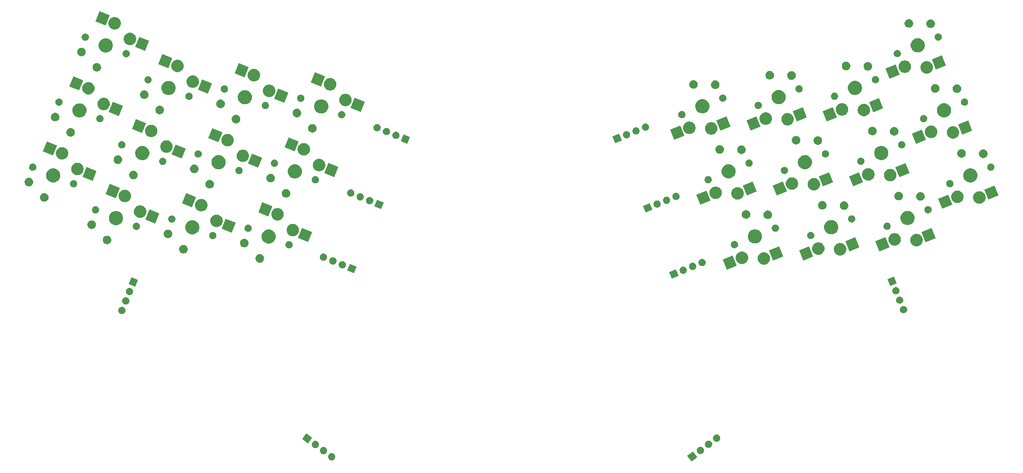
<source format=gbr>
G04 #@! TF.GenerationSoftware,KiCad,Pcbnew,(5.1.4)-1*
G04 #@! TF.CreationDate,2023-12-29T13:03:47-05:00*
G04 #@! TF.ProjectId,ThumbsUp,5468756d-6273-4557-902e-6b696361645f,rev?*
G04 #@! TF.SameCoordinates,Original*
G04 #@! TF.FileFunction,Soldermask,Bot*
G04 #@! TF.FilePolarity,Negative*
%FSLAX46Y46*%
G04 Gerber Fmt 4.6, Leading zero omitted, Abs format (unit mm)*
G04 Created by KiCad (PCBNEW (5.1.4)-1) date 2023-12-29 13:03:47*
%MOMM*%
%LPD*%
G04 APERTURE LIST*
%ADD10C,0.100000*%
G04 APERTURE END LIST*
D10*
G36*
X195564725Y-277735747D02*
G01*
X196219942Y-278605249D01*
X196219942Y-278605250D01*
X195524920Y-279128986D01*
X194780801Y-279689720D01*
X194780800Y-279689720D01*
X194136924Y-278835267D01*
X193696330Y-278250579D01*
X193696330Y-278250578D01*
X194741241Y-277463182D01*
X195135471Y-277166108D01*
X195135472Y-277166108D01*
X195564725Y-277735747D01*
X195564725Y-277735747D01*
G37*
G36*
X105179998Y-277594320D02*
G01*
X105246182Y-277600838D01*
X105416021Y-277652358D01*
X105572546Y-277736023D01*
X105608284Y-277765353D01*
X105709741Y-277848615D01*
X105793003Y-277950072D01*
X105822333Y-277985810D01*
X105905998Y-278142335D01*
X105957518Y-278312174D01*
X105974914Y-278488801D01*
X105957518Y-278665428D01*
X105905998Y-278835267D01*
X105822333Y-278991792D01*
X105793003Y-279027530D01*
X105709741Y-279128987D01*
X105608284Y-279212249D01*
X105572546Y-279241579D01*
X105416021Y-279325244D01*
X105246182Y-279376764D01*
X105179997Y-279383283D01*
X105113815Y-279389801D01*
X105025295Y-279389801D01*
X104959113Y-279383283D01*
X104892928Y-279376764D01*
X104723089Y-279325244D01*
X104566564Y-279241579D01*
X104530826Y-279212249D01*
X104429369Y-279128987D01*
X104346107Y-279027530D01*
X104316777Y-278991792D01*
X104233112Y-278835267D01*
X104181592Y-278665428D01*
X104164196Y-278488801D01*
X104181592Y-278312174D01*
X104233112Y-278142335D01*
X104316777Y-277985810D01*
X104346107Y-277950072D01*
X104429369Y-277848615D01*
X104530826Y-277765353D01*
X104566564Y-277736023D01*
X104723089Y-277652358D01*
X104892928Y-277600838D01*
X104959112Y-277594320D01*
X105025295Y-277587801D01*
X105113815Y-277587801D01*
X105179998Y-277594320D01*
X105179998Y-277594320D01*
G37*
G36*
X103151462Y-276065709D02*
G01*
X103217647Y-276072228D01*
X103387486Y-276123748D01*
X103387488Y-276123749D01*
X103430100Y-276146526D01*
X103544011Y-276207413D01*
X103579749Y-276236743D01*
X103681206Y-276320005D01*
X103743829Y-276396313D01*
X103793798Y-276457200D01*
X103877463Y-276613725D01*
X103928983Y-276783564D01*
X103946379Y-276960191D01*
X103928983Y-277136818D01*
X103877463Y-277306657D01*
X103793798Y-277463182D01*
X103764468Y-277498920D01*
X103681206Y-277600377D01*
X103579749Y-277683639D01*
X103544011Y-277712969D01*
X103387486Y-277796634D01*
X103217647Y-277848154D01*
X103151462Y-277854673D01*
X103085280Y-277861191D01*
X102996760Y-277861191D01*
X102930578Y-277854673D01*
X102864393Y-277848154D01*
X102694554Y-277796634D01*
X102538029Y-277712969D01*
X102502291Y-277683639D01*
X102400834Y-277600377D01*
X102317572Y-277498920D01*
X102288242Y-277463182D01*
X102204577Y-277306657D01*
X102153057Y-277136818D01*
X102135661Y-276960191D01*
X102153057Y-276783564D01*
X102204577Y-276613725D01*
X102288242Y-276457200D01*
X102338211Y-276396313D01*
X102400834Y-276320005D01*
X102502291Y-276236743D01*
X102538029Y-276207413D01*
X102651940Y-276146526D01*
X102694552Y-276123749D01*
X102694554Y-276123748D01*
X102864393Y-276072228D01*
X102930578Y-276065709D01*
X102996760Y-276059191D01*
X103085280Y-276059191D01*
X103151462Y-276065709D01*
X103151462Y-276065709D01*
G37*
G36*
X197097112Y-276004822D02*
G01*
X197163297Y-276011341D01*
X197333136Y-276062861D01*
X197489661Y-276146526D01*
X197525399Y-276175856D01*
X197626856Y-276259118D01*
X197710118Y-276360575D01*
X197739448Y-276396313D01*
X197823113Y-276552838D01*
X197874633Y-276722677D01*
X197892029Y-276899304D01*
X197874633Y-277075931D01*
X197823113Y-277245770D01*
X197739448Y-277402295D01*
X197710118Y-277438033D01*
X197626856Y-277539490D01*
X197552102Y-277600838D01*
X197489661Y-277652082D01*
X197489659Y-277652083D01*
X197375749Y-277712970D01*
X197333136Y-277735747D01*
X197163297Y-277787267D01*
X197097113Y-277793785D01*
X197030930Y-277800304D01*
X196942410Y-277800304D01*
X196876227Y-277793785D01*
X196810043Y-277787267D01*
X196640204Y-277735747D01*
X196597592Y-277712970D01*
X196483681Y-277652083D01*
X196483679Y-277652082D01*
X196421238Y-277600838D01*
X196346484Y-277539490D01*
X196263222Y-277438033D01*
X196233892Y-277402295D01*
X196150227Y-277245770D01*
X196098707Y-277075931D01*
X196081311Y-276899304D01*
X196098707Y-276722677D01*
X196150227Y-276552838D01*
X196233892Y-276396313D01*
X196263222Y-276360575D01*
X196346484Y-276259118D01*
X196447941Y-276175856D01*
X196483679Y-276146526D01*
X196640204Y-276062861D01*
X196810043Y-276011341D01*
X196876228Y-276004822D01*
X196942410Y-275998304D01*
X197030930Y-275998304D01*
X197097112Y-276004822D01*
X197097112Y-276004822D01*
G37*
G36*
X101122929Y-274537100D02*
G01*
X101189113Y-274543618D01*
X101358952Y-274595138D01*
X101358954Y-274595139D01*
X101401566Y-274617916D01*
X101515477Y-274678803D01*
X101551215Y-274708133D01*
X101652672Y-274791395D01*
X101715295Y-274867703D01*
X101765264Y-274928590D01*
X101848929Y-275085115D01*
X101900449Y-275254954D01*
X101917845Y-275431581D01*
X101900449Y-275608208D01*
X101848929Y-275778047D01*
X101765264Y-275934572D01*
X101735934Y-275970310D01*
X101652672Y-276071767D01*
X101551215Y-276155029D01*
X101515477Y-276184359D01*
X101358952Y-276268024D01*
X101189113Y-276319544D01*
X101122928Y-276326063D01*
X101056746Y-276332581D01*
X100968226Y-276332581D01*
X100902044Y-276326063D01*
X100835859Y-276319544D01*
X100666020Y-276268024D01*
X100509495Y-276184359D01*
X100473757Y-276155029D01*
X100372300Y-276071767D01*
X100289038Y-275970310D01*
X100259708Y-275934572D01*
X100176043Y-275778047D01*
X100124523Y-275608208D01*
X100107127Y-275431581D01*
X100124523Y-275254954D01*
X100176043Y-275085115D01*
X100259708Y-274928590D01*
X100309677Y-274867703D01*
X100372300Y-274791395D01*
X100473757Y-274708133D01*
X100509495Y-274678803D01*
X100623406Y-274617916D01*
X100666018Y-274595139D01*
X100666020Y-274595138D01*
X100835859Y-274543618D01*
X100902043Y-274537100D01*
X100968226Y-274530581D01*
X101056746Y-274530581D01*
X101122929Y-274537100D01*
X101122929Y-274537100D01*
G37*
G36*
X199125647Y-274476213D02*
G01*
X199191831Y-274482731D01*
X199361670Y-274534251D01*
X199518195Y-274617916D01*
X199553933Y-274647246D01*
X199655390Y-274730508D01*
X199738652Y-274831965D01*
X199767982Y-274867703D01*
X199851647Y-275024228D01*
X199903167Y-275194067D01*
X199920563Y-275370694D01*
X199903167Y-275547321D01*
X199851647Y-275717160D01*
X199767982Y-275873685D01*
X199738652Y-275909423D01*
X199655390Y-276010880D01*
X199580636Y-276072228D01*
X199518195Y-276123472D01*
X199518193Y-276123473D01*
X199404283Y-276184360D01*
X199361670Y-276207137D01*
X199191831Y-276258657D01*
X199125647Y-276265175D01*
X199059464Y-276271694D01*
X198970944Y-276271694D01*
X198904761Y-276265175D01*
X198838577Y-276258657D01*
X198668738Y-276207137D01*
X198626126Y-276184360D01*
X198512215Y-276123473D01*
X198512213Y-276123472D01*
X198449772Y-276072228D01*
X198375018Y-276010880D01*
X198291756Y-275909423D01*
X198262426Y-275873685D01*
X198178761Y-275717160D01*
X198127241Y-275547321D01*
X198109845Y-275370694D01*
X198127241Y-275194067D01*
X198178761Y-275024228D01*
X198262426Y-274867703D01*
X198291756Y-274831965D01*
X198375018Y-274730508D01*
X198476475Y-274647246D01*
X198512213Y-274617916D01*
X198668738Y-274534251D01*
X198838577Y-274482731D01*
X198904761Y-274476213D01*
X198970944Y-274469694D01*
X199059464Y-274469694D01*
X199125647Y-274476213D01*
X199125647Y-274476213D01*
G37*
G36*
X99221923Y-272954121D02*
G01*
X100245758Y-273725635D01*
X100245758Y-273725636D01*
X99779729Y-274344077D01*
X99161288Y-275164777D01*
X99161287Y-275164777D01*
X98404986Y-274594863D01*
X97722146Y-274080307D01*
X97722146Y-274080306D01*
X98468919Y-273089305D01*
X98806616Y-272641165D01*
X98806617Y-272641165D01*
X99221923Y-272954121D01*
X99221923Y-272954121D01*
G37*
G36*
X201154181Y-272947602D02*
G01*
X201220366Y-272954121D01*
X201390205Y-273005641D01*
X201546730Y-273089306D01*
X201582468Y-273118636D01*
X201683925Y-273201898D01*
X201767187Y-273303355D01*
X201796517Y-273339093D01*
X201880182Y-273495618D01*
X201931702Y-273665457D01*
X201949098Y-273842084D01*
X201931702Y-274018711D01*
X201880182Y-274188550D01*
X201796517Y-274345075D01*
X201767187Y-274380813D01*
X201683925Y-274482270D01*
X201609171Y-274543618D01*
X201546730Y-274594862D01*
X201390205Y-274678527D01*
X201220366Y-274730047D01*
X201154181Y-274736566D01*
X201087999Y-274743084D01*
X200999479Y-274743084D01*
X200933297Y-274736566D01*
X200867112Y-274730047D01*
X200697273Y-274678527D01*
X200540748Y-274594862D01*
X200478307Y-274543618D01*
X200403553Y-274482270D01*
X200320291Y-274380813D01*
X200290961Y-274345075D01*
X200207296Y-274188550D01*
X200155776Y-274018711D01*
X200138380Y-273842084D01*
X200155776Y-273665457D01*
X200207296Y-273495618D01*
X200290961Y-273339093D01*
X200320291Y-273303355D01*
X200403553Y-273201898D01*
X200505010Y-273118636D01*
X200540748Y-273089306D01*
X200697273Y-273005641D01*
X200867112Y-272954121D01*
X200933297Y-272947602D01*
X200999479Y-272941084D01*
X201087999Y-272941084D01*
X201154181Y-272947602D01*
X201154181Y-272947602D01*
G37*
G36*
X52892380Y-241075686D02*
G01*
X52958565Y-241082205D01*
X53128404Y-241133725D01*
X53284929Y-241217390D01*
X53320667Y-241246720D01*
X53422124Y-241329982D01*
X53505386Y-241431439D01*
X53534716Y-241467177D01*
X53618381Y-241623702D01*
X53669901Y-241793541D01*
X53687297Y-241970168D01*
X53669901Y-242146795D01*
X53618381Y-242316634D01*
X53534716Y-242473159D01*
X53505386Y-242508897D01*
X53422124Y-242610354D01*
X53338499Y-242678982D01*
X53284929Y-242722946D01*
X53128404Y-242806611D01*
X52958565Y-242858131D01*
X52892381Y-242864649D01*
X52826198Y-242871168D01*
X52737678Y-242871168D01*
X52671495Y-242864649D01*
X52605311Y-242858131D01*
X52435472Y-242806611D01*
X52278947Y-242722946D01*
X52225377Y-242678982D01*
X52141752Y-242610354D01*
X52058490Y-242508897D01*
X52029160Y-242473159D01*
X51945495Y-242316634D01*
X51893975Y-242146795D01*
X51876579Y-241970168D01*
X51893975Y-241793541D01*
X51945495Y-241623702D01*
X52029160Y-241467177D01*
X52058490Y-241431439D01*
X52141752Y-241329982D01*
X52243209Y-241246720D01*
X52278947Y-241217390D01*
X52435472Y-241133725D01*
X52605311Y-241082205D01*
X52671496Y-241075686D01*
X52737678Y-241069168D01*
X52826198Y-241069168D01*
X52892380Y-241075686D01*
X52892380Y-241075686D01*
G37*
G36*
X247734561Y-240883501D02*
G01*
X247800745Y-240890019D01*
X247970584Y-240941539D01*
X248127109Y-241025204D01*
X248162847Y-241054534D01*
X248264304Y-241137796D01*
X248329623Y-241217389D01*
X248376896Y-241274991D01*
X248460561Y-241431516D01*
X248512081Y-241601355D01*
X248529477Y-241777982D01*
X248512081Y-241954609D01*
X248460561Y-242124448D01*
X248376896Y-242280973D01*
X248347630Y-242316634D01*
X248264304Y-242418168D01*
X248197296Y-242473159D01*
X248127109Y-242530760D01*
X247970584Y-242614425D01*
X247800745Y-242665945D01*
X247734560Y-242672464D01*
X247668378Y-242678982D01*
X247579858Y-242678982D01*
X247513676Y-242672464D01*
X247447491Y-242665945D01*
X247277652Y-242614425D01*
X247121127Y-242530760D01*
X247050940Y-242473159D01*
X246983932Y-242418168D01*
X246900606Y-242316634D01*
X246871340Y-242280973D01*
X246787675Y-242124448D01*
X246736155Y-241954609D01*
X246718759Y-241777982D01*
X246736155Y-241601355D01*
X246787675Y-241431516D01*
X246871340Y-241274991D01*
X246918613Y-241217389D01*
X246983932Y-241137796D01*
X247085389Y-241054534D01*
X247121127Y-241025204D01*
X247277652Y-240941539D01*
X247447491Y-240890019D01*
X247513675Y-240883501D01*
X247579858Y-240876982D01*
X247668378Y-240876982D01*
X247734561Y-240883501D01*
X247734561Y-240883501D01*
G37*
G36*
X53843882Y-238720640D02*
G01*
X53910066Y-238727158D01*
X54079905Y-238778678D01*
X54236430Y-238862343D01*
X54272168Y-238891673D01*
X54373625Y-238974935D01*
X54456887Y-239076392D01*
X54486217Y-239112130D01*
X54569882Y-239268655D01*
X54621402Y-239438494D01*
X54638798Y-239615121D01*
X54621402Y-239791748D01*
X54569882Y-239961587D01*
X54486217Y-240118112D01*
X54456887Y-240153850D01*
X54373625Y-240255307D01*
X54290000Y-240323935D01*
X54236430Y-240367899D01*
X54079905Y-240451564D01*
X53910066Y-240503084D01*
X53843882Y-240509602D01*
X53777699Y-240516121D01*
X53689179Y-240516121D01*
X53622996Y-240509602D01*
X53556812Y-240503084D01*
X53386973Y-240451564D01*
X53230448Y-240367899D01*
X53176878Y-240323935D01*
X53093253Y-240255307D01*
X53009991Y-240153850D01*
X52980661Y-240118112D01*
X52896996Y-239961587D01*
X52845476Y-239791748D01*
X52828080Y-239615121D01*
X52845476Y-239438494D01*
X52896996Y-239268655D01*
X52980661Y-239112130D01*
X53009991Y-239076392D01*
X53093253Y-238974935D01*
X53194710Y-238891673D01*
X53230448Y-238862343D01*
X53386973Y-238778678D01*
X53556812Y-238727158D01*
X53622996Y-238720640D01*
X53689179Y-238714121D01*
X53777699Y-238714121D01*
X53843882Y-238720640D01*
X53843882Y-238720640D01*
G37*
G36*
X246783059Y-238528453D02*
G01*
X246849244Y-238534972D01*
X247019083Y-238586492D01*
X247175608Y-238670157D01*
X247211346Y-238699487D01*
X247312803Y-238782749D01*
X247378122Y-238862342D01*
X247425395Y-238919944D01*
X247509060Y-239076469D01*
X247560580Y-239246308D01*
X247577976Y-239422935D01*
X247560580Y-239599562D01*
X247509060Y-239769401D01*
X247425395Y-239925926D01*
X247396129Y-239961587D01*
X247312803Y-240063121D01*
X247245795Y-240118112D01*
X247175608Y-240175713D01*
X247019083Y-240259378D01*
X246849244Y-240310898D01*
X246783059Y-240317417D01*
X246716877Y-240323935D01*
X246628357Y-240323935D01*
X246562175Y-240317417D01*
X246495990Y-240310898D01*
X246326151Y-240259378D01*
X246169626Y-240175713D01*
X246099439Y-240118112D01*
X246032431Y-240063121D01*
X245949105Y-239961587D01*
X245919839Y-239925926D01*
X245836174Y-239769401D01*
X245784654Y-239599562D01*
X245767258Y-239422935D01*
X245784654Y-239246308D01*
X245836174Y-239076469D01*
X245919839Y-238919944D01*
X245967112Y-238862342D01*
X246032431Y-238782749D01*
X246133888Y-238699487D01*
X246169626Y-238670157D01*
X246326151Y-238586492D01*
X246495990Y-238534972D01*
X246562175Y-238528453D01*
X246628357Y-238521935D01*
X246716877Y-238521935D01*
X246783059Y-238528453D01*
X246783059Y-238528453D01*
G37*
G36*
X54795382Y-236365593D02*
G01*
X54861566Y-236372111D01*
X55031405Y-236423631D01*
X55187930Y-236507296D01*
X55223668Y-236536626D01*
X55325125Y-236619888D01*
X55408387Y-236721345D01*
X55437717Y-236757083D01*
X55521382Y-236913608D01*
X55572902Y-237083447D01*
X55590298Y-237260074D01*
X55572902Y-237436701D01*
X55521382Y-237606540D01*
X55437717Y-237763065D01*
X55408387Y-237798803D01*
X55325125Y-237900260D01*
X55241500Y-237968888D01*
X55187930Y-238012852D01*
X55031405Y-238096517D01*
X54861566Y-238148037D01*
X54795381Y-238154556D01*
X54729199Y-238161074D01*
X54640679Y-238161074D01*
X54574497Y-238154556D01*
X54508312Y-238148037D01*
X54338473Y-238096517D01*
X54181948Y-238012852D01*
X54128378Y-237968888D01*
X54044753Y-237900260D01*
X53961491Y-237798803D01*
X53932161Y-237763065D01*
X53848496Y-237606540D01*
X53796976Y-237436701D01*
X53779580Y-237260074D01*
X53796976Y-237083447D01*
X53848496Y-236913608D01*
X53932161Y-236757083D01*
X53961491Y-236721345D01*
X54044753Y-236619888D01*
X54146210Y-236536626D01*
X54181948Y-236507296D01*
X54338473Y-236423631D01*
X54508312Y-236372111D01*
X54574496Y-236365593D01*
X54640679Y-236359074D01*
X54729199Y-236359074D01*
X54795382Y-236365593D01*
X54795382Y-236365593D01*
G37*
G36*
X245831560Y-236173407D02*
G01*
X245897744Y-236179925D01*
X246067583Y-236231445D01*
X246224108Y-236315110D01*
X246259846Y-236344440D01*
X246361303Y-236427702D01*
X246426622Y-236507295D01*
X246473895Y-236564897D01*
X246557560Y-236721422D01*
X246609080Y-236891261D01*
X246626476Y-237067888D01*
X246609080Y-237244515D01*
X246557560Y-237414354D01*
X246473895Y-237570879D01*
X246444629Y-237606540D01*
X246361303Y-237708074D01*
X246294295Y-237763065D01*
X246224108Y-237820666D01*
X246067583Y-237904331D01*
X245897744Y-237955851D01*
X245831560Y-237962369D01*
X245765377Y-237968888D01*
X245676857Y-237968888D01*
X245610674Y-237962369D01*
X245544490Y-237955851D01*
X245374651Y-237904331D01*
X245218126Y-237820666D01*
X245147939Y-237763065D01*
X245080931Y-237708074D01*
X244997605Y-237606540D01*
X244968339Y-237570879D01*
X244884674Y-237414354D01*
X244833154Y-237244515D01*
X244815758Y-237067888D01*
X244833154Y-236891261D01*
X244884674Y-236721422D01*
X244968339Y-236564897D01*
X245015612Y-236507295D01*
X245080931Y-236427702D01*
X245182388Y-236344440D01*
X245218126Y-236315110D01*
X245374651Y-236231445D01*
X245544490Y-236179925D01*
X245610674Y-236173407D01*
X245676857Y-236166888D01*
X245765377Y-236166888D01*
X245831560Y-236173407D01*
X245831560Y-236173407D01*
G37*
G36*
X56809354Y-234407154D02*
G01*
X56134313Y-236077941D01*
X54463526Y-235402900D01*
X55138567Y-233732113D01*
X56809354Y-234407154D01*
X56809354Y-234407154D01*
G37*
G36*
X245942530Y-235210714D02*
G01*
X244271743Y-235885755D01*
X243596702Y-234214968D01*
X245267489Y-233539927D01*
X245942530Y-235210714D01*
X245942530Y-235210714D01*
G37*
G36*
X191522914Y-233387873D02*
G01*
X189852127Y-234062914D01*
X189177086Y-232392127D01*
X190847873Y-231717086D01*
X191522914Y-233387873D01*
X191522914Y-233387873D01*
G37*
G36*
X192796295Y-231042127D02*
G01*
X192881674Y-231050536D01*
X193051513Y-231102056D01*
X193208038Y-231185721D01*
X193243776Y-231215051D01*
X193345233Y-231298313D01*
X193428495Y-231399770D01*
X193457825Y-231435508D01*
X193541490Y-231592033D01*
X193593010Y-231761872D01*
X193610406Y-231938499D01*
X193593010Y-232115126D01*
X193541490Y-232284965D01*
X193457825Y-232441490D01*
X193428495Y-232477228D01*
X193345233Y-232578685D01*
X193243776Y-232661947D01*
X193208038Y-232691277D01*
X193051513Y-232774942D01*
X192881674Y-232826462D01*
X192815489Y-232832981D01*
X192749307Y-232839499D01*
X192660787Y-232839499D01*
X192594605Y-232832981D01*
X192528420Y-232826462D01*
X192358581Y-232774942D01*
X192202056Y-232691277D01*
X192166318Y-232661947D01*
X192064861Y-232578685D01*
X191981599Y-232477228D01*
X191952269Y-232441490D01*
X191868604Y-232284965D01*
X191817084Y-232115126D01*
X191799688Y-231938499D01*
X191817084Y-231761872D01*
X191868604Y-231592033D01*
X191952269Y-231435508D01*
X191981599Y-231399770D01*
X192064861Y-231298313D01*
X192166318Y-231215051D01*
X192202056Y-231185721D01*
X192358581Y-231102056D01*
X192528420Y-231050536D01*
X192613799Y-231042127D01*
X192660787Y-231037499D01*
X192749307Y-231037499D01*
X192796295Y-231042127D01*
X192796295Y-231042127D01*
G37*
G36*
X111258157Y-231042127D02*
G01*
X110583116Y-232712914D01*
X108912329Y-232037873D01*
X109587370Y-230367086D01*
X111258157Y-231042127D01*
X111258157Y-231042127D01*
G37*
G36*
X195170536Y-230092517D02*
G01*
X195236721Y-230099036D01*
X195406560Y-230150556D01*
X195563085Y-230234221D01*
X195598823Y-230263551D01*
X195700280Y-230346813D01*
X195753673Y-230411874D01*
X195812872Y-230484008D01*
X195896537Y-230640533D01*
X195948057Y-230810372D01*
X195965453Y-230986999D01*
X195948057Y-231163626D01*
X195896537Y-231333465D01*
X195812872Y-231489990D01*
X195783542Y-231525728D01*
X195700280Y-231627185D01*
X195598823Y-231710447D01*
X195563085Y-231739777D01*
X195406560Y-231823442D01*
X195236721Y-231874962D01*
X195170537Y-231881480D01*
X195104354Y-231887999D01*
X195015834Y-231887999D01*
X194949651Y-231881480D01*
X194883467Y-231874962D01*
X194713628Y-231823442D01*
X194557103Y-231739777D01*
X194521365Y-231710447D01*
X194419908Y-231627185D01*
X194336646Y-231525728D01*
X194307316Y-231489990D01*
X194223651Y-231333465D01*
X194172131Y-231163626D01*
X194154735Y-230986999D01*
X194172131Y-230810372D01*
X194223651Y-230640533D01*
X194307316Y-230484008D01*
X194366515Y-230411874D01*
X194419908Y-230346813D01*
X194521365Y-230263551D01*
X194557103Y-230234221D01*
X194713628Y-230150556D01*
X194883467Y-230099036D01*
X194949652Y-230092517D01*
X195015834Y-230085999D01*
X195104354Y-230085999D01*
X195170536Y-230092517D01*
X195170536Y-230092517D01*
G37*
G36*
X206072234Y-230827198D02*
G01*
X203566983Y-231839385D01*
X202554796Y-229334134D01*
X205060047Y-228321947D01*
X206072234Y-230827198D01*
X206072234Y-230827198D01*
G37*
G36*
X107840639Y-229694018D02*
G01*
X107906823Y-229700536D01*
X108076662Y-229752056D01*
X108233187Y-229835721D01*
X108268925Y-229865051D01*
X108370382Y-229948313D01*
X108441932Y-230035498D01*
X108482974Y-230085508D01*
X108566639Y-230242033D01*
X108618159Y-230411872D01*
X108635555Y-230588499D01*
X108618159Y-230765126D01*
X108566639Y-230934965D01*
X108482974Y-231091490D01*
X108453644Y-231127228D01*
X108370382Y-231228685D01*
X108268925Y-231311947D01*
X108233187Y-231341277D01*
X108076662Y-231424942D01*
X107906823Y-231476462D01*
X107840639Y-231482980D01*
X107774456Y-231489499D01*
X107685936Y-231489499D01*
X107619753Y-231482980D01*
X107553569Y-231476462D01*
X107383730Y-231424942D01*
X107227205Y-231341277D01*
X107191467Y-231311947D01*
X107090010Y-231228685D01*
X107006748Y-231127228D01*
X106977418Y-231091490D01*
X106893753Y-230934965D01*
X106842233Y-230765126D01*
X106824837Y-230588499D01*
X106842233Y-230411872D01*
X106893753Y-230242033D01*
X106977418Y-230085508D01*
X107018460Y-230035498D01*
X107090010Y-229948313D01*
X107191467Y-229865051D01*
X107227205Y-229835721D01*
X107383730Y-229752056D01*
X107553569Y-229700536D01*
X107619753Y-229694018D01*
X107685936Y-229687499D01*
X107774456Y-229687499D01*
X107840639Y-229694018D01*
X107840639Y-229694018D01*
G37*
G36*
X197525583Y-229141016D02*
G01*
X197591768Y-229147535D01*
X197761607Y-229199055D01*
X197918132Y-229282720D01*
X197946790Y-229306239D01*
X198055327Y-229395312D01*
X198108721Y-229460374D01*
X198167919Y-229532507D01*
X198251584Y-229689032D01*
X198303104Y-229858871D01*
X198320500Y-230035498D01*
X198303104Y-230212125D01*
X198251584Y-230381964D01*
X198167919Y-230538489D01*
X198140744Y-230571601D01*
X198055327Y-230675684D01*
X197953870Y-230758946D01*
X197918132Y-230788276D01*
X197761607Y-230871941D01*
X197591768Y-230923461D01*
X197525583Y-230929980D01*
X197459401Y-230936498D01*
X197370881Y-230936498D01*
X197304699Y-230929980D01*
X197238514Y-230923461D01*
X197068675Y-230871941D01*
X196912150Y-230788276D01*
X196876412Y-230758946D01*
X196774955Y-230675684D01*
X196689538Y-230571601D01*
X196662363Y-230538489D01*
X196578698Y-230381964D01*
X196527178Y-230212125D01*
X196509782Y-230035498D01*
X196527178Y-229858871D01*
X196578698Y-229689032D01*
X196662363Y-229532507D01*
X196721561Y-229460374D01*
X196774955Y-229395312D01*
X196883492Y-229306239D01*
X196912150Y-229282720D01*
X197068675Y-229199055D01*
X197238514Y-229147535D01*
X197304699Y-229141016D01*
X197370881Y-229134498D01*
X197459401Y-229134498D01*
X197525583Y-229141016D01*
X197525583Y-229141016D01*
G37*
G36*
X213011868Y-227479350D02*
G01*
X213262506Y-227529205D01*
X213544770Y-227646122D01*
X213798801Y-227815860D01*
X214014837Y-228031896D01*
X214184575Y-228285927D01*
X214301492Y-228568191D01*
X214301492Y-228568192D01*
X214361096Y-228867840D01*
X214361096Y-229173362D01*
X214337789Y-229290533D01*
X214301492Y-229473011D01*
X214184575Y-229755275D01*
X214014837Y-230009306D01*
X213798801Y-230225342D01*
X213544770Y-230395080D01*
X213262506Y-230511997D01*
X213112681Y-230541799D01*
X212962857Y-230571601D01*
X212657335Y-230571601D01*
X212507511Y-230541799D01*
X212357686Y-230511997D01*
X212075422Y-230395080D01*
X211821391Y-230225342D01*
X211605355Y-230009306D01*
X211435617Y-229755275D01*
X211318700Y-229473011D01*
X211282403Y-229290533D01*
X211259096Y-229173362D01*
X211259096Y-228867840D01*
X211318700Y-228568192D01*
X211318700Y-228568191D01*
X211435617Y-228285927D01*
X211605355Y-228031896D01*
X211821391Y-227815860D01*
X212075422Y-227646122D01*
X212357686Y-227529205D01*
X212608324Y-227479350D01*
X212657335Y-227469601D01*
X212962857Y-227469601D01*
X213011868Y-227479350D01*
X213011868Y-227479350D01*
G37*
G36*
X105485591Y-228742517D02*
G01*
X105551776Y-228749036D01*
X105721615Y-228800556D01*
X105878140Y-228884221D01*
X105913878Y-228913551D01*
X106015335Y-228996813D01*
X106098597Y-229098270D01*
X106127927Y-229134008D01*
X106211592Y-229290533D01*
X106263112Y-229460372D01*
X106280508Y-229636999D01*
X106263112Y-229813626D01*
X106211592Y-229983465D01*
X106211591Y-229983467D01*
X106183780Y-230035498D01*
X106127927Y-230139990D01*
X106098597Y-230175728D01*
X106015335Y-230277185D01*
X105913878Y-230360447D01*
X105878140Y-230389777D01*
X105721615Y-230473442D01*
X105551776Y-230524962D01*
X105485591Y-230531481D01*
X105419409Y-230537999D01*
X105330889Y-230537999D01*
X105264707Y-230531481D01*
X105198522Y-230524962D01*
X105028683Y-230473442D01*
X104872158Y-230389777D01*
X104836420Y-230360447D01*
X104734963Y-230277185D01*
X104651701Y-230175728D01*
X104622371Y-230139990D01*
X104566518Y-230035498D01*
X104538707Y-229983467D01*
X104538706Y-229983465D01*
X104487186Y-229813626D01*
X104469790Y-229636999D01*
X104487186Y-229460372D01*
X104538706Y-229290533D01*
X104622371Y-229134008D01*
X104651701Y-229098270D01*
X104734963Y-228996813D01*
X104836420Y-228913551D01*
X104872158Y-228884221D01*
X105028683Y-228800556D01*
X105198522Y-228749036D01*
X105264707Y-228742517D01*
X105330889Y-228735999D01*
X105419409Y-228735999D01*
X105485591Y-228742517D01*
X105485591Y-228742517D01*
G37*
G36*
X207652627Y-227332631D02*
G01*
X207802452Y-227362433D01*
X208084716Y-227479350D01*
X208338747Y-227649088D01*
X208554783Y-227865124D01*
X208724521Y-228119155D01*
X208841438Y-228401419D01*
X208901042Y-228701069D01*
X208901042Y-229006589D01*
X208841438Y-229306239D01*
X208724521Y-229588503D01*
X208554783Y-229842534D01*
X208338747Y-230058570D01*
X208084716Y-230228308D01*
X207802452Y-230345225D01*
X207692549Y-230367086D01*
X207502803Y-230404829D01*
X207197281Y-230404829D01*
X207007535Y-230367086D01*
X206897632Y-230345225D01*
X206615368Y-230228308D01*
X206361337Y-230058570D01*
X206145301Y-229842534D01*
X205975563Y-229588503D01*
X205858646Y-229306239D01*
X205799042Y-229006589D01*
X205799042Y-228701069D01*
X205858646Y-228401419D01*
X205975563Y-228119155D01*
X206145301Y-227865124D01*
X206361337Y-227649088D01*
X206615368Y-227479350D01*
X206897632Y-227362433D01*
X207047457Y-227332631D01*
X207197281Y-227302829D01*
X207502803Y-227302829D01*
X207652627Y-227332631D01*
X207652627Y-227332631D01*
G37*
G36*
X87454837Y-227971671D02*
G01*
X87632623Y-228045313D01*
X87649020Y-228052105D01*
X87823779Y-228168875D01*
X87972399Y-228317495D01*
X88089169Y-228492254D01*
X88089170Y-228492256D01*
X88169603Y-228686437D01*
X88210606Y-228892576D01*
X88210606Y-229102760D01*
X88169603Y-229308899D01*
X88101625Y-229473010D01*
X88089169Y-229503082D01*
X87972399Y-229677841D01*
X87823779Y-229826461D01*
X87649020Y-229943231D01*
X87649019Y-229943232D01*
X87649018Y-229943232D01*
X87454837Y-230023665D01*
X87248698Y-230064668D01*
X87038514Y-230064668D01*
X86832375Y-230023665D01*
X86638194Y-229943232D01*
X86638193Y-229943232D01*
X86638192Y-229943231D01*
X86463433Y-229826461D01*
X86314813Y-229677841D01*
X86198043Y-229503082D01*
X86185587Y-229473010D01*
X86117609Y-229308899D01*
X86076606Y-229102760D01*
X86076606Y-228892576D01*
X86117609Y-228686437D01*
X86198042Y-228492256D01*
X86198043Y-228492254D01*
X86314813Y-228317495D01*
X86463433Y-228168875D01*
X86638192Y-228052105D01*
X86654589Y-228045313D01*
X86832375Y-227971671D01*
X87038514Y-227930668D01*
X87248698Y-227930668D01*
X87454837Y-227971671D01*
X87454837Y-227971671D01*
G37*
G36*
X103130545Y-227791017D02*
G01*
X103196729Y-227797535D01*
X103366568Y-227849055D01*
X103523093Y-227932720D01*
X103558831Y-227962050D01*
X103660288Y-228045312D01*
X103720888Y-228119155D01*
X103772880Y-228182507D01*
X103856545Y-228339032D01*
X103908065Y-228508871D01*
X103925461Y-228685498D01*
X103908065Y-228862125D01*
X103856545Y-229031964D01*
X103772880Y-229188489D01*
X103743550Y-229224227D01*
X103660288Y-229325684D01*
X103558831Y-229408946D01*
X103523093Y-229438276D01*
X103523091Y-229438277D01*
X103401851Y-229503082D01*
X103366568Y-229521941D01*
X103196729Y-229573461D01*
X103130545Y-229579979D01*
X103064362Y-229586498D01*
X102975842Y-229586498D01*
X102909659Y-229579979D01*
X102843475Y-229573461D01*
X102673636Y-229521941D01*
X102638354Y-229503082D01*
X102517113Y-229438277D01*
X102517111Y-229438276D01*
X102481373Y-229408946D01*
X102379916Y-229325684D01*
X102296654Y-229224227D01*
X102267324Y-229188489D01*
X102183659Y-229031964D01*
X102132139Y-228862125D01*
X102114743Y-228685498D01*
X102132139Y-228508871D01*
X102183659Y-228339032D01*
X102267324Y-228182507D01*
X102319316Y-228119155D01*
X102379916Y-228045312D01*
X102481373Y-227962050D01*
X102517111Y-227932720D01*
X102673636Y-227849055D01*
X102843475Y-227797535D01*
X102909659Y-227791017D01*
X102975842Y-227784498D01*
X103064362Y-227784498D01*
X103130545Y-227791017D01*
X103130545Y-227791017D01*
G37*
G36*
X217605342Y-228540296D02*
G01*
X215100091Y-229552483D01*
X214087904Y-227047232D01*
X216593155Y-226035045D01*
X217605342Y-228540296D01*
X217605342Y-228540296D01*
G37*
G36*
X225098169Y-228532895D02*
G01*
X222592918Y-229545082D01*
X221580731Y-227039831D01*
X224085982Y-226027644D01*
X225098169Y-228532895D01*
X225098169Y-228532895D01*
G37*
G36*
X232037803Y-225185047D02*
G01*
X232288441Y-225234902D01*
X232570705Y-225351819D01*
X232824736Y-225521557D01*
X233040772Y-225737593D01*
X233210510Y-225991624D01*
X233327427Y-226273888D01*
X233387031Y-226573538D01*
X233387031Y-226879058D01*
X233327427Y-227178708D01*
X233210510Y-227460972D01*
X233040772Y-227715003D01*
X232824736Y-227931039D01*
X232570705Y-228100777D01*
X232288441Y-228217694D01*
X232138616Y-228247496D01*
X231988792Y-228277298D01*
X231683270Y-228277298D01*
X231533446Y-228247496D01*
X231383621Y-228217694D01*
X231101357Y-228100777D01*
X230847326Y-227931039D01*
X230631290Y-227715003D01*
X230461552Y-227460972D01*
X230344635Y-227178708D01*
X230285031Y-226879058D01*
X230285031Y-226573538D01*
X230344635Y-226273888D01*
X230461552Y-225991624D01*
X230631290Y-225737593D01*
X230847326Y-225521557D01*
X231101357Y-225351819D01*
X231383621Y-225234902D01*
X231634259Y-225185047D01*
X231683270Y-225175298D01*
X231988792Y-225175298D01*
X232037803Y-225185047D01*
X232037803Y-225185047D01*
G37*
G36*
X226678562Y-225038328D02*
G01*
X226828387Y-225068130D01*
X227110651Y-225185047D01*
X227364682Y-225354785D01*
X227580718Y-225570821D01*
X227750456Y-225824852D01*
X227867373Y-226107116D01*
X227926977Y-226406766D01*
X227926977Y-226712286D01*
X227867373Y-227011936D01*
X227750456Y-227294200D01*
X227580718Y-227548231D01*
X227364682Y-227764267D01*
X227110651Y-227934005D01*
X226828387Y-228050922D01*
X226678562Y-228080724D01*
X226528738Y-228110526D01*
X226223216Y-228110526D01*
X226073392Y-228080724D01*
X225923567Y-228050922D01*
X225641303Y-227934005D01*
X225387272Y-227764267D01*
X225171236Y-227548231D01*
X225001498Y-227294200D01*
X224884581Y-227011936D01*
X224824977Y-226712286D01*
X224824977Y-226406766D01*
X224884581Y-226107116D01*
X225001498Y-225824852D01*
X225171236Y-225570821D01*
X225387272Y-225354785D01*
X225641303Y-225185047D01*
X225923567Y-225068130D01*
X226073392Y-225038328D01*
X226223216Y-225008526D01*
X226528738Y-225008526D01*
X226678562Y-225038328D01*
X226678562Y-225038328D01*
G37*
G36*
X68428903Y-225677369D02*
G01*
X68620230Y-225756620D01*
X68623086Y-225757803D01*
X68797845Y-225874573D01*
X68946465Y-226023193D01*
X69013229Y-226123113D01*
X69063236Y-226197954D01*
X69143669Y-226392135D01*
X69184672Y-226598274D01*
X69184672Y-226808458D01*
X69143669Y-227014597D01*
X69130151Y-227047232D01*
X69063235Y-227208780D01*
X68946465Y-227383539D01*
X68797845Y-227532159D01*
X68623086Y-227648929D01*
X68623085Y-227648930D01*
X68623084Y-227648930D01*
X68428903Y-227729363D01*
X68222764Y-227770366D01*
X68012580Y-227770366D01*
X67806441Y-227729363D01*
X67612260Y-227648930D01*
X67612259Y-227648930D01*
X67612258Y-227648929D01*
X67437499Y-227532159D01*
X67288879Y-227383539D01*
X67172109Y-227208780D01*
X67105193Y-227047232D01*
X67091675Y-227014597D01*
X67050672Y-226808458D01*
X67050672Y-226598274D01*
X67091675Y-226392135D01*
X67172108Y-226197954D01*
X67222115Y-226123113D01*
X67288879Y-226023193D01*
X67437499Y-225874573D01*
X67612258Y-225757803D01*
X67615114Y-225756620D01*
X67806441Y-225677369D01*
X68012580Y-225636366D01*
X68222764Y-225636366D01*
X68428903Y-225677369D01*
X68428903Y-225677369D01*
G37*
G36*
X236631277Y-226245993D02*
G01*
X234126026Y-227258180D01*
X233113839Y-224752929D01*
X235619090Y-223740742D01*
X236631277Y-226245993D01*
X236631277Y-226245993D01*
G37*
G36*
X244124103Y-226238593D02*
G01*
X241618852Y-227250780D01*
X240606665Y-224745529D01*
X243111916Y-223733342D01*
X244124103Y-226238593D01*
X244124103Y-226238593D01*
G37*
G36*
X94629248Y-224703049D02*
G01*
X94716371Y-224720378D01*
X94825794Y-224765703D01*
X94880507Y-224788366D01*
X95027229Y-224886402D01*
X95028224Y-224887067D01*
X95153848Y-225012691D01*
X95153850Y-225012694D01*
X95252549Y-225160408D01*
X95269574Y-225201510D01*
X95320537Y-225324544D01*
X95326521Y-225354627D01*
X95350676Y-225476063D01*
X95355196Y-225498790D01*
X95355196Y-225676448D01*
X95320537Y-225850694D01*
X95290424Y-225923392D01*
X95252549Y-226014830D01*
X95180197Y-226123113D01*
X95153848Y-226162547D01*
X95028224Y-226288171D01*
X95028221Y-226288173D01*
X94880507Y-226386872D01*
X94825794Y-226409535D01*
X94716371Y-226454860D01*
X94629248Y-226472190D01*
X94542127Y-226489519D01*
X94364465Y-226489519D01*
X94277344Y-226472190D01*
X94190221Y-226454860D01*
X94080798Y-226409535D01*
X94026085Y-226386872D01*
X93878371Y-226288173D01*
X93878368Y-226288171D01*
X93752744Y-226162547D01*
X93726395Y-226123113D01*
X93654043Y-226014830D01*
X93616168Y-225923392D01*
X93586055Y-225850694D01*
X93551396Y-225676448D01*
X93551396Y-225498790D01*
X93555917Y-225476063D01*
X93580071Y-225354627D01*
X93586055Y-225324544D01*
X93637018Y-225201510D01*
X93654043Y-225160408D01*
X93752742Y-225012694D01*
X93752744Y-225012691D01*
X93878368Y-224887067D01*
X93879363Y-224886402D01*
X94026085Y-224788366D01*
X94080798Y-224765703D01*
X94190221Y-224720378D01*
X94277344Y-224703049D01*
X94364465Y-224685719D01*
X94542127Y-224685719D01*
X94629248Y-224703049D01*
X94629248Y-224703049D01*
G37*
G36*
X205657628Y-224679622D02*
G01*
X205744751Y-224696952D01*
X205801305Y-224720378D01*
X205908887Y-224764940D01*
X206055609Y-224862976D01*
X206056604Y-224863641D01*
X206182228Y-224989265D01*
X206182230Y-224989268D01*
X206280929Y-225136982D01*
X206280929Y-225136983D01*
X206348917Y-225301118D01*
X206353577Y-225324546D01*
X206383576Y-225475362D01*
X206383576Y-225653024D01*
X206366754Y-225737593D01*
X206348917Y-225827268D01*
X206303592Y-225936691D01*
X206280929Y-225991404D01*
X206256714Y-226027644D01*
X206182228Y-226139121D01*
X206056604Y-226264745D01*
X206056601Y-226264747D01*
X205908887Y-226363446D01*
X205854174Y-226386109D01*
X205744751Y-226431434D01*
X205657628Y-226448763D01*
X205570507Y-226466093D01*
X205392845Y-226466093D01*
X205305724Y-226448763D01*
X205218601Y-226431434D01*
X205109178Y-226386109D01*
X205054465Y-226363446D01*
X204906751Y-226264747D01*
X204906748Y-226264745D01*
X204781124Y-226139121D01*
X204706638Y-226027644D01*
X204682423Y-225991404D01*
X204659760Y-225936691D01*
X204614435Y-225827268D01*
X204596598Y-225737593D01*
X204579776Y-225653024D01*
X204579776Y-225475362D01*
X204609775Y-225324546D01*
X204614435Y-225301118D01*
X204682423Y-225136983D01*
X204682423Y-225136982D01*
X204781122Y-224989268D01*
X204781124Y-224989265D01*
X204906748Y-224863641D01*
X204907743Y-224862976D01*
X205054465Y-224764940D01*
X205162047Y-224720378D01*
X205218601Y-224696952D01*
X205305724Y-224679622D01*
X205392845Y-224662293D01*
X205570507Y-224662293D01*
X205657628Y-224679622D01*
X205657628Y-224679622D01*
G37*
G36*
X83605592Y-224151552D02*
G01*
X83799773Y-224231985D01*
X83799775Y-224231986D01*
X83974534Y-224348756D01*
X84123154Y-224497376D01*
X84239924Y-224672135D01*
X84239925Y-224672137D01*
X84320358Y-224866318D01*
X84361361Y-225072457D01*
X84361361Y-225282641D01*
X84320358Y-225488780D01*
X84257843Y-225639703D01*
X84239924Y-225682963D01*
X84123154Y-225857722D01*
X83974534Y-226006342D01*
X83799775Y-226123112D01*
X83799774Y-226123113D01*
X83799773Y-226123113D01*
X83605592Y-226203546D01*
X83399453Y-226244549D01*
X83189269Y-226244549D01*
X82983130Y-226203546D01*
X82788949Y-226123113D01*
X82788948Y-226123113D01*
X82788947Y-226123112D01*
X82614188Y-226006342D01*
X82465568Y-225857722D01*
X82348798Y-225682963D01*
X82330879Y-225639703D01*
X82268364Y-225488780D01*
X82227361Y-225282641D01*
X82227361Y-225072457D01*
X82268364Y-224866318D01*
X82348797Y-224672137D01*
X82348798Y-224672135D01*
X82465568Y-224497376D01*
X82614188Y-224348756D01*
X82788947Y-224231986D01*
X82788949Y-224231985D01*
X82983130Y-224151552D01*
X83189269Y-224110549D01*
X83399453Y-224110549D01*
X83605592Y-224151552D01*
X83605592Y-224151552D01*
G37*
G36*
X251063737Y-222890745D02*
G01*
X251314375Y-222940600D01*
X251596639Y-223057517D01*
X251850670Y-223227255D01*
X252066706Y-223443291D01*
X252236444Y-223697322D01*
X252353361Y-223979586D01*
X252371175Y-224069143D01*
X252403567Y-224231986D01*
X252412965Y-224279236D01*
X252412965Y-224584756D01*
X252353361Y-224884406D01*
X252236444Y-225166670D01*
X252066706Y-225420701D01*
X251850670Y-225636737D01*
X251596639Y-225806475D01*
X251314375Y-225923392D01*
X251164550Y-225953194D01*
X251014726Y-225982996D01*
X250709204Y-225982996D01*
X250559380Y-225953194D01*
X250409555Y-225923392D01*
X250127291Y-225806475D01*
X249873260Y-225636737D01*
X249657224Y-225420701D01*
X249487486Y-225166670D01*
X249370569Y-224884406D01*
X249310965Y-224584756D01*
X249310965Y-224279236D01*
X249320364Y-224231986D01*
X249352755Y-224069143D01*
X249370569Y-223979586D01*
X249487486Y-223697322D01*
X249657224Y-223443291D01*
X249873260Y-223227255D01*
X250127291Y-223057517D01*
X250409555Y-222940600D01*
X250660193Y-222890745D01*
X250709204Y-222880996D01*
X251014726Y-222880996D01*
X251063737Y-222890745D01*
X251063737Y-222890745D01*
G37*
G36*
X245704496Y-222744026D02*
G01*
X245854321Y-222773828D01*
X246136585Y-222890745D01*
X246390616Y-223060483D01*
X246606652Y-223276519D01*
X246776390Y-223530550D01*
X246893307Y-223812814D01*
X246952911Y-224112464D01*
X246952911Y-224417984D01*
X246893307Y-224717634D01*
X246776390Y-224999898D01*
X246606652Y-225253929D01*
X246390616Y-225469965D01*
X246136585Y-225639703D01*
X245854321Y-225756620D01*
X245704496Y-225786422D01*
X245554672Y-225816224D01*
X245249150Y-225816224D01*
X245099326Y-225786422D01*
X244949501Y-225756620D01*
X244667237Y-225639703D01*
X244413206Y-225469965D01*
X244197170Y-225253929D01*
X244027432Y-224999898D01*
X243910515Y-224717634D01*
X243850911Y-224417984D01*
X243850911Y-224112464D01*
X243910515Y-223812814D01*
X244027432Y-223530550D01*
X244197170Y-223276519D01*
X244413206Y-223060483D01*
X244667237Y-222890745D01*
X244949501Y-222773828D01*
X245099326Y-222744026D01*
X245249150Y-222714224D01*
X245554672Y-222714224D01*
X245704496Y-222744026D01*
X245704496Y-222744026D01*
G37*
G36*
X49402968Y-223383066D02*
G01*
X49548365Y-223443292D01*
X49597151Y-223463500D01*
X49771910Y-223580270D01*
X49920530Y-223728890D01*
X50032687Y-223896745D01*
X50037301Y-223903651D01*
X50117734Y-224097832D01*
X50158737Y-224303971D01*
X50158737Y-224514155D01*
X50117734Y-224720294D01*
X50048654Y-224887067D01*
X50037300Y-224914477D01*
X49920530Y-225089236D01*
X49771910Y-225237856D01*
X49597151Y-225354626D01*
X49597150Y-225354627D01*
X49597149Y-225354627D01*
X49402968Y-225435060D01*
X49196829Y-225476063D01*
X48986645Y-225476063D01*
X48780506Y-225435060D01*
X48586325Y-225354627D01*
X48586324Y-225354627D01*
X48586323Y-225354626D01*
X48411564Y-225237856D01*
X48262944Y-225089236D01*
X48146174Y-224914477D01*
X48134820Y-224887067D01*
X48065740Y-224720294D01*
X48024737Y-224514155D01*
X48024737Y-224303971D01*
X48065740Y-224097832D01*
X48146173Y-223903651D01*
X48150787Y-223896745D01*
X48262944Y-223728890D01*
X48411564Y-223580270D01*
X48586323Y-223463500D01*
X48635109Y-223443292D01*
X48780506Y-223383066D01*
X48986645Y-223342063D01*
X49196829Y-223342063D01*
X49402968Y-223383066D01*
X49402968Y-223383066D01*
G37*
G36*
X89868761Y-221829630D02*
G01*
X90133508Y-221939292D01*
X90190063Y-221962718D01*
X90479225Y-222155930D01*
X90725138Y-222401843D01*
X90902699Y-222667581D01*
X90918351Y-222691007D01*
X91051438Y-223012307D01*
X91119285Y-223353395D01*
X91119285Y-223701171D01*
X91051438Y-224042259D01*
X90918351Y-224363559D01*
X90918350Y-224363561D01*
X90725138Y-224652723D01*
X90479225Y-224898636D01*
X90190063Y-225091848D01*
X90190062Y-225091849D01*
X90190061Y-225091849D01*
X89868761Y-225224936D01*
X89527673Y-225292783D01*
X89179897Y-225292783D01*
X88838809Y-225224936D01*
X88517509Y-225091849D01*
X88517508Y-225091849D01*
X88517507Y-225091848D01*
X88228345Y-224898636D01*
X87982432Y-224652723D01*
X87789220Y-224363561D01*
X87789219Y-224363559D01*
X87656132Y-224042259D01*
X87588285Y-223701171D01*
X87588285Y-223353395D01*
X87656132Y-223012307D01*
X87789219Y-222691007D01*
X87804872Y-222667581D01*
X87982432Y-222401843D01*
X88228345Y-222155930D01*
X88517507Y-221962718D01*
X88574062Y-221939292D01*
X88838809Y-221829630D01*
X89179897Y-221761783D01*
X89527673Y-221761783D01*
X89868761Y-221829630D01*
X89868761Y-221829630D01*
G37*
G36*
X211096163Y-221806204D02*
G01*
X211413581Y-221937683D01*
X211417465Y-221939292D01*
X211706627Y-222132504D01*
X211952540Y-222378417D01*
X212139386Y-222658051D01*
X212145753Y-222667581D01*
X212278840Y-222988881D01*
X212346687Y-223329969D01*
X212346687Y-223677745D01*
X212278840Y-224018833D01*
X212215483Y-224171790D01*
X212145752Y-224340135D01*
X211952540Y-224629297D01*
X211706627Y-224875210D01*
X211417465Y-225068422D01*
X211417464Y-225068423D01*
X211417463Y-225068423D01*
X211096163Y-225201510D01*
X210755075Y-225269357D01*
X210407299Y-225269357D01*
X210066211Y-225201510D01*
X209744911Y-225068423D01*
X209744910Y-225068423D01*
X209744909Y-225068422D01*
X209455747Y-224875210D01*
X209209834Y-224629297D01*
X209016622Y-224340135D01*
X208946891Y-224171790D01*
X208883534Y-224018833D01*
X208815687Y-223677745D01*
X208815687Y-223329969D01*
X208883534Y-222988881D01*
X209016621Y-222667581D01*
X209022989Y-222658051D01*
X209209834Y-222378417D01*
X209455747Y-222132504D01*
X209744909Y-221939292D01*
X209748793Y-221937683D01*
X210066211Y-221806204D01*
X210407299Y-221738357D01*
X210755075Y-221738357D01*
X211096163Y-221806204D01*
X211096163Y-221806204D01*
G37*
G36*
X255657211Y-223951691D02*
G01*
X253151960Y-224963878D01*
X252139773Y-222458627D01*
X254645024Y-221446440D01*
X255657211Y-223951691D01*
X255657211Y-223951691D01*
G37*
G36*
X100189725Y-222403681D02*
G01*
X99177538Y-224908932D01*
X96672287Y-223896745D01*
X97684474Y-221391494D01*
X100189725Y-222403681D01*
X100189725Y-222403681D01*
G37*
G36*
X75577848Y-222403681D02*
G01*
X75690437Y-222426076D01*
X75798015Y-222470637D01*
X75854573Y-222494064D01*
X75967226Y-222569336D01*
X76002290Y-222592765D01*
X76127914Y-222718389D01*
X76127916Y-222718392D01*
X76226615Y-222866106D01*
X76245658Y-222912081D01*
X76294603Y-223030242D01*
X76329262Y-223204488D01*
X76329262Y-223382146D01*
X76294603Y-223556392D01*
X76284712Y-223580270D01*
X76226615Y-223720528D01*
X76154263Y-223828811D01*
X76127914Y-223868245D01*
X76002290Y-223993869D01*
X76002287Y-223993871D01*
X75854573Y-224092570D01*
X75799860Y-224115233D01*
X75690437Y-224160558D01*
X75603314Y-224177888D01*
X75516193Y-224195217D01*
X75338531Y-224195217D01*
X75251410Y-224177888D01*
X75164287Y-224160558D01*
X75054864Y-224115233D01*
X75000151Y-224092570D01*
X74852437Y-223993871D01*
X74852434Y-223993869D01*
X74726810Y-223868245D01*
X74700461Y-223828811D01*
X74628109Y-223720528D01*
X74570012Y-223580270D01*
X74560121Y-223556392D01*
X74525462Y-223382146D01*
X74525462Y-223204488D01*
X74560121Y-223030242D01*
X74609066Y-222912081D01*
X74628109Y-222866106D01*
X74726808Y-222718392D01*
X74726810Y-222718389D01*
X74852434Y-222592765D01*
X74887498Y-222569336D01*
X75000151Y-222494064D01*
X75056709Y-222470637D01*
X75164287Y-222426076D01*
X75276876Y-222403681D01*
X75338531Y-222391417D01*
X75516193Y-222391417D01*
X75577848Y-222403681D01*
X75577848Y-222403681D01*
G37*
G36*
X224683563Y-222385319D02*
G01*
X224770686Y-222402649D01*
X224880109Y-222447974D01*
X224934822Y-222470637D01*
X225081544Y-222568673D01*
X225082539Y-222569338D01*
X225208163Y-222694962D01*
X225208165Y-222694965D01*
X225306864Y-222842679D01*
X225329527Y-222897392D01*
X225374852Y-223006815D01*
X225374852Y-223006817D01*
X225409511Y-223181059D01*
X225409511Y-223358721D01*
X225392689Y-223443291D01*
X225374852Y-223532965D01*
X225355257Y-223580270D01*
X225306864Y-223697101D01*
X225277704Y-223740742D01*
X225208163Y-223844818D01*
X225082539Y-223970442D01*
X225082536Y-223970444D01*
X224934822Y-224069143D01*
X224880109Y-224091806D01*
X224770686Y-224137131D01*
X224698185Y-224151552D01*
X224596442Y-224171790D01*
X224418780Y-224171790D01*
X224317037Y-224151552D01*
X224244536Y-224137131D01*
X224135113Y-224091806D01*
X224080400Y-224069143D01*
X223932686Y-223970444D01*
X223932683Y-223970442D01*
X223807059Y-223844818D01*
X223737518Y-223740742D01*
X223708358Y-223697101D01*
X223659965Y-223580270D01*
X223640370Y-223532965D01*
X223622533Y-223443291D01*
X223605711Y-223358721D01*
X223605711Y-223181059D01*
X223640370Y-223006817D01*
X223640370Y-223006815D01*
X223685695Y-222897392D01*
X223708358Y-222842679D01*
X223807057Y-222694965D01*
X223807059Y-222694962D01*
X223932683Y-222569338D01*
X223933678Y-222568673D01*
X224080400Y-222470637D01*
X224135113Y-222447974D01*
X224244536Y-222402649D01*
X224331659Y-222385319D01*
X224418780Y-222367990D01*
X224596442Y-222367990D01*
X224683563Y-222385319D01*
X224683563Y-222385319D01*
G37*
G36*
X64579658Y-221857250D02*
G01*
X64685071Y-221900914D01*
X64773841Y-221937684D01*
X64948600Y-222054454D01*
X65097220Y-222203074D01*
X65212622Y-222375786D01*
X65213991Y-222377835D01*
X65294424Y-222572016D01*
X65335427Y-222778155D01*
X65335427Y-222988339D01*
X65294424Y-223194478D01*
X65226392Y-223358721D01*
X65213990Y-223388661D01*
X65097220Y-223563420D01*
X64948600Y-223712040D01*
X64773841Y-223828810D01*
X64773840Y-223828811D01*
X64773839Y-223828811D01*
X64579658Y-223909244D01*
X64373519Y-223950247D01*
X64163335Y-223950247D01*
X63957196Y-223909244D01*
X63763015Y-223828811D01*
X63763014Y-223828811D01*
X63763013Y-223828810D01*
X63588254Y-223712040D01*
X63439634Y-223563420D01*
X63322864Y-223388661D01*
X63310462Y-223358721D01*
X63242430Y-223194478D01*
X63201427Y-222988339D01*
X63201427Y-222778155D01*
X63242430Y-222572016D01*
X63322863Y-222377835D01*
X63324232Y-222375786D01*
X63439634Y-222203074D01*
X63588254Y-222054454D01*
X63763013Y-221937684D01*
X63851783Y-221900914D01*
X63957196Y-221857250D01*
X64163335Y-221816247D01*
X64373519Y-221816247D01*
X64579658Y-221857250D01*
X64579658Y-221857250D01*
G37*
G36*
X95689443Y-220400663D02*
G01*
X95846889Y-220431981D01*
X96129153Y-220548898D01*
X96383184Y-220718636D01*
X96599220Y-220934672D01*
X96768958Y-221188703D01*
X96885875Y-221470967D01*
X96902745Y-221555778D01*
X96932745Y-221706596D01*
X96945479Y-221770617D01*
X96945479Y-222076137D01*
X96885875Y-222375787D01*
X96768958Y-222658051D01*
X96599220Y-222912082D01*
X96383184Y-223128118D01*
X96129153Y-223297856D01*
X95846889Y-223414773D01*
X95703519Y-223443291D01*
X95547240Y-223474377D01*
X95241718Y-223474377D01*
X95085439Y-223443291D01*
X94942069Y-223414773D01*
X94659805Y-223297856D01*
X94405774Y-223128118D01*
X94189738Y-222912082D01*
X94020000Y-222658051D01*
X93903083Y-222375787D01*
X93843479Y-222076137D01*
X93843479Y-221770617D01*
X93856214Y-221706596D01*
X93886213Y-221555778D01*
X93903083Y-221470967D01*
X94020000Y-221188703D01*
X94189738Y-220934672D01*
X94405774Y-220718636D01*
X94659805Y-220548898D01*
X94942069Y-220431981D01*
X95099515Y-220400663D01*
X95241718Y-220372377D01*
X95547240Y-220372377D01*
X95689443Y-220400663D01*
X95689443Y-220400663D01*
G37*
G36*
X70842827Y-219535328D02*
G01*
X71164127Y-219668415D01*
X71164129Y-219668416D01*
X71453291Y-219861628D01*
X71699204Y-220107541D01*
X71876763Y-220373276D01*
X71892417Y-220396705D01*
X72025504Y-220718005D01*
X72093351Y-221059093D01*
X72093351Y-221406869D01*
X72025504Y-221747957D01*
X71892417Y-222069257D01*
X71892416Y-222069259D01*
X71699204Y-222358421D01*
X71453291Y-222604334D01*
X71164129Y-222797546D01*
X71164128Y-222797547D01*
X71164127Y-222797547D01*
X70842827Y-222930634D01*
X70501739Y-222998481D01*
X70153963Y-222998481D01*
X69812875Y-222930634D01*
X69491575Y-222797547D01*
X69491574Y-222797547D01*
X69491573Y-222797546D01*
X69202411Y-222604334D01*
X68956498Y-222358421D01*
X68763286Y-222069259D01*
X68763285Y-222069257D01*
X68630198Y-221747957D01*
X68562351Y-221406869D01*
X68562351Y-221059093D01*
X68630198Y-220718005D01*
X68763285Y-220396705D01*
X68778940Y-220373276D01*
X68956498Y-220107541D01*
X69202411Y-219861628D01*
X69491573Y-219668416D01*
X69491575Y-219668415D01*
X69812875Y-219535328D01*
X70153963Y-219467481D01*
X70501739Y-219467481D01*
X70842827Y-219535328D01*
X70842827Y-219535328D01*
G37*
G36*
X230122098Y-219511901D02*
G01*
X230439516Y-219643380D01*
X230443400Y-219644989D01*
X230732562Y-219838201D01*
X230978475Y-220084114D01*
X231136308Y-220320327D01*
X231171688Y-220373278D01*
X231304775Y-220694578D01*
X231372622Y-221035666D01*
X231372622Y-221383442D01*
X231304775Y-221724530D01*
X231173327Y-222041872D01*
X231171687Y-222045832D01*
X230978475Y-222334994D01*
X230732562Y-222580907D01*
X230443400Y-222774119D01*
X230443399Y-222774120D01*
X230443398Y-222774120D01*
X230122098Y-222907207D01*
X229781010Y-222975054D01*
X229433234Y-222975054D01*
X229092146Y-222907207D01*
X228770846Y-222774120D01*
X228770845Y-222774120D01*
X228770844Y-222774119D01*
X228481682Y-222580907D01*
X228235769Y-222334994D01*
X228042557Y-222045832D01*
X228040917Y-222041872D01*
X227909469Y-221724530D01*
X227841622Y-221383442D01*
X227841622Y-221035666D01*
X227909469Y-220694578D01*
X228042556Y-220373278D01*
X228077937Y-220320327D01*
X228235769Y-220084114D01*
X228481682Y-219838201D01*
X228770844Y-219644989D01*
X228774728Y-219643380D01*
X229092146Y-219511901D01*
X229433234Y-219444054D01*
X229781010Y-219444054D01*
X230122098Y-219511901D01*
X230122098Y-219511901D01*
G37*
G36*
X81163791Y-220109379D02*
G01*
X80151604Y-222614630D01*
X77646353Y-221602443D01*
X78658540Y-219097192D01*
X81163791Y-220109379D01*
X81163791Y-220109379D01*
G37*
G36*
X84430226Y-220582377D02*
G01*
X84517349Y-220599706D01*
X84626772Y-220645031D01*
X84681485Y-220667694D01*
X84783621Y-220735939D01*
X84829202Y-220766395D01*
X84954826Y-220892019D01*
X84954828Y-220892022D01*
X85053527Y-221039736D01*
X85073454Y-221087845D01*
X85121515Y-221203872D01*
X85134493Y-221269117D01*
X85156174Y-221378116D01*
X85156174Y-221555778D01*
X85152561Y-221573942D01*
X85121515Y-221730022D01*
X85089959Y-221806204D01*
X85053527Y-221894158D01*
X84970481Y-222018446D01*
X84954826Y-222041875D01*
X84829202Y-222167499D01*
X84829199Y-222167501D01*
X84681485Y-222266200D01*
X84626772Y-222288863D01*
X84517349Y-222334188D01*
X84430226Y-222351517D01*
X84343105Y-222368847D01*
X84165443Y-222368847D01*
X84078322Y-222351517D01*
X83991199Y-222334188D01*
X83881776Y-222288863D01*
X83827063Y-222266200D01*
X83679349Y-222167501D01*
X83679346Y-222167499D01*
X83553722Y-222041875D01*
X83538067Y-222018446D01*
X83455021Y-221894158D01*
X83418589Y-221806204D01*
X83387033Y-221730022D01*
X83355987Y-221573942D01*
X83352374Y-221555778D01*
X83352374Y-221378116D01*
X83374055Y-221269117D01*
X83387033Y-221203872D01*
X83435094Y-221087845D01*
X83455021Y-221039736D01*
X83553720Y-220892022D01*
X83553722Y-220892019D01*
X83679346Y-220766395D01*
X83724927Y-220735939D01*
X83827063Y-220667694D01*
X83881776Y-220645031D01*
X83991199Y-220599706D01*
X84078322Y-220582377D01*
X84165443Y-220565047D01*
X84343105Y-220565047D01*
X84430226Y-220582377D01*
X84430226Y-220582377D01*
G37*
G36*
X215856650Y-220558951D02*
G01*
X215943773Y-220576280D01*
X216032192Y-220612905D01*
X216107909Y-220644268D01*
X216219209Y-220718636D01*
X216255626Y-220742969D01*
X216381250Y-220868593D01*
X216381252Y-220868596D01*
X216479951Y-221016310D01*
X216499878Y-221064419D01*
X216547939Y-221180446D01*
X216552599Y-221203874D01*
X216582598Y-221354690D01*
X216582598Y-221532352D01*
X216577938Y-221555778D01*
X216547939Y-221706596D01*
X216509967Y-221798267D01*
X216479951Y-221870732D01*
X216418489Y-221962717D01*
X216381250Y-222018449D01*
X216255626Y-222144073D01*
X216255623Y-222144075D01*
X216107909Y-222242774D01*
X216053196Y-222265437D01*
X215943773Y-222310762D01*
X215856650Y-222328091D01*
X215769529Y-222345421D01*
X215591867Y-222345421D01*
X215504746Y-222328091D01*
X215417623Y-222310762D01*
X215308200Y-222265437D01*
X215253487Y-222242774D01*
X215105773Y-222144075D01*
X215105770Y-222144073D01*
X214980146Y-222018449D01*
X214942907Y-221962717D01*
X214881445Y-221870732D01*
X214851429Y-221798267D01*
X214813457Y-221706596D01*
X214783458Y-221555778D01*
X214778798Y-221532352D01*
X214778798Y-221354690D01*
X214808797Y-221203874D01*
X214813457Y-221180446D01*
X214861518Y-221064419D01*
X214881445Y-221016310D01*
X214980144Y-220868596D01*
X214980146Y-220868593D01*
X215105770Y-220742969D01*
X215142187Y-220718636D01*
X215253487Y-220644268D01*
X215329204Y-220612905D01*
X215417623Y-220576280D01*
X215504746Y-220558951D01*
X215591867Y-220541621D01*
X215769529Y-220541621D01*
X215856650Y-220558951D01*
X215856650Y-220558951D01*
G37*
G36*
X56551918Y-220109379D02*
G01*
X56664502Y-220131773D01*
X56773925Y-220177098D01*
X56828638Y-220199761D01*
X56941292Y-220275034D01*
X56976355Y-220298462D01*
X57101979Y-220424086D01*
X57101981Y-220424089D01*
X57200680Y-220571803D01*
X57217705Y-220612905D01*
X57268668Y-220735939D01*
X57274726Y-220766395D01*
X57299715Y-220892022D01*
X57303327Y-220910185D01*
X57303327Y-221087843D01*
X57268668Y-221262089D01*
X57230311Y-221354690D01*
X57200680Y-221426225D01*
X57128328Y-221534508D01*
X57101979Y-221573942D01*
X56976355Y-221699566D01*
X56976352Y-221699568D01*
X56828638Y-221798267D01*
X56785230Y-221816247D01*
X56664502Y-221866255D01*
X56577379Y-221883585D01*
X56490258Y-221900914D01*
X56312596Y-221900914D01*
X56225475Y-221883585D01*
X56138352Y-221866255D01*
X56017624Y-221816247D01*
X55974216Y-221798267D01*
X55826502Y-221699568D01*
X55826499Y-221699566D01*
X55700875Y-221573942D01*
X55674526Y-221534508D01*
X55602174Y-221426225D01*
X55572543Y-221354690D01*
X55534186Y-221262089D01*
X55499527Y-221087843D01*
X55499527Y-220910185D01*
X55503140Y-220892022D01*
X55528128Y-220766395D01*
X55534186Y-220735939D01*
X55585149Y-220612905D01*
X55602174Y-220571803D01*
X55700873Y-220424089D01*
X55700875Y-220424086D01*
X55826499Y-220298462D01*
X55861562Y-220275034D01*
X55974216Y-220199761D01*
X56028929Y-220177098D01*
X56138352Y-220131773D01*
X56250936Y-220109379D01*
X56312596Y-220097114D01*
X56490258Y-220097114D01*
X56551918Y-220109379D01*
X56551918Y-220109379D01*
G37*
G36*
X243709497Y-220091017D02*
G01*
X243796620Y-220108347D01*
X243853174Y-220131773D01*
X243960756Y-220176335D01*
X244107478Y-220274371D01*
X244108473Y-220275036D01*
X244234097Y-220400660D01*
X244234099Y-220400663D01*
X244332798Y-220548377D01*
X244339703Y-220565047D01*
X244400786Y-220712513D01*
X244418115Y-220799636D01*
X244435445Y-220886757D01*
X244435445Y-221064419D01*
X244418115Y-221151540D01*
X244400786Y-221238663D01*
X244388171Y-221269117D01*
X244332798Y-221402799D01*
X244287249Y-221470968D01*
X244234097Y-221550516D01*
X244108473Y-221676140D01*
X244108470Y-221676142D01*
X243960756Y-221774841D01*
X243906043Y-221797504D01*
X243796620Y-221842829D01*
X243724119Y-221857250D01*
X243622376Y-221877488D01*
X243444714Y-221877488D01*
X243342971Y-221857250D01*
X243270470Y-221842829D01*
X243161047Y-221797504D01*
X243106334Y-221774841D01*
X242958620Y-221676142D01*
X242958617Y-221676140D01*
X242832993Y-221550516D01*
X242779841Y-221470968D01*
X242734292Y-221402799D01*
X242678919Y-221269117D01*
X242666304Y-221238663D01*
X242648974Y-221151540D01*
X242631645Y-221064419D01*
X242631645Y-220886757D01*
X242648974Y-220799636D01*
X242666304Y-220712513D01*
X242727387Y-220565047D01*
X242734292Y-220548377D01*
X242832991Y-220400663D01*
X242832993Y-220400660D01*
X242958617Y-220275036D01*
X242959612Y-220274371D01*
X243106334Y-220176335D01*
X243213916Y-220131773D01*
X243270470Y-220108347D01*
X243357593Y-220091017D01*
X243444714Y-220073688D01*
X243622376Y-220073688D01*
X243709497Y-220091017D01*
X243709497Y-220091017D01*
G37*
G36*
X45553723Y-219562947D02*
G01*
X45747904Y-219643380D01*
X45747906Y-219643381D01*
X45922665Y-219760151D01*
X46071285Y-219908771D01*
X46188055Y-220083530D01*
X46188056Y-220083532D01*
X46268489Y-220277713D01*
X46309492Y-220483852D01*
X46309492Y-220694036D01*
X46268489Y-220900175D01*
X46202662Y-221059094D01*
X46188055Y-221094358D01*
X46071285Y-221269117D01*
X45922665Y-221417737D01*
X45747906Y-221534507D01*
X45747905Y-221534508D01*
X45747904Y-221534508D01*
X45553723Y-221614941D01*
X45347584Y-221655944D01*
X45137400Y-221655944D01*
X44931261Y-221614941D01*
X44737080Y-221534508D01*
X44737079Y-221534508D01*
X44737078Y-221534507D01*
X44562319Y-221417737D01*
X44413699Y-221269117D01*
X44296929Y-221094358D01*
X44282322Y-221059094D01*
X44216495Y-220900175D01*
X44175492Y-220694036D01*
X44175492Y-220483852D01*
X44216495Y-220277713D01*
X44296928Y-220083532D01*
X44296929Y-220083530D01*
X44413699Y-219908771D01*
X44562319Y-219760151D01*
X44737078Y-219643381D01*
X44737080Y-219643380D01*
X44931261Y-219562947D01*
X45137400Y-219521944D01*
X45347584Y-219521944D01*
X45553723Y-219562947D01*
X45553723Y-219562947D01*
G37*
G36*
X76643595Y-218102400D02*
G01*
X76820955Y-218137679D01*
X77103219Y-218254596D01*
X77357250Y-218424334D01*
X77573286Y-218640370D01*
X77743024Y-218894401D01*
X77859941Y-219176665D01*
X77876811Y-219261476D01*
X77915038Y-219453654D01*
X77919545Y-219476315D01*
X77919545Y-219781835D01*
X77859941Y-220081485D01*
X77743024Y-220363749D01*
X77573286Y-220617780D01*
X77357250Y-220833816D01*
X77103219Y-221003554D01*
X76820955Y-221120471D01*
X76671130Y-221150273D01*
X76521306Y-221180075D01*
X76215784Y-221180075D01*
X76065960Y-221150273D01*
X75916135Y-221120471D01*
X75633871Y-221003554D01*
X75379840Y-220833816D01*
X75163804Y-220617780D01*
X74994066Y-220363749D01*
X74877149Y-220081485D01*
X74817545Y-219781835D01*
X74817545Y-219476315D01*
X74822053Y-219453654D01*
X74860279Y-219261476D01*
X74877149Y-219176665D01*
X74994066Y-218894401D01*
X75163804Y-218640370D01*
X75379840Y-218424334D01*
X75633871Y-218254596D01*
X75916135Y-218137679D01*
X76093495Y-218102400D01*
X76215784Y-218078075D01*
X76521306Y-218078075D01*
X76643595Y-218102400D01*
X76643595Y-218102400D01*
G37*
G36*
X51816892Y-217241025D02*
G01*
X52087947Y-217353300D01*
X52138194Y-217374113D01*
X52427356Y-217567325D01*
X52673269Y-217813238D01*
X52850830Y-218078976D01*
X52866482Y-218102402D01*
X52999569Y-218423702D01*
X53067416Y-218764790D01*
X53067416Y-219112566D01*
X52999569Y-219453654D01*
X52866482Y-219774954D01*
X52866481Y-219774956D01*
X52673269Y-220064118D01*
X52427356Y-220310031D01*
X52138194Y-220503243D01*
X52138193Y-220503244D01*
X52138192Y-220503244D01*
X51816892Y-220636331D01*
X51475804Y-220704178D01*
X51128028Y-220704178D01*
X50786940Y-220636331D01*
X50465640Y-220503244D01*
X50465639Y-220503244D01*
X50465638Y-220503243D01*
X50176476Y-220310031D01*
X49930563Y-220064118D01*
X49737351Y-219774956D01*
X49737350Y-219774954D01*
X49604263Y-219453654D01*
X49536416Y-219112566D01*
X49536416Y-218764790D01*
X49604263Y-218423702D01*
X49737350Y-218102402D01*
X49753003Y-218078976D01*
X49930563Y-217813238D01*
X50176476Y-217567325D01*
X50465638Y-217374113D01*
X50515885Y-217353300D01*
X50786940Y-217241025D01*
X51128028Y-217173178D01*
X51475804Y-217173178D01*
X51816892Y-217241025D01*
X51816892Y-217241025D01*
G37*
G36*
X249148032Y-217217599D02*
G01*
X249360371Y-217305553D01*
X249469334Y-217350687D01*
X249758496Y-217543899D01*
X250004409Y-217789812D01*
X250191255Y-218069446D01*
X250197622Y-218078976D01*
X250330709Y-218400276D01*
X250398556Y-218741364D01*
X250398556Y-219089140D01*
X250330709Y-219430228D01*
X250232048Y-219668416D01*
X250197621Y-219751530D01*
X250004409Y-220040692D01*
X249758496Y-220286605D01*
X249469334Y-220479817D01*
X249469333Y-220479818D01*
X249469332Y-220479818D01*
X249148032Y-220612905D01*
X248806944Y-220680752D01*
X248459168Y-220680752D01*
X248118080Y-220612905D01*
X247796780Y-220479818D01*
X247796779Y-220479818D01*
X247796778Y-220479817D01*
X247507616Y-220286605D01*
X247261703Y-220040692D01*
X247068491Y-219751530D01*
X247034064Y-219668416D01*
X246935403Y-219430228D01*
X246867556Y-219089140D01*
X246867556Y-218741364D01*
X246935403Y-218400276D01*
X247068490Y-218078976D01*
X247074858Y-218069446D01*
X247261703Y-217789812D01*
X247507616Y-217543899D01*
X247796778Y-217350687D01*
X247905741Y-217305553D01*
X248118080Y-217217599D01*
X248459168Y-217149752D01*
X248806944Y-217149752D01*
X249148032Y-217217599D01*
X249148032Y-217217599D01*
G37*
G36*
X62137856Y-217815076D02*
G01*
X61125669Y-220320327D01*
X58620418Y-219308140D01*
X59632605Y-216802889D01*
X62137856Y-217815076D01*
X62137856Y-217815076D01*
G37*
G36*
X65404292Y-218288074D02*
G01*
X65491415Y-218305404D01*
X65586292Y-218344704D01*
X65655551Y-218373392D01*
X65768204Y-218448664D01*
X65803268Y-218472093D01*
X65928892Y-218597717D01*
X65928894Y-218597720D01*
X66027593Y-218745434D01*
X66027593Y-218745435D01*
X66095581Y-218909570D01*
X66130240Y-219083816D01*
X66130240Y-219261474D01*
X66095581Y-219435720D01*
X66068153Y-219501935D01*
X66027593Y-219599856D01*
X65944547Y-219724143D01*
X65928892Y-219747573D01*
X65803268Y-219873197D01*
X65803265Y-219873199D01*
X65655551Y-219971898D01*
X65600838Y-219994561D01*
X65491415Y-220039886D01*
X65404292Y-220057215D01*
X65317171Y-220074545D01*
X65139509Y-220074545D01*
X65052388Y-220057215D01*
X64965265Y-220039886D01*
X64855842Y-219994561D01*
X64801129Y-219971898D01*
X64653415Y-219873199D01*
X64653412Y-219873197D01*
X64527788Y-219747573D01*
X64512133Y-219724143D01*
X64429087Y-219599856D01*
X64388527Y-219501935D01*
X64361099Y-219435720D01*
X64326440Y-219261474D01*
X64326440Y-219083816D01*
X64361099Y-218909570D01*
X64429087Y-218745435D01*
X64429087Y-218745434D01*
X64527786Y-218597720D01*
X64527788Y-218597717D01*
X64653412Y-218472093D01*
X64688476Y-218448664D01*
X64801129Y-218373392D01*
X64870388Y-218344704D01*
X64965265Y-218305404D01*
X65052388Y-218288074D01*
X65139509Y-218270745D01*
X65317171Y-218270745D01*
X65404292Y-218288074D01*
X65404292Y-218288074D01*
G37*
G36*
X234882585Y-218264647D02*
G01*
X234969708Y-218281977D01*
X235069894Y-218323476D01*
X235133844Y-218349965D01*
X235245145Y-218424334D01*
X235281561Y-218448666D01*
X235407185Y-218574290D01*
X235407187Y-218574293D01*
X235505886Y-218722007D01*
X235505886Y-218722008D01*
X235573874Y-218886143D01*
X235608533Y-219060389D01*
X235608533Y-219238047D01*
X235573874Y-219412293D01*
X235536742Y-219501935D01*
X235505886Y-219576429D01*
X235444423Y-219668415D01*
X235407185Y-219724146D01*
X235281561Y-219849770D01*
X235281558Y-219849772D01*
X235133844Y-219948471D01*
X235079131Y-219971134D01*
X234969708Y-220016459D01*
X234882585Y-220033789D01*
X234795464Y-220051118D01*
X234617802Y-220051118D01*
X234530681Y-220033789D01*
X234443558Y-220016459D01*
X234334135Y-219971134D01*
X234279422Y-219948471D01*
X234131708Y-219849772D01*
X234131705Y-219849770D01*
X234006081Y-219724146D01*
X233968843Y-219668415D01*
X233907380Y-219576429D01*
X233876524Y-219501935D01*
X233839392Y-219412293D01*
X233804733Y-219238047D01*
X233804733Y-219060389D01*
X233839392Y-218886143D01*
X233907380Y-218722008D01*
X233907380Y-218722007D01*
X234006079Y-218574293D01*
X234006081Y-218574290D01*
X234131705Y-218448666D01*
X234168121Y-218424334D01*
X234279422Y-218349965D01*
X234343372Y-218323476D01*
X234443558Y-218281977D01*
X234530681Y-218264647D01*
X234617802Y-218247318D01*
X234795464Y-218247318D01*
X234882585Y-218264647D01*
X234882585Y-218264647D01*
G37*
G36*
X91885279Y-216489341D02*
G01*
X92035104Y-216519143D01*
X92317368Y-216636060D01*
X92571399Y-216805798D01*
X92787435Y-217021834D01*
X92957173Y-217275865D01*
X93074090Y-217558129D01*
X93097853Y-217677595D01*
X93133694Y-217857778D01*
X93133694Y-218163300D01*
X93123884Y-218212617D01*
X93074090Y-218462949D01*
X92957173Y-218745213D01*
X92787435Y-218999244D01*
X92571399Y-219215280D01*
X92317368Y-219385018D01*
X92035104Y-219501935D01*
X91885279Y-219531737D01*
X91735455Y-219561539D01*
X91429933Y-219561539D01*
X91280109Y-219531737D01*
X91130284Y-219501935D01*
X90848020Y-219385018D01*
X90593989Y-219215280D01*
X90377953Y-218999244D01*
X90208215Y-218745213D01*
X90091298Y-218462949D01*
X90041504Y-218212617D01*
X90031694Y-218163300D01*
X90031694Y-217857778D01*
X90067535Y-217677595D01*
X90091298Y-217558129D01*
X90208215Y-217275865D01*
X90377953Y-217021834D01*
X90593989Y-216805798D01*
X90848020Y-216636060D01*
X91130284Y-216519143D01*
X91280109Y-216489341D01*
X91429933Y-216459539D01*
X91735455Y-216459539D01*
X91885279Y-216489341D01*
X91885279Y-216489341D01*
G37*
G36*
X214104832Y-217081528D02*
G01*
X214269538Y-217149752D01*
X214299015Y-217161962D01*
X214473774Y-217278732D01*
X214622394Y-217427352D01*
X214723651Y-217578894D01*
X214739165Y-217602113D01*
X214819598Y-217796294D01*
X214860601Y-218002433D01*
X214860601Y-218212617D01*
X214819598Y-218418756D01*
X214769839Y-218538884D01*
X214739164Y-218612939D01*
X214622394Y-218787698D01*
X214473774Y-218936318D01*
X214299015Y-219053088D01*
X214299014Y-219053089D01*
X214299013Y-219053089D01*
X214104832Y-219133522D01*
X213898693Y-219174525D01*
X213688509Y-219174525D01*
X213482370Y-219133522D01*
X213288189Y-219053089D01*
X213288188Y-219053089D01*
X213288187Y-219053088D01*
X213113428Y-218936318D01*
X212964808Y-218787698D01*
X212848038Y-218612939D01*
X212817363Y-218538884D01*
X212767604Y-218418756D01*
X212726601Y-218212617D01*
X212726601Y-218002433D01*
X212767604Y-217796294D01*
X212848037Y-217602113D01*
X212863551Y-217578894D01*
X212964808Y-217427352D01*
X213113428Y-217278732D01*
X213288187Y-217161962D01*
X213317664Y-217149752D01*
X213482370Y-217081528D01*
X213688509Y-217040525D01*
X213898693Y-217040525D01*
X214104832Y-217081528D01*
X214104832Y-217081528D01*
G37*
G36*
X208682239Y-217007475D02*
G01*
X208876420Y-217087908D01*
X208876422Y-217087909D01*
X209051181Y-217204679D01*
X209199801Y-217353299D01*
X209266597Y-217453267D01*
X209316572Y-217528060D01*
X209397005Y-217722241D01*
X209438008Y-217928380D01*
X209438008Y-218138564D01*
X209397005Y-218344703D01*
X209344238Y-218472093D01*
X209316571Y-218538886D01*
X209199801Y-218713645D01*
X209051181Y-218862265D01*
X208876422Y-218979035D01*
X208876421Y-218979036D01*
X208876420Y-218979036D01*
X208682239Y-219059469D01*
X208476100Y-219100472D01*
X208265916Y-219100472D01*
X208059777Y-219059469D01*
X207865596Y-218979036D01*
X207865595Y-218979036D01*
X207865594Y-218979035D01*
X207690835Y-218862265D01*
X207542215Y-218713645D01*
X207425445Y-218538886D01*
X207397778Y-218472093D01*
X207345011Y-218344703D01*
X207304008Y-218138564D01*
X207304008Y-217928380D01*
X207345011Y-217722241D01*
X207425444Y-217528060D01*
X207475419Y-217453267D01*
X207542215Y-217353299D01*
X207690835Y-217204679D01*
X207865594Y-217087909D01*
X207865596Y-217087908D01*
X208059777Y-217007475D01*
X208265916Y-216966472D01*
X208476100Y-216966472D01*
X208682239Y-217007475D01*
X208682239Y-217007475D01*
G37*
G36*
X57645195Y-215813574D02*
G01*
X57795020Y-215843376D01*
X58077284Y-215960293D01*
X58331315Y-216130031D01*
X58547351Y-216346067D01*
X58717089Y-216600098D01*
X58834006Y-216882362D01*
X58850876Y-216967173D01*
X58893610Y-217182011D01*
X58893610Y-217487533D01*
X58863808Y-217637357D01*
X58834006Y-217787182D01*
X58717089Y-218069446D01*
X58547351Y-218323477D01*
X58331315Y-218539513D01*
X58077284Y-218709251D01*
X57795020Y-218826168D01*
X57645195Y-218855970D01*
X57495371Y-218885772D01*
X57189849Y-218885772D01*
X57040025Y-218855970D01*
X56890200Y-218826168D01*
X56607936Y-218709251D01*
X56353905Y-218539513D01*
X56137869Y-218323477D01*
X55968131Y-218069446D01*
X55851214Y-217787182D01*
X55821412Y-217637357D01*
X55791610Y-217487533D01*
X55791610Y-217182011D01*
X55834344Y-216967173D01*
X55851214Y-216882362D01*
X55968131Y-216600098D01*
X56137869Y-216346067D01*
X56353905Y-216130031D01*
X56607936Y-215960293D01*
X56890200Y-215843376D01*
X57040025Y-215813574D01*
X57189849Y-215783772D01*
X57495371Y-215783772D01*
X57645195Y-215813574D01*
X57645195Y-215813574D01*
G37*
G36*
X90304886Y-216037170D02*
G01*
X89292699Y-218542421D01*
X86787448Y-217530234D01*
X87799635Y-215024983D01*
X90304886Y-216037170D01*
X90304886Y-216037170D01*
G37*
G36*
X46378357Y-215993772D02*
G01*
X46465480Y-216011101D01*
X46574903Y-216056426D01*
X46629616Y-216079089D01*
X46742270Y-216154362D01*
X46777333Y-216177790D01*
X46902957Y-216303414D01*
X46902959Y-216303417D01*
X47001658Y-216451131D01*
X47019164Y-216493394D01*
X47069646Y-216615267D01*
X47069646Y-216615269D01*
X47099646Y-216766087D01*
X47104305Y-216789513D01*
X47104305Y-216967171D01*
X47069646Y-217141417D01*
X47042218Y-217207633D01*
X47001658Y-217305553D01*
X46920275Y-217427352D01*
X46902957Y-217453270D01*
X46777333Y-217578894D01*
X46777330Y-217578896D01*
X46629616Y-217677595D01*
X46574903Y-217700258D01*
X46465480Y-217745583D01*
X46378357Y-217762912D01*
X46291236Y-217780242D01*
X46113574Y-217780242D01*
X46026453Y-217762912D01*
X45939330Y-217745583D01*
X45829907Y-217700258D01*
X45775194Y-217677595D01*
X45627480Y-217578896D01*
X45627477Y-217578894D01*
X45501853Y-217453270D01*
X45484535Y-217427352D01*
X45403152Y-217305553D01*
X45362592Y-217207633D01*
X45335164Y-217141417D01*
X45300505Y-216967171D01*
X45300505Y-216789513D01*
X45305165Y-216766087D01*
X45335164Y-216615269D01*
X45335164Y-216615267D01*
X45385646Y-216493394D01*
X45403152Y-216451131D01*
X45501851Y-216303417D01*
X45501853Y-216303414D01*
X45627477Y-216177790D01*
X45662540Y-216154362D01*
X45775194Y-216079089D01*
X45829907Y-216056426D01*
X45939330Y-216011101D01*
X46026453Y-215993772D01*
X46113574Y-215976442D01*
X46291236Y-215976442D01*
X46378357Y-215993772D01*
X46378357Y-215993772D01*
G37*
G36*
X253908519Y-215970346D02*
G01*
X253995642Y-215987675D01*
X254052196Y-216011101D01*
X254159778Y-216055663D01*
X254262730Y-216124453D01*
X254307495Y-216154364D01*
X254433119Y-216279988D01*
X254433121Y-216279991D01*
X254531820Y-216427705D01*
X254531820Y-216427706D01*
X254599808Y-216591841D01*
X254609788Y-216642015D01*
X254634467Y-216766085D01*
X254634467Y-216943747D01*
X254629807Y-216967173D01*
X254599808Y-217117991D01*
X254573289Y-217182012D01*
X254531820Y-217282127D01*
X254484264Y-217353300D01*
X254433119Y-217429844D01*
X254307495Y-217555468D01*
X254307492Y-217555470D01*
X254159778Y-217654169D01*
X254105065Y-217676832D01*
X253995642Y-217722157D01*
X253908519Y-217739487D01*
X253821398Y-217756816D01*
X253643736Y-217756816D01*
X253556615Y-217739487D01*
X253469492Y-217722157D01*
X253360069Y-217676832D01*
X253305356Y-217654169D01*
X253157642Y-217555470D01*
X253157639Y-217555468D01*
X253032015Y-217429844D01*
X252980870Y-217353300D01*
X252933314Y-217282127D01*
X252891845Y-217182012D01*
X252865326Y-217117991D01*
X252835327Y-216967173D01*
X252830667Y-216943747D01*
X252830667Y-216766085D01*
X252855346Y-216642015D01*
X252865326Y-216591841D01*
X252933314Y-216427706D01*
X252933314Y-216427705D01*
X253032013Y-216279991D01*
X253032015Y-216279988D01*
X253157639Y-216154364D01*
X253202404Y-216124453D01*
X253305356Y-216055663D01*
X253412938Y-216011101D01*
X253469492Y-215987675D01*
X253556615Y-215970346D01*
X253643736Y-215953016D01*
X253821398Y-215953016D01*
X253908519Y-215970346D01*
X253908519Y-215970346D01*
G37*
G36*
X185022914Y-216887873D02*
G01*
X183352127Y-217562914D01*
X182677086Y-215892127D01*
X184347873Y-215217086D01*
X185022914Y-216887873D01*
X185022914Y-216887873D01*
G37*
G36*
X72859345Y-214195039D02*
G01*
X73009170Y-214224841D01*
X73291434Y-214341758D01*
X73545465Y-214511496D01*
X73761501Y-214727532D01*
X73931239Y-214981563D01*
X74047346Y-215261872D01*
X74048156Y-215263828D01*
X74095530Y-215501990D01*
X74107760Y-215563477D01*
X74107760Y-215868997D01*
X74048156Y-216168647D01*
X73931239Y-216450911D01*
X73761501Y-216704942D01*
X73545465Y-216920978D01*
X73291434Y-217090716D01*
X73009170Y-217207633D01*
X72959067Y-217217599D01*
X72709521Y-217267237D01*
X72403999Y-217267237D01*
X72154453Y-217217599D01*
X72104350Y-217207633D01*
X71822086Y-217090716D01*
X71568055Y-216920978D01*
X71352019Y-216704942D01*
X71182281Y-216450911D01*
X71065364Y-216168647D01*
X71005760Y-215868997D01*
X71005760Y-215563477D01*
X71017991Y-215501990D01*
X71065364Y-215263828D01*
X71066174Y-215261872D01*
X71182281Y-214981563D01*
X71352019Y-214727532D01*
X71568055Y-214511496D01*
X71822086Y-214341758D01*
X72104350Y-214224841D01*
X72254175Y-214195039D01*
X72403999Y-214165237D01*
X72709521Y-214165237D01*
X72859345Y-214195039D01*
X72859345Y-214195039D01*
G37*
G36*
X233130767Y-214787225D02*
G01*
X233324948Y-214867658D01*
X233324950Y-214867659D01*
X233499709Y-214984429D01*
X233648329Y-215133049D01*
X233749481Y-215284434D01*
X233765100Y-215307810D01*
X233845533Y-215501991D01*
X233886536Y-215708130D01*
X233886536Y-215918314D01*
X233845533Y-216124453D01*
X233771404Y-216303414D01*
X233765099Y-216318636D01*
X233648329Y-216493395D01*
X233499709Y-216642015D01*
X233324950Y-216758785D01*
X233324949Y-216758786D01*
X233324948Y-216758786D01*
X233130767Y-216839219D01*
X232924628Y-216880222D01*
X232714444Y-216880222D01*
X232508305Y-216839219D01*
X232314124Y-216758786D01*
X232314123Y-216758786D01*
X232314122Y-216758785D01*
X232139363Y-216642015D01*
X231990743Y-216493395D01*
X231873973Y-216318636D01*
X231867668Y-216303414D01*
X231793539Y-216124453D01*
X231752536Y-215918314D01*
X231752536Y-215708130D01*
X231793539Y-215501991D01*
X231873972Y-215307810D01*
X231889591Y-215284434D01*
X231990743Y-215133049D01*
X232139363Y-214984429D01*
X232314122Y-214867659D01*
X232314124Y-214867658D01*
X232508305Y-214787225D01*
X232714444Y-214746222D01*
X232924628Y-214746222D01*
X233130767Y-214787225D01*
X233130767Y-214787225D01*
G37*
G36*
X227708174Y-214713172D02*
G01*
X227902355Y-214793605D01*
X227902357Y-214793606D01*
X228077116Y-214910376D01*
X228225736Y-215058996D01*
X228339118Y-215228685D01*
X228342507Y-215233757D01*
X228422940Y-215427938D01*
X228463943Y-215634077D01*
X228463943Y-215844261D01*
X228422940Y-216050400D01*
X228370173Y-216177790D01*
X228342506Y-216244583D01*
X228225736Y-216419342D01*
X228077116Y-216567962D01*
X227902357Y-216684732D01*
X227902356Y-216684733D01*
X227902355Y-216684733D01*
X227708174Y-216765166D01*
X227502035Y-216806169D01*
X227291851Y-216806169D01*
X227085712Y-216765166D01*
X226891531Y-216684733D01*
X226891530Y-216684733D01*
X226891529Y-216684732D01*
X226716770Y-216567962D01*
X226568150Y-216419342D01*
X226451380Y-216244583D01*
X226423713Y-216177790D01*
X226370946Y-216050400D01*
X226329943Y-215844261D01*
X226329943Y-215634077D01*
X226370946Y-215427938D01*
X226451379Y-215233757D01*
X226454768Y-215228685D01*
X226568150Y-215058996D01*
X226716770Y-214910376D01*
X226891529Y-214793606D01*
X226891531Y-214793605D01*
X227085712Y-214713172D01*
X227291851Y-214672169D01*
X227502035Y-214672169D01*
X227708174Y-214713172D01*
X227708174Y-214713172D01*
G37*
G36*
X118072914Y-215042127D02*
G01*
X117397873Y-216712914D01*
X115727086Y-216037873D01*
X116402127Y-214367086D01*
X118072914Y-215042127D01*
X118072914Y-215042127D01*
G37*
G36*
X259778578Y-215599635D02*
G01*
X257273327Y-216611822D01*
X256261140Y-214106571D01*
X258766391Y-213094384D01*
X259778578Y-215599635D01*
X259778578Y-215599635D01*
G37*
G36*
X186315490Y-214544018D02*
G01*
X186381674Y-214550536D01*
X186551513Y-214602056D01*
X186708038Y-214685721D01*
X186741487Y-214713172D01*
X186845233Y-214798313D01*
X186928495Y-214899770D01*
X186957825Y-214935508D01*
X186957826Y-214935510D01*
X187014815Y-215042127D01*
X187041490Y-215092033D01*
X187093010Y-215261872D01*
X187110406Y-215438499D01*
X187093010Y-215615126D01*
X187041490Y-215784965D01*
X186957825Y-215941490D01*
X186929140Y-215976442D01*
X186845233Y-216078685D01*
X186743776Y-216161947D01*
X186708038Y-216191277D01*
X186551513Y-216274942D01*
X186381674Y-216326462D01*
X186315490Y-216332980D01*
X186249307Y-216339499D01*
X186160787Y-216339499D01*
X186094604Y-216332980D01*
X186028420Y-216326462D01*
X185858581Y-216274942D01*
X185702056Y-216191277D01*
X185666318Y-216161947D01*
X185564861Y-216078685D01*
X185480954Y-215976442D01*
X185452269Y-215941490D01*
X185368604Y-215784965D01*
X185317084Y-215615126D01*
X185299688Y-215438499D01*
X185317084Y-215261872D01*
X185368604Y-215092033D01*
X185395280Y-215042127D01*
X185452268Y-214935510D01*
X185452269Y-214935508D01*
X185481599Y-214899770D01*
X185564861Y-214798313D01*
X185668607Y-214713172D01*
X185702056Y-214685721D01*
X185858581Y-214602056D01*
X186028420Y-214550536D01*
X186094604Y-214544018D01*
X186160787Y-214537499D01*
X186249307Y-214537499D01*
X186315490Y-214544018D01*
X186315490Y-214544018D01*
G37*
G36*
X71278952Y-213742868D02*
G01*
X70266765Y-216248119D01*
X67761514Y-215235932D01*
X68773701Y-212730681D01*
X71278952Y-213742868D01*
X71278952Y-213742868D01*
G37*
G36*
X199516619Y-214601481D02*
G01*
X197011368Y-215613668D01*
X195999181Y-213108417D01*
X198504432Y-212096230D01*
X199516619Y-214601481D01*
X199516619Y-214601481D01*
G37*
G36*
X114655396Y-213694018D02*
G01*
X114721580Y-213700536D01*
X114891419Y-213752056D01*
X115047944Y-213835721D01*
X115083682Y-213865051D01*
X115185139Y-213948313D01*
X115259142Y-214038487D01*
X115297731Y-214085508D01*
X115381396Y-214242033D01*
X115432916Y-214411872D01*
X115450312Y-214588499D01*
X115432916Y-214765126D01*
X115381396Y-214934965D01*
X115381395Y-214934967D01*
X115347821Y-214997779D01*
X115297731Y-215091490D01*
X115297285Y-215092033D01*
X115185139Y-215228685D01*
X115088726Y-215307808D01*
X115047944Y-215341277D01*
X114891419Y-215424942D01*
X114721580Y-215476462D01*
X114655395Y-215482981D01*
X114589213Y-215489499D01*
X114500693Y-215489499D01*
X114434511Y-215482981D01*
X114368326Y-215476462D01*
X114198487Y-215424942D01*
X114041962Y-215341277D01*
X114001180Y-215307808D01*
X113904767Y-215228685D01*
X113792621Y-215092033D01*
X113792175Y-215091490D01*
X113742085Y-214997779D01*
X113708511Y-214934967D01*
X113708510Y-214934965D01*
X113656990Y-214765126D01*
X113639594Y-214588499D01*
X113656990Y-214411872D01*
X113708510Y-214242033D01*
X113792175Y-214085508D01*
X113830764Y-214038487D01*
X113904767Y-213948313D01*
X114006224Y-213865051D01*
X114041962Y-213835721D01*
X114198487Y-213752056D01*
X114368326Y-213700536D01*
X114434510Y-213694018D01*
X114500693Y-213687499D01*
X114589213Y-213687499D01*
X114655396Y-213694018D01*
X114655396Y-213694018D01*
G37*
G36*
X188670537Y-213592518D02*
G01*
X188736721Y-213599036D01*
X188906560Y-213650556D01*
X189063085Y-213734221D01*
X189073621Y-213742868D01*
X189200280Y-213846813D01*
X189283542Y-213948270D01*
X189312872Y-213984008D01*
X189322805Y-214002591D01*
X189363474Y-214078676D01*
X189396537Y-214140533D01*
X189448057Y-214310372D01*
X189465453Y-214486999D01*
X189448057Y-214663626D01*
X189396537Y-214833465D01*
X189312872Y-214989990D01*
X189284154Y-215024983D01*
X189200280Y-215127185D01*
X189098823Y-215210447D01*
X189063085Y-215239777D01*
X188906560Y-215323442D01*
X188736721Y-215374962D01*
X188670537Y-215381480D01*
X188604354Y-215387999D01*
X188515834Y-215387999D01*
X188449651Y-215381480D01*
X188383467Y-215374962D01*
X188213628Y-215323442D01*
X188057103Y-215239777D01*
X188021365Y-215210447D01*
X187919908Y-215127185D01*
X187836034Y-215024983D01*
X187807316Y-214989990D01*
X187723651Y-214833465D01*
X187672131Y-214663626D01*
X187654735Y-214486999D01*
X187672131Y-214310372D01*
X187723651Y-214140533D01*
X187756715Y-214078676D01*
X187797383Y-214002591D01*
X187807316Y-213984008D01*
X187836646Y-213948270D01*
X187919908Y-213846813D01*
X188046567Y-213742868D01*
X188057103Y-213734221D01*
X188213628Y-213650556D01*
X188383467Y-213599036D01*
X188449651Y-213592518D01*
X188515834Y-213585999D01*
X188604354Y-213585999D01*
X188670537Y-213592518D01*
X188670537Y-213592518D01*
G37*
G36*
X266718212Y-212251787D02*
G01*
X266968850Y-212301642D01*
X267251114Y-212418559D01*
X267505145Y-212588297D01*
X267721181Y-212804333D01*
X267890919Y-213058364D01*
X268007836Y-213340628D01*
X268031655Y-213460374D01*
X268064205Y-213624012D01*
X268067440Y-213640278D01*
X268067440Y-213945798D01*
X268007836Y-214245448D01*
X267890919Y-214527712D01*
X267721181Y-214781743D01*
X267505145Y-214997779D01*
X267251114Y-215167517D01*
X266968850Y-215284434D01*
X266851341Y-215307808D01*
X266669201Y-215344038D01*
X266363679Y-215344038D01*
X266181539Y-215307808D01*
X266064030Y-215284434D01*
X265781766Y-215167517D01*
X265527735Y-214997779D01*
X265311699Y-214781743D01*
X265141961Y-214527712D01*
X265025044Y-214245448D01*
X264965440Y-213945798D01*
X264965440Y-213640278D01*
X264968676Y-213624012D01*
X265001225Y-213460374D01*
X265025044Y-213340628D01*
X265141961Y-213058364D01*
X265311699Y-212804333D01*
X265527735Y-212588297D01*
X265781766Y-212418559D01*
X266064030Y-212301642D01*
X266314668Y-212251787D01*
X266363679Y-212242038D01*
X266669201Y-212242038D01*
X266718212Y-212251787D01*
X266718212Y-212251787D01*
G37*
G36*
X261358971Y-212105068D02*
G01*
X261508796Y-212134870D01*
X261791060Y-212251787D01*
X262045091Y-212421525D01*
X262261127Y-212637561D01*
X262430865Y-212891592D01*
X262547782Y-213173856D01*
X262566742Y-213269173D01*
X262607386Y-213473505D01*
X262607386Y-213779027D01*
X262596679Y-213832852D01*
X262547782Y-214078676D01*
X262430865Y-214360940D01*
X262261127Y-214614971D01*
X262045091Y-214831007D01*
X261791060Y-215000745D01*
X261508796Y-215117662D01*
X261431440Y-215133049D01*
X261209147Y-215177266D01*
X260903625Y-215177266D01*
X260681332Y-215133049D01*
X260603976Y-215117662D01*
X260321712Y-215000745D01*
X260067681Y-214831007D01*
X259851645Y-214614971D01*
X259681907Y-214360940D01*
X259564990Y-214078676D01*
X259516093Y-213832852D01*
X259505386Y-213779027D01*
X259505386Y-213473505D01*
X259546030Y-213269173D01*
X259564990Y-213173856D01*
X259681907Y-212891592D01*
X259851645Y-212637561D01*
X260067681Y-212421525D01*
X260321712Y-212251787D01*
X260603976Y-212134870D01*
X260753801Y-212105068D01*
X260903625Y-212075266D01*
X261209147Y-212075266D01*
X261358971Y-212105068D01*
X261358971Y-212105068D01*
G37*
G36*
X53833410Y-211900736D02*
G01*
X53983235Y-211930538D01*
X54265499Y-212047455D01*
X54519530Y-212217193D01*
X54735566Y-212433229D01*
X54905304Y-212687260D01*
X55022221Y-212969524D01*
X55030970Y-213013508D01*
X55081825Y-213269173D01*
X55081825Y-213574695D01*
X55063859Y-213665015D01*
X55022221Y-213874344D01*
X54905304Y-214156608D01*
X54735566Y-214410639D01*
X54519530Y-214626675D01*
X54265499Y-214796413D01*
X53983235Y-214913330D01*
X53874468Y-214934965D01*
X53683586Y-214972934D01*
X53378064Y-214972934D01*
X53187182Y-214934965D01*
X53078415Y-214913330D01*
X52796151Y-214796413D01*
X52542120Y-214626675D01*
X52326084Y-214410639D01*
X52156346Y-214156608D01*
X52039429Y-213874344D01*
X51997791Y-213665015D01*
X51979825Y-213574695D01*
X51979825Y-213269173D01*
X52030680Y-213013508D01*
X52039429Y-212969524D01*
X52156346Y-212687260D01*
X52326084Y-212433229D01*
X52542120Y-212217193D01*
X52796151Y-212047455D01*
X53078415Y-211930538D01*
X53228240Y-211900736D01*
X53378064Y-211870934D01*
X53683586Y-211870934D01*
X53833410Y-211900736D01*
X53833410Y-211900736D01*
G37*
G36*
X33748493Y-212744108D02*
G01*
X33893890Y-212804334D01*
X33942676Y-212824542D01*
X34117435Y-212941312D01*
X34266055Y-213089932D01*
X34382825Y-213264691D01*
X34382826Y-213264693D01*
X34463259Y-213458874D01*
X34504262Y-213665013D01*
X34504262Y-213875197D01*
X34463259Y-214081336D01*
X34395281Y-214245447D01*
X34382825Y-214275519D01*
X34266055Y-214450278D01*
X34117435Y-214598898D01*
X33942676Y-214715668D01*
X33942675Y-214715669D01*
X33942674Y-214715669D01*
X33748493Y-214796102D01*
X33542354Y-214837105D01*
X33332170Y-214837105D01*
X33126031Y-214796102D01*
X32931850Y-214715669D01*
X32931849Y-214715669D01*
X32931848Y-214715668D01*
X32757089Y-214598898D01*
X32608469Y-214450278D01*
X32491699Y-214275519D01*
X32479243Y-214245447D01*
X32411265Y-214081336D01*
X32370262Y-213875197D01*
X32370262Y-213665013D01*
X32411265Y-213458874D01*
X32491698Y-213264693D01*
X32491699Y-213264691D01*
X32608469Y-213089932D01*
X32757089Y-212941312D01*
X32931848Y-212824542D01*
X32980634Y-212804334D01*
X33126031Y-212744108D01*
X33332170Y-212703105D01*
X33542354Y-212703105D01*
X33748493Y-212744108D01*
X33748493Y-212744108D01*
G37*
G36*
X252156701Y-212492923D02*
G01*
X252350882Y-212573356D01*
X252350884Y-212573357D01*
X252525643Y-212690127D01*
X252674263Y-212838747D01*
X252791033Y-213013506D01*
X252791034Y-213013508D01*
X252871467Y-213207689D01*
X252912470Y-213413828D01*
X252912470Y-213624012D01*
X252871467Y-213830151D01*
X252822522Y-213948313D01*
X252791033Y-214024334D01*
X252674263Y-214199093D01*
X252525643Y-214347713D01*
X252350884Y-214464483D01*
X252350883Y-214464484D01*
X252350882Y-214464484D01*
X252156701Y-214544917D01*
X251950562Y-214585920D01*
X251740378Y-214585920D01*
X251534239Y-214544917D01*
X251340058Y-214464484D01*
X251340057Y-214464484D01*
X251340056Y-214464483D01*
X251165297Y-214347713D01*
X251016677Y-214199093D01*
X250899907Y-214024334D01*
X250868418Y-213948313D01*
X250819473Y-213830151D01*
X250778470Y-213624012D01*
X250778470Y-213413828D01*
X250819473Y-213207689D01*
X250899906Y-213013508D01*
X250899907Y-213013506D01*
X251016677Y-212838747D01*
X251165297Y-212690127D01*
X251340056Y-212573357D01*
X251340058Y-212573356D01*
X251534239Y-212492923D01*
X251740378Y-212451920D01*
X251950562Y-212451920D01*
X252156701Y-212492923D01*
X252156701Y-212492923D01*
G37*
G36*
X112300349Y-212742518D02*
G01*
X112366533Y-212749036D01*
X112536372Y-212800556D01*
X112692897Y-212884221D01*
X112728635Y-212913551D01*
X112830092Y-212996813D01*
X112880606Y-213058366D01*
X112942684Y-213134008D01*
X113026349Y-213290533D01*
X113077869Y-213460372D01*
X113095265Y-213636999D01*
X113077869Y-213813626D01*
X113026349Y-213983465D01*
X112942684Y-214139990D01*
X112929046Y-214156608D01*
X112830092Y-214277185D01*
X112744152Y-214347713D01*
X112692897Y-214389777D01*
X112692895Y-214389778D01*
X112579709Y-214450278D01*
X112536372Y-214473442D01*
X112366533Y-214524962D01*
X112300349Y-214531480D01*
X112234166Y-214537999D01*
X112145646Y-214537999D01*
X112079463Y-214531480D01*
X112013279Y-214524962D01*
X111843440Y-214473442D01*
X111800104Y-214450278D01*
X111686917Y-214389778D01*
X111686915Y-214389777D01*
X111635660Y-214347713D01*
X111549720Y-214277185D01*
X111450766Y-214156608D01*
X111437128Y-214139990D01*
X111353463Y-213983465D01*
X111301943Y-213813626D01*
X111284547Y-213636999D01*
X111301943Y-213460372D01*
X111353463Y-213290533D01*
X111437128Y-213134008D01*
X111499206Y-213058366D01*
X111549720Y-212996813D01*
X111651177Y-212913551D01*
X111686915Y-212884221D01*
X111843440Y-212800556D01*
X112013279Y-212749036D01*
X112079463Y-212742518D01*
X112145646Y-212735999D01*
X112234166Y-212735999D01*
X112300349Y-212742518D01*
X112300349Y-212742518D01*
G37*
G36*
X246734108Y-212418870D02*
G01*
X246928289Y-212499303D01*
X246928291Y-212499304D01*
X247103050Y-212616074D01*
X247251670Y-212764694D01*
X247368440Y-212939453D01*
X247368441Y-212939455D01*
X247448874Y-213133636D01*
X247489877Y-213339775D01*
X247489877Y-213549959D01*
X247448874Y-213756098D01*
X247399542Y-213875195D01*
X247368440Y-213950281D01*
X247251670Y-214125040D01*
X247103050Y-214273660D01*
X246928291Y-214390430D01*
X246928290Y-214390431D01*
X246928289Y-214390431D01*
X246734108Y-214470864D01*
X246527969Y-214511867D01*
X246317785Y-214511867D01*
X246111646Y-214470864D01*
X245917465Y-214390431D01*
X245917464Y-214390431D01*
X245917463Y-214390430D01*
X245742704Y-214273660D01*
X245594084Y-214125040D01*
X245477314Y-213950281D01*
X245446212Y-213875195D01*
X245396880Y-213756098D01*
X245355877Y-213549959D01*
X245355877Y-213339775D01*
X245396880Y-213133636D01*
X245477313Y-212939455D01*
X245477314Y-212939453D01*
X245594084Y-212764694D01*
X245742704Y-212616074D01*
X245917463Y-212499304D01*
X245917465Y-212499303D01*
X246111646Y-212418870D01*
X246317785Y-212377867D01*
X246527969Y-212377867D01*
X246734108Y-212418870D01*
X246734108Y-212418870D01*
G37*
G36*
X191025583Y-212641016D02*
G01*
X191091768Y-212647535D01*
X191261607Y-212699055D01*
X191418132Y-212782720D01*
X191453870Y-212812050D01*
X191555327Y-212895312D01*
X191616230Y-212969524D01*
X191667919Y-213032507D01*
X191751584Y-213189032D01*
X191803104Y-213358871D01*
X191820500Y-213535498D01*
X191803104Y-213712125D01*
X191751584Y-213881964D01*
X191667919Y-214038489D01*
X191638589Y-214074227D01*
X191555327Y-214175684D01*
X191474479Y-214242033D01*
X191418132Y-214288276D01*
X191261607Y-214371941D01*
X191091768Y-214423461D01*
X191025584Y-214429979D01*
X190959401Y-214436498D01*
X190870881Y-214436498D01*
X190804698Y-214429979D01*
X190738514Y-214423461D01*
X190568675Y-214371941D01*
X190412150Y-214288276D01*
X190355803Y-214242033D01*
X190274955Y-214175684D01*
X190191693Y-214074227D01*
X190162363Y-214038489D01*
X190078698Y-213881964D01*
X190027178Y-213712125D01*
X190009782Y-213535498D01*
X190027178Y-213358871D01*
X190078698Y-213189032D01*
X190162363Y-213032507D01*
X190214052Y-212969524D01*
X190274955Y-212895312D01*
X190376412Y-212812050D01*
X190412150Y-212782720D01*
X190568675Y-212699055D01*
X190738514Y-212647535D01*
X190804699Y-212641016D01*
X190870881Y-212634498D01*
X190959401Y-212634498D01*
X191025583Y-212641016D01*
X191025583Y-212641016D01*
G37*
G36*
X206557066Y-211273686D02*
G01*
X206706891Y-211303488D01*
X206989155Y-211420405D01*
X207243186Y-211590143D01*
X207459222Y-211806179D01*
X207628960Y-212060210D01*
X207744450Y-212339030D01*
X207745877Y-212342475D01*
X207805481Y-212642123D01*
X207805481Y-212947645D01*
X207783457Y-213058366D01*
X207745877Y-213247294D01*
X207628960Y-213529558D01*
X207459222Y-213783589D01*
X207243186Y-213999625D01*
X206989155Y-214169363D01*
X206706891Y-214286280D01*
X206585772Y-214310372D01*
X206407242Y-214345884D01*
X206101720Y-214345884D01*
X205923190Y-214310372D01*
X205802071Y-214286280D01*
X205519807Y-214169363D01*
X205265776Y-213999625D01*
X205049740Y-213783589D01*
X204880002Y-213529558D01*
X204763085Y-213247294D01*
X204725505Y-213058366D01*
X204703481Y-212947645D01*
X204703481Y-212642123D01*
X204763085Y-212342475D01*
X204764512Y-212339030D01*
X204880002Y-212060210D01*
X205049740Y-211806179D01*
X205265776Y-211590143D01*
X205519807Y-211420405D01*
X205802071Y-211303488D01*
X205951896Y-211273686D01*
X206101720Y-211243884D01*
X206407242Y-211243884D01*
X206557066Y-211273686D01*
X206557066Y-211273686D01*
G37*
G36*
X271311686Y-213312733D02*
G01*
X268806435Y-214324920D01*
X267794248Y-211819669D01*
X270299499Y-210807482D01*
X271311686Y-213312733D01*
X271311686Y-213312733D01*
G37*
G36*
X201097012Y-211106914D02*
G01*
X201246837Y-211136716D01*
X201529101Y-211253633D01*
X201783132Y-211423371D01*
X201999168Y-211639407D01*
X202168906Y-211893438D01*
X202285823Y-212175702D01*
X202310874Y-212301642D01*
X202345427Y-212475351D01*
X202345427Y-212780873D01*
X202323403Y-212891594D01*
X202285823Y-213080522D01*
X202168906Y-213362786D01*
X201999168Y-213616817D01*
X201783132Y-213832853D01*
X201529101Y-214002591D01*
X201246837Y-214119508D01*
X201143877Y-214139988D01*
X200947188Y-214179112D01*
X200641666Y-214179112D01*
X200444977Y-214139988D01*
X200342017Y-214119508D01*
X200059753Y-214002591D01*
X199805722Y-213832853D01*
X199589686Y-213616817D01*
X199419948Y-213362786D01*
X199303031Y-213080522D01*
X199265451Y-212891594D01*
X199243427Y-212780873D01*
X199243427Y-212475351D01*
X199277980Y-212301642D01*
X199303031Y-212175702D01*
X199419948Y-211893438D01*
X199589686Y-211639407D01*
X199805722Y-211423371D01*
X200059753Y-211253633D01*
X200342017Y-211136716D01*
X200491842Y-211106914D01*
X200641666Y-211077112D01*
X200947188Y-211077112D01*
X201097012Y-211106914D01*
X201097012Y-211106914D01*
G37*
G36*
X52253017Y-211448565D02*
G01*
X51240830Y-213953816D01*
X48735579Y-212941629D01*
X49747766Y-210436378D01*
X52253017Y-211448565D01*
X52253017Y-211448565D01*
G37*
G36*
X94010452Y-211745954D02*
G01*
X94155849Y-211806180D01*
X94204635Y-211826388D01*
X94379394Y-211943158D01*
X94528014Y-212091778D01*
X94588637Y-212182507D01*
X94644785Y-212266539D01*
X94725218Y-212460720D01*
X94766221Y-212666859D01*
X94766221Y-212877043D01*
X94725218Y-213083182D01*
X94673645Y-213207689D01*
X94644784Y-213277365D01*
X94528014Y-213452124D01*
X94379394Y-213600744D01*
X94204635Y-213717514D01*
X94204634Y-213717515D01*
X94204633Y-213717515D01*
X94010452Y-213797948D01*
X93804313Y-213838951D01*
X93594129Y-213838951D01*
X93387990Y-213797948D01*
X93193809Y-213717515D01*
X93193808Y-213717515D01*
X93193807Y-213717514D01*
X93019048Y-213600744D01*
X92870428Y-213452124D01*
X92753658Y-213277365D01*
X92724797Y-213207689D01*
X92673224Y-213083182D01*
X92632221Y-212877043D01*
X92632221Y-212666859D01*
X92673224Y-212460720D01*
X92753657Y-212266539D01*
X92809805Y-212182507D01*
X92870428Y-212091778D01*
X93019048Y-211943158D01*
X93193807Y-211826388D01*
X93242593Y-211806180D01*
X93387990Y-211745954D01*
X93594129Y-211704951D01*
X93804313Y-211704951D01*
X94010452Y-211745954D01*
X94010452Y-211745954D01*
G37*
G36*
X109945302Y-211791017D02*
G01*
X110011486Y-211797535D01*
X110181325Y-211849055D01*
X110337850Y-211932720D01*
X110373588Y-211962050D01*
X110475045Y-212045312D01*
X110548542Y-212134870D01*
X110587637Y-212182507D01*
X110587638Y-212182509D01*
X110658232Y-212314579D01*
X110671302Y-212339032D01*
X110722822Y-212508871D01*
X110740218Y-212685498D01*
X110722822Y-212862125D01*
X110671302Y-213031964D01*
X110587637Y-213188489D01*
X110571880Y-213207689D01*
X110475045Y-213325684D01*
X110373588Y-213408946D01*
X110337850Y-213438276D01*
X110181325Y-213521941D01*
X110011486Y-213573461D01*
X109945301Y-213579980D01*
X109879119Y-213586498D01*
X109790599Y-213586498D01*
X109724417Y-213579980D01*
X109658232Y-213573461D01*
X109488393Y-213521941D01*
X109331868Y-213438276D01*
X109296130Y-213408946D01*
X109194673Y-213325684D01*
X109097838Y-213207689D01*
X109082081Y-213188489D01*
X108998416Y-213031964D01*
X108946896Y-212862125D01*
X108929500Y-212685498D01*
X108946896Y-212508871D01*
X108998416Y-212339032D01*
X109011487Y-212314579D01*
X109082080Y-212182509D01*
X109082081Y-212182507D01*
X109121176Y-212134870D01*
X109194673Y-212045312D01*
X109296130Y-211962050D01*
X109331868Y-211932720D01*
X109488393Y-211849055D01*
X109658232Y-211797535D01*
X109724416Y-211791017D01*
X109790599Y-211784498D01*
X109879119Y-211784498D01*
X109945302Y-211791017D01*
X109945302Y-211791017D01*
G37*
G36*
X211049727Y-212314579D02*
G01*
X208544476Y-213326766D01*
X207532289Y-210821515D01*
X210037540Y-209809328D01*
X211049727Y-212314579D01*
X211049727Y-212314579D01*
G37*
G36*
X218542553Y-212307178D02*
G01*
X216037302Y-213319365D01*
X215025115Y-210814114D01*
X217530366Y-209801927D01*
X218542553Y-212307178D01*
X218542553Y-212307178D01*
G37*
G36*
X225482187Y-208959330D02*
G01*
X225732825Y-209009185D01*
X226015089Y-209126102D01*
X226269120Y-209295840D01*
X226485156Y-209511876D01*
X226654894Y-209765907D01*
X226771811Y-210048171D01*
X226781520Y-210096981D01*
X226814189Y-210261217D01*
X226831415Y-210347821D01*
X226831415Y-210653341D01*
X226771811Y-210952991D01*
X226654894Y-211235255D01*
X226485156Y-211489286D01*
X226269120Y-211705322D01*
X226015089Y-211875060D01*
X225732825Y-211991977D01*
X225583000Y-212021779D01*
X225433176Y-212051581D01*
X225127654Y-212051581D01*
X224977830Y-212021779D01*
X224828005Y-211991977D01*
X224545741Y-211875060D01*
X224291710Y-211705322D01*
X224075674Y-211489286D01*
X223905936Y-211235255D01*
X223789019Y-210952991D01*
X223729415Y-210653341D01*
X223729415Y-210347821D01*
X223746642Y-210261217D01*
X223779310Y-210096981D01*
X223789019Y-210048171D01*
X223905936Y-209765907D01*
X224075674Y-209511876D01*
X224291710Y-209295840D01*
X224545741Y-209126102D01*
X224828005Y-209009185D01*
X225078643Y-208959330D01*
X225127654Y-208949581D01*
X225433176Y-208949581D01*
X225482187Y-208959330D01*
X225482187Y-208959330D01*
G37*
G36*
X220122946Y-208812611D02*
G01*
X220272771Y-208842413D01*
X220555035Y-208959330D01*
X220809066Y-209129068D01*
X221025102Y-209345104D01*
X221194840Y-209599135D01*
X221311757Y-209881399D01*
X221371361Y-210181049D01*
X221371361Y-210486569D01*
X221311757Y-210786219D01*
X221194840Y-211068483D01*
X221025102Y-211322514D01*
X220809066Y-211538550D01*
X220555035Y-211708288D01*
X220272771Y-211825205D01*
X220152869Y-211849055D01*
X219973122Y-211884809D01*
X219667600Y-211884809D01*
X219487853Y-211849055D01*
X219367951Y-211825205D01*
X219085687Y-211708288D01*
X218831656Y-211538550D01*
X218615620Y-211322514D01*
X218445882Y-211068483D01*
X218328965Y-210786219D01*
X218269361Y-210486569D01*
X218269361Y-210181049D01*
X218328965Y-209881399D01*
X218445882Y-209599135D01*
X218615620Y-209345104D01*
X218831656Y-209129068D01*
X219085687Y-208959330D01*
X219367951Y-208842413D01*
X219517776Y-208812611D01*
X219667600Y-208782809D01*
X219973122Y-208782809D01*
X220122946Y-208812611D01*
X220122946Y-208812611D01*
G37*
G36*
X74984518Y-209451651D02*
G01*
X75129915Y-209511877D01*
X75178701Y-209532085D01*
X75353460Y-209648855D01*
X75502080Y-209797475D01*
X75618850Y-209972234D01*
X75618851Y-209972236D01*
X75699284Y-210166417D01*
X75740287Y-210372556D01*
X75740287Y-210582740D01*
X75699284Y-210788879D01*
X75648468Y-210911558D01*
X75618850Y-210983062D01*
X75502080Y-211157821D01*
X75353460Y-211306441D01*
X75178701Y-211423211D01*
X75178700Y-211423212D01*
X75178699Y-211423212D01*
X74984518Y-211503645D01*
X74778379Y-211544648D01*
X74568195Y-211544648D01*
X74362056Y-211503645D01*
X74167875Y-211423212D01*
X74167874Y-211423212D01*
X74167873Y-211423211D01*
X73993114Y-211306441D01*
X73844494Y-211157821D01*
X73727724Y-210983062D01*
X73698106Y-210911558D01*
X73647290Y-210788879D01*
X73606287Y-210582740D01*
X73606287Y-210372556D01*
X73647290Y-210166417D01*
X73727723Y-209972236D01*
X73727724Y-209972234D01*
X73844494Y-209797475D01*
X73993114Y-209648855D01*
X74167873Y-209532085D01*
X74216659Y-209511877D01*
X74362056Y-209451651D01*
X74568195Y-209410648D01*
X74778379Y-209410648D01*
X74984518Y-209451651D01*
X74984518Y-209451651D01*
G37*
G36*
X40922904Y-209475485D02*
G01*
X41010027Y-209492815D01*
X41119450Y-209538140D01*
X41174163Y-209560803D01*
X41320885Y-209658839D01*
X41321880Y-209659504D01*
X41447504Y-209785128D01*
X41447506Y-209785131D01*
X41546205Y-209932845D01*
X41564838Y-209977829D01*
X41614193Y-210096981D01*
X41614193Y-210096983D01*
X41648852Y-210271225D01*
X41648852Y-210448887D01*
X41641356Y-210486570D01*
X41614193Y-210623131D01*
X41568868Y-210732554D01*
X41546205Y-210787267D01*
X41473853Y-210895550D01*
X41447504Y-210934984D01*
X41321880Y-211060608D01*
X41321877Y-211060610D01*
X41174163Y-211159309D01*
X41119450Y-211181972D01*
X41010027Y-211227297D01*
X40926637Y-211243884D01*
X40835783Y-211261956D01*
X40658121Y-211261956D01*
X40567267Y-211243884D01*
X40483877Y-211227297D01*
X40374454Y-211181972D01*
X40319741Y-211159309D01*
X40172027Y-211060610D01*
X40172024Y-211060608D01*
X40046400Y-210934984D01*
X40020051Y-210895550D01*
X39947699Y-210787267D01*
X39925036Y-210732554D01*
X39879711Y-210623131D01*
X39852548Y-210486570D01*
X39845052Y-210448887D01*
X39845052Y-210271225D01*
X39879711Y-210096983D01*
X39879711Y-210096981D01*
X39929066Y-209977829D01*
X39947699Y-209932845D01*
X40046398Y-209785131D01*
X40046400Y-209785128D01*
X40172024Y-209659504D01*
X40173019Y-209658839D01*
X40319741Y-209560803D01*
X40374454Y-209538140D01*
X40483877Y-209492815D01*
X40571000Y-209475486D01*
X40658121Y-209458156D01*
X40835783Y-209458156D01*
X40922904Y-209475485D01*
X40922904Y-209475485D01*
G37*
G36*
X259357293Y-209450731D02*
G01*
X259451095Y-209469389D01*
X259560518Y-209514714D01*
X259615231Y-209537377D01*
X259746331Y-209624975D01*
X259762948Y-209636078D01*
X259888572Y-209761702D01*
X259888574Y-209761705D01*
X259987273Y-209909419D01*
X259996976Y-209932845D01*
X260055261Y-210073555D01*
X260059921Y-210096983D01*
X260089920Y-210247799D01*
X260089920Y-210425461D01*
X260077765Y-210486569D01*
X260055261Y-210599705D01*
X260033043Y-210653342D01*
X259987273Y-210763841D01*
X259899269Y-210895549D01*
X259888572Y-210911558D01*
X259762948Y-211037182D01*
X259762945Y-211037184D01*
X259615231Y-211135883D01*
X259562270Y-211157820D01*
X259451095Y-211203871D01*
X259363972Y-211221200D01*
X259276851Y-211238530D01*
X259099189Y-211238530D01*
X259012068Y-211221200D01*
X258924945Y-211203871D01*
X258813770Y-211157820D01*
X258760809Y-211135883D01*
X258613095Y-211037184D01*
X258613092Y-211037182D01*
X258487468Y-210911558D01*
X258476771Y-210895549D01*
X258388767Y-210763841D01*
X258342997Y-210653342D01*
X258320779Y-210599705D01*
X258298275Y-210486569D01*
X258286120Y-210425461D01*
X258286120Y-210247799D01*
X258316119Y-210096983D01*
X258320779Y-210073555D01*
X258379064Y-209932845D01*
X258388767Y-209909419D01*
X258487466Y-209761705D01*
X258487468Y-209761702D01*
X258613092Y-209636078D01*
X258629709Y-209624975D01*
X258760809Y-209537377D01*
X258815522Y-209514714D01*
X258924945Y-209469389D01*
X259018747Y-209450731D01*
X259099189Y-209434730D01*
X259276851Y-209434730D01*
X259357293Y-209450731D01*
X259357293Y-209450731D01*
G37*
G36*
X230075661Y-210020276D02*
G01*
X227570410Y-211032463D01*
X226558223Y-208527212D01*
X229063474Y-207515025D01*
X230075661Y-210020276D01*
X230075661Y-210020276D01*
G37*
G36*
X237568488Y-210012875D02*
G01*
X235063237Y-211025062D01*
X234051050Y-208519811D01*
X236556301Y-207507624D01*
X237568488Y-210012875D01*
X237568488Y-210012875D01*
G37*
G36*
X29899248Y-208923989D02*
G01*
X30093429Y-209004422D01*
X30093431Y-209004423D01*
X30268190Y-209121193D01*
X30416810Y-209269813D01*
X30533580Y-209444572D01*
X30533581Y-209444574D01*
X30614014Y-209638755D01*
X30655017Y-209844894D01*
X30655017Y-210055078D01*
X30614014Y-210261217D01*
X30545982Y-210425459D01*
X30533580Y-210455400D01*
X30416810Y-210630159D01*
X30268190Y-210778779D01*
X30093431Y-210895549D01*
X30093430Y-210895550D01*
X30093429Y-210895550D01*
X29899248Y-210975983D01*
X29693109Y-211016986D01*
X29482925Y-211016986D01*
X29276786Y-210975983D01*
X29082605Y-210895550D01*
X29082604Y-210895550D01*
X29082603Y-210895549D01*
X28907844Y-210778779D01*
X28759224Y-210630159D01*
X28642454Y-210455400D01*
X28630052Y-210425459D01*
X28562020Y-210261217D01*
X28521017Y-210055078D01*
X28521017Y-209844894D01*
X28562020Y-209638755D01*
X28642453Y-209444574D01*
X28642454Y-209444572D01*
X28759224Y-209269813D01*
X28907844Y-209121193D01*
X29082603Y-209004423D01*
X29082605Y-209004422D01*
X29276786Y-208923989D01*
X29482925Y-208882986D01*
X29693109Y-208882986D01*
X29899248Y-208923989D01*
X29899248Y-208923989D01*
G37*
G36*
X101184863Y-208477332D02*
G01*
X101271986Y-208494661D01*
X101381409Y-208539986D01*
X101436122Y-208562649D01*
X101579855Y-208658688D01*
X101583839Y-208661350D01*
X101709463Y-208786974D01*
X101709465Y-208786977D01*
X101808164Y-208934691D01*
X101825189Y-208975793D01*
X101876152Y-209098827D01*
X101893482Y-209185950D01*
X101906291Y-209250345D01*
X101910811Y-209273073D01*
X101910811Y-209450731D01*
X101876152Y-209624977D01*
X101861850Y-209659504D01*
X101808164Y-209789113D01*
X101735812Y-209897396D01*
X101709463Y-209936830D01*
X101583839Y-210062454D01*
X101583836Y-210062456D01*
X101436122Y-210161155D01*
X101381409Y-210183818D01*
X101271986Y-210229143D01*
X101184863Y-210246473D01*
X101097742Y-210263802D01*
X100920080Y-210263802D01*
X100832959Y-210246473D01*
X100745836Y-210229143D01*
X100636413Y-210183818D01*
X100581700Y-210161155D01*
X100433986Y-210062456D01*
X100433983Y-210062454D01*
X100308359Y-209936830D01*
X100282010Y-209897396D01*
X100209658Y-209789113D01*
X100155972Y-209659504D01*
X100141670Y-209624977D01*
X100107011Y-209450731D01*
X100107011Y-209273073D01*
X100111532Y-209250345D01*
X100124340Y-209185950D01*
X100141670Y-209098827D01*
X100192633Y-208975793D01*
X100209658Y-208934691D01*
X100308357Y-208786977D01*
X100308359Y-208786974D01*
X100433983Y-208661350D01*
X100437967Y-208658688D01*
X100581700Y-208562649D01*
X100636413Y-208539986D01*
X100745836Y-208494661D01*
X100832959Y-208477331D01*
X100920080Y-208460002D01*
X101097742Y-208460002D01*
X101184863Y-208477332D01*
X101184863Y-208477332D01*
G37*
G36*
X199102013Y-208453906D02*
G01*
X199189136Y-208471235D01*
X199245690Y-208494661D01*
X199353272Y-208539223D01*
X199499994Y-208637259D01*
X199500989Y-208637924D01*
X199626613Y-208763548D01*
X199626615Y-208763551D01*
X199725314Y-208911265D01*
X199725314Y-208911266D01*
X199793302Y-209075401D01*
X199802410Y-209121193D01*
X199827961Y-209249645D01*
X199827961Y-209427307D01*
X199819590Y-209469389D01*
X199793302Y-209601551D01*
X199760240Y-209681369D01*
X199725314Y-209765687D01*
X199672388Y-209844896D01*
X199626613Y-209913404D01*
X199500989Y-210039028D01*
X199500986Y-210039030D01*
X199353272Y-210137729D01*
X199298559Y-210160392D01*
X199189136Y-210205717D01*
X199102013Y-210223047D01*
X199014892Y-210240376D01*
X198837230Y-210240376D01*
X198750109Y-210223047D01*
X198662986Y-210205717D01*
X198553563Y-210160392D01*
X198498850Y-210137729D01*
X198351136Y-210039030D01*
X198351133Y-210039028D01*
X198225509Y-209913404D01*
X198179734Y-209844896D01*
X198126808Y-209765687D01*
X198091882Y-209681369D01*
X198058820Y-209601551D01*
X198032532Y-209469389D01*
X198024161Y-209427307D01*
X198024161Y-209249645D01*
X198049712Y-209121193D01*
X198058820Y-209075401D01*
X198126808Y-208911266D01*
X198126808Y-208911265D01*
X198225507Y-208763551D01*
X198225509Y-208763548D01*
X198351133Y-208637924D01*
X198352128Y-208637259D01*
X198498850Y-208539223D01*
X198606432Y-208494661D01*
X198662986Y-208471235D01*
X198750109Y-208453906D01*
X198837230Y-208436576D01*
X199014892Y-208436576D01*
X199102013Y-208453906D01*
X199102013Y-208453906D01*
G37*
G36*
X36162417Y-206602067D02*
G01*
X36427164Y-206711729D01*
X36483719Y-206735155D01*
X36772881Y-206928367D01*
X37018794Y-207174280D01*
X37204379Y-207452027D01*
X37212007Y-207463444D01*
X37345094Y-207784744D01*
X37412941Y-208125832D01*
X37412941Y-208473608D01*
X37345094Y-208814696D01*
X37214876Y-209129069D01*
X37212006Y-209135998D01*
X37018794Y-209425160D01*
X36772881Y-209671073D01*
X36483719Y-209864285D01*
X36483718Y-209864286D01*
X36483717Y-209864286D01*
X36162417Y-209997373D01*
X35821329Y-210065220D01*
X35473553Y-210065220D01*
X35132465Y-209997373D01*
X34811165Y-209864286D01*
X34811164Y-209864286D01*
X34811163Y-209864285D01*
X34522001Y-209671073D01*
X34276088Y-209425160D01*
X34082876Y-209135998D01*
X34080006Y-209129069D01*
X33949788Y-208814696D01*
X33881941Y-208473608D01*
X33881941Y-208125832D01*
X33949788Y-207784744D01*
X34082875Y-207463444D01*
X34090504Y-207452027D01*
X34276088Y-207174280D01*
X34522001Y-206928367D01*
X34811163Y-206735155D01*
X34867718Y-206711729D01*
X35132465Y-206602067D01*
X35473553Y-206534220D01*
X35821329Y-206534220D01*
X36162417Y-206602067D01*
X36162417Y-206602067D01*
G37*
G36*
X264802507Y-206578641D02*
G01*
X265062575Y-206686365D01*
X265123809Y-206711729D01*
X265412971Y-206904941D01*
X265658884Y-207150854D01*
X265845730Y-207430488D01*
X265852097Y-207440018D01*
X265985184Y-207761318D01*
X266053031Y-208102406D01*
X266053031Y-208450182D01*
X265985184Y-208791270D01*
X265857789Y-209098829D01*
X265852096Y-209112572D01*
X265658884Y-209401734D01*
X265412971Y-209647647D01*
X265123809Y-209840859D01*
X265123808Y-209840860D01*
X265123807Y-209840860D01*
X264802507Y-209973947D01*
X264461419Y-210041794D01*
X264113643Y-210041794D01*
X263772555Y-209973947D01*
X263451255Y-209840860D01*
X263451254Y-209840860D01*
X263451253Y-209840859D01*
X263162091Y-209647647D01*
X262916178Y-209401734D01*
X262722966Y-209112572D01*
X262717273Y-209098829D01*
X262589878Y-208791270D01*
X262522031Y-208450182D01*
X262522031Y-208102406D01*
X262589878Y-207761318D01*
X262722965Y-207440018D01*
X262729333Y-207430488D01*
X262916178Y-207150854D01*
X263162091Y-206904941D01*
X263451253Y-206711729D01*
X263512487Y-206686365D01*
X263772555Y-206578641D01*
X264113643Y-206510794D01*
X264461419Y-206510794D01*
X264802507Y-206578641D01*
X264802507Y-206578641D01*
G37*
G36*
X90161207Y-207925835D02*
G01*
X90266620Y-207969499D01*
X90355390Y-208006269D01*
X90530149Y-208123039D01*
X90678769Y-208271659D01*
X90795539Y-208446418D01*
X90795540Y-208446420D01*
X90875973Y-208640601D01*
X90916976Y-208846740D01*
X90916976Y-209056924D01*
X90875973Y-209263063D01*
X90800789Y-209444572D01*
X90795539Y-209457246D01*
X90678769Y-209632005D01*
X90530149Y-209780625D01*
X90355390Y-209897395D01*
X90355389Y-209897396D01*
X90355388Y-209897396D01*
X90161207Y-209977829D01*
X89955068Y-210018832D01*
X89744884Y-210018832D01*
X89538745Y-209977829D01*
X89344564Y-209897396D01*
X89344563Y-209897396D01*
X89344562Y-209897395D01*
X89169803Y-209780625D01*
X89021183Y-209632005D01*
X88904413Y-209457246D01*
X88899163Y-209444572D01*
X88823979Y-209263063D01*
X88782976Y-209056924D01*
X88782976Y-208846740D01*
X88823979Y-208640601D01*
X88904412Y-208446420D01*
X88904413Y-208446418D01*
X89021183Y-208271659D01*
X89169803Y-208123039D01*
X89344562Y-208006269D01*
X89433332Y-207969499D01*
X89538745Y-207925835D01*
X89744884Y-207884832D01*
X89955068Y-207884832D01*
X90161207Y-207925835D01*
X90161207Y-207925835D01*
G37*
G36*
X244590882Y-206681489D02*
G01*
X244758760Y-206714882D01*
X245041024Y-206831799D01*
X245295055Y-207001537D01*
X245511091Y-207217573D01*
X245680829Y-207471604D01*
X245797746Y-207753868D01*
X245810213Y-207816543D01*
X245847952Y-208006268D01*
X245857350Y-208053518D01*
X245857350Y-208359038D01*
X245797746Y-208658688D01*
X245680829Y-208940952D01*
X245511091Y-209194983D01*
X245295055Y-209411019D01*
X245041024Y-209580757D01*
X244758760Y-209697674D01*
X244608935Y-209727476D01*
X244459111Y-209757278D01*
X244153589Y-209757278D01*
X244003765Y-209727476D01*
X243853940Y-209697674D01*
X243571676Y-209580757D01*
X243317645Y-209411019D01*
X243101609Y-209194983D01*
X242931871Y-208940952D01*
X242814954Y-208658688D01*
X242755350Y-208359038D01*
X242755350Y-208053518D01*
X242764749Y-208006268D01*
X242802487Y-207816543D01*
X242814954Y-207753868D01*
X242931871Y-207471604D01*
X243101609Y-207217573D01*
X243317645Y-207001537D01*
X243571676Y-206831799D01*
X243853940Y-206714882D01*
X244021818Y-206681489D01*
X244153589Y-206655278D01*
X244459111Y-206655278D01*
X244590882Y-206681489D01*
X244590882Y-206681489D01*
G37*
G36*
X46483381Y-207176118D02*
G01*
X45471194Y-209681369D01*
X42965943Y-208669182D01*
X43978130Y-206163931D01*
X46483381Y-207176118D01*
X46483381Y-207176118D01*
G37*
G36*
X239069193Y-206502457D02*
G01*
X239298706Y-206548110D01*
X239580970Y-206665027D01*
X239835001Y-206834765D01*
X240051037Y-207050801D01*
X240220775Y-207304832D01*
X240337692Y-207587096D01*
X240397296Y-207886746D01*
X240397296Y-208192266D01*
X240337692Y-208491916D01*
X240220775Y-208774180D01*
X240051037Y-209028211D01*
X239835001Y-209244247D01*
X239580970Y-209413985D01*
X239298706Y-209530902D01*
X239148881Y-209560704D01*
X238999057Y-209590506D01*
X238693535Y-209590506D01*
X238543711Y-209560704D01*
X238393886Y-209530902D01*
X238111622Y-209413985D01*
X237857591Y-209244247D01*
X237641555Y-209028211D01*
X237471817Y-208774180D01*
X237354900Y-208491916D01*
X237295296Y-208192266D01*
X237295296Y-207886746D01*
X237354900Y-207587096D01*
X237471817Y-207304832D01*
X237641555Y-207050801D01*
X237857591Y-206834765D01*
X238111622Y-206665027D01*
X238393886Y-206548110D01*
X238623399Y-206502457D01*
X238693535Y-206488506D01*
X238999057Y-206488506D01*
X239069193Y-206502457D01*
X239069193Y-206502457D01*
G37*
G36*
X55958584Y-207157348D02*
G01*
X56103981Y-207217574D01*
X56152767Y-207237782D01*
X56327526Y-207354552D01*
X56476146Y-207503172D01*
X56592916Y-207677931D01*
X56592917Y-207677933D01*
X56673350Y-207872114D01*
X56714353Y-208078253D01*
X56714353Y-208288437D01*
X56673350Y-208494576D01*
X56592917Y-208688757D01*
X56592916Y-208688759D01*
X56476146Y-208863518D01*
X56327526Y-209012138D01*
X56152767Y-209128908D01*
X56152766Y-209128909D01*
X56152765Y-209128909D01*
X55958584Y-209209342D01*
X55752445Y-209250345D01*
X55542261Y-209250345D01*
X55336122Y-209209342D01*
X55141941Y-209128909D01*
X55141940Y-209128909D01*
X55141939Y-209128908D01*
X54967180Y-209012138D01*
X54818560Y-208863518D01*
X54701790Y-208688759D01*
X54701789Y-208688757D01*
X54621356Y-208494576D01*
X54580353Y-208288437D01*
X54580353Y-208078253D01*
X54621356Y-207872114D01*
X54701789Y-207677933D01*
X54701790Y-207677931D01*
X54818560Y-207503172D01*
X54967180Y-207354552D01*
X55141939Y-207237782D01*
X55190725Y-207217574D01*
X55336122Y-207157348D01*
X55542261Y-207116345D01*
X55752445Y-207116345D01*
X55958584Y-207157348D01*
X55958584Y-207157348D01*
G37*
G36*
X96424376Y-205603913D02*
G01*
X96689123Y-205713575D01*
X96745678Y-205737001D01*
X97034840Y-205930213D01*
X97280753Y-206176126D01*
X97458314Y-206441864D01*
X97473966Y-206465290D01*
X97607053Y-206786590D01*
X97674900Y-207127678D01*
X97674900Y-207475454D01*
X97607053Y-207816542D01*
X97478941Y-208125832D01*
X97473965Y-208137844D01*
X97280753Y-208427006D01*
X97034840Y-208672919D01*
X96745678Y-208866131D01*
X96745677Y-208866132D01*
X96745676Y-208866132D01*
X96424376Y-208999219D01*
X96083288Y-209067066D01*
X95735512Y-209067066D01*
X95394424Y-208999219D01*
X95073124Y-208866132D01*
X95073123Y-208866132D01*
X95073122Y-208866131D01*
X94783960Y-208672919D01*
X94538047Y-208427006D01*
X94344835Y-208137844D01*
X94339859Y-208125832D01*
X94211747Y-207816542D01*
X94143900Y-207475454D01*
X94143900Y-207127678D01*
X94211747Y-206786590D01*
X94344834Y-206465290D01*
X94360487Y-206441864D01*
X94538047Y-206176126D01*
X94783960Y-205930213D01*
X95073122Y-205737001D01*
X95129677Y-205713575D01*
X95394424Y-205603913D01*
X95735512Y-205536066D01*
X96083288Y-205536066D01*
X96424376Y-205603913D01*
X96424376Y-205603913D01*
G37*
G36*
X204540548Y-205580487D02*
G01*
X204857966Y-205711966D01*
X204861850Y-205713575D01*
X205151012Y-205906787D01*
X205396925Y-206152700D01*
X205583771Y-206432334D01*
X205590138Y-206441864D01*
X205723225Y-206763164D01*
X205791072Y-207104252D01*
X205791072Y-207452028D01*
X205723225Y-207793116D01*
X205634934Y-208006268D01*
X205590137Y-208114418D01*
X205396925Y-208403580D01*
X205151012Y-208649493D01*
X204861850Y-208842705D01*
X204861849Y-208842706D01*
X204861848Y-208842706D01*
X204540548Y-208975793D01*
X204199460Y-209043640D01*
X203851684Y-209043640D01*
X203510596Y-208975793D01*
X203189296Y-208842706D01*
X203189295Y-208842706D01*
X203189294Y-208842705D01*
X202900132Y-208649493D01*
X202654219Y-208403580D01*
X202461007Y-208114418D01*
X202416210Y-208006268D01*
X202327919Y-207793116D01*
X202260072Y-207452028D01*
X202260072Y-207104252D01*
X202327919Y-206763164D01*
X202461006Y-206441864D01*
X202467374Y-206432334D01*
X202654219Y-206152700D01*
X202900132Y-205906787D01*
X203189294Y-205713575D01*
X203193178Y-205711966D01*
X203510596Y-205580487D01*
X203851684Y-205512640D01*
X204199460Y-205512640D01*
X204540548Y-205580487D01*
X204540548Y-205580487D01*
G37*
G36*
X249101596Y-207725973D02*
G01*
X246596345Y-208738160D01*
X245584158Y-206232909D01*
X248089409Y-205220722D01*
X249101596Y-207725973D01*
X249101596Y-207725973D01*
G37*
G36*
X106745340Y-206177964D02*
G01*
X105733153Y-208683215D01*
X103227902Y-207671028D01*
X104240089Y-205165777D01*
X106745340Y-206177964D01*
X106745340Y-206177964D01*
G37*
G36*
X41990720Y-205174616D02*
G01*
X42140545Y-205204418D01*
X42422809Y-205321335D01*
X42676840Y-205491073D01*
X42892876Y-205707109D01*
X43062614Y-205961140D01*
X43179531Y-206243404D01*
X43196401Y-206328215D01*
X43226401Y-206479033D01*
X43239135Y-206543054D01*
X43239135Y-206848574D01*
X43179531Y-207148224D01*
X43062614Y-207430488D01*
X42892876Y-207684519D01*
X42676840Y-207900555D01*
X42422809Y-208070293D01*
X42140545Y-208187210D01*
X41990720Y-208217012D01*
X41840896Y-208246814D01*
X41535374Y-208246814D01*
X41385550Y-208217012D01*
X41235725Y-208187210D01*
X40953461Y-208070293D01*
X40699430Y-207900555D01*
X40483394Y-207684519D01*
X40313656Y-207430488D01*
X40196739Y-207148224D01*
X40137135Y-206848574D01*
X40137135Y-206543054D01*
X40149870Y-206479033D01*
X40179869Y-206328215D01*
X40196739Y-206243404D01*
X40313656Y-205961140D01*
X40483394Y-205707109D01*
X40699430Y-205491073D01*
X40953461Y-205321335D01*
X41235725Y-205204418D01*
X41385550Y-205174616D01*
X41535374Y-205144814D01*
X41840896Y-205144814D01*
X41990720Y-205174616D01*
X41990720Y-205174616D01*
G37*
G36*
X82133468Y-206177964D02*
G01*
X82246052Y-206200358D01*
X82355475Y-206245683D01*
X82410188Y-206268346D01*
X82522842Y-206343619D01*
X82557905Y-206367047D01*
X82683529Y-206492671D01*
X82683531Y-206492674D01*
X82782230Y-206640388D01*
X82799255Y-206681490D01*
X82850218Y-206804524D01*
X82850218Y-206804526D01*
X82884877Y-206978768D01*
X82884877Y-207156430D01*
X82878387Y-207189056D01*
X82850218Y-207330674D01*
X82840327Y-207354552D01*
X82782230Y-207494810D01*
X82709878Y-207603093D01*
X82683529Y-207642527D01*
X82557905Y-207768151D01*
X82557902Y-207768153D01*
X82410188Y-207866852D01*
X82355475Y-207889515D01*
X82246052Y-207934840D01*
X82158929Y-207952169D01*
X82071808Y-207969499D01*
X81894146Y-207969499D01*
X81807025Y-207952169D01*
X81719902Y-207934840D01*
X81610479Y-207889515D01*
X81555766Y-207866852D01*
X81408052Y-207768153D01*
X81408049Y-207768151D01*
X81282425Y-207642527D01*
X81256076Y-207603093D01*
X81183724Y-207494810D01*
X81125627Y-207354552D01*
X81115736Y-207330674D01*
X81087567Y-207189056D01*
X81081077Y-207156430D01*
X81081077Y-206978768D01*
X81115736Y-206804526D01*
X81115736Y-206804524D01*
X81166699Y-206681490D01*
X81183724Y-206640388D01*
X81282423Y-206492674D01*
X81282425Y-206492671D01*
X81408049Y-206367047D01*
X81443112Y-206343619D01*
X81555766Y-206268346D01*
X81610479Y-206245683D01*
X81719902Y-206200358D01*
X81832486Y-206177964D01*
X81894146Y-206165699D01*
X82071808Y-206165699D01*
X82133468Y-206177964D01*
X82133468Y-206177964D01*
G37*
G36*
X218127947Y-206159602D02*
G01*
X218215070Y-206176932D01*
X218271624Y-206200358D01*
X218379206Y-206244920D01*
X218503863Y-206328213D01*
X218526923Y-206343621D01*
X218652547Y-206469245D01*
X218652549Y-206469248D01*
X218751248Y-206616962D01*
X218751248Y-206616963D01*
X218819236Y-206781098D01*
X218832658Y-206848575D01*
X218853895Y-206955342D01*
X218853895Y-207133004D01*
X218837073Y-207217573D01*
X218819236Y-207307248D01*
X218773911Y-207416671D01*
X218751248Y-207471384D01*
X218730007Y-207503173D01*
X218652547Y-207619101D01*
X218526923Y-207744725D01*
X218526920Y-207744727D01*
X218379206Y-207843426D01*
X218324493Y-207866089D01*
X218215070Y-207911414D01*
X218142569Y-207925835D01*
X218040826Y-207946073D01*
X217863164Y-207946073D01*
X217761421Y-207925835D01*
X217688920Y-207911414D01*
X217579497Y-207866089D01*
X217524784Y-207843426D01*
X217377070Y-207744727D01*
X217377067Y-207744725D01*
X217251443Y-207619101D01*
X217173983Y-207503173D01*
X217152742Y-207471384D01*
X217130079Y-207416671D01*
X217084754Y-207307248D01*
X217066917Y-207217573D01*
X217050095Y-207133004D01*
X217050095Y-206955342D01*
X217071332Y-206848575D01*
X217084754Y-206781098D01*
X217152742Y-206616963D01*
X217152742Y-206616962D01*
X217251441Y-206469248D01*
X217251443Y-206469245D01*
X217377067Y-206343621D01*
X217400127Y-206328213D01*
X217524784Y-206244920D01*
X217632366Y-206200358D01*
X217688920Y-206176932D01*
X217776043Y-206159602D01*
X217863164Y-206142273D01*
X218040826Y-206142273D01*
X218127947Y-206159602D01*
X218127947Y-206159602D01*
G37*
G36*
X71135273Y-205631532D02*
G01*
X71317733Y-205707110D01*
X71329456Y-205711966D01*
X71504215Y-205828736D01*
X71652835Y-205977356D01*
X71769605Y-206152115D01*
X71769606Y-206152117D01*
X71850039Y-206346298D01*
X71891042Y-206552437D01*
X71891042Y-206762621D01*
X71850039Y-206968760D01*
X71772304Y-207156428D01*
X71769605Y-207162943D01*
X71652835Y-207337702D01*
X71504215Y-207486322D01*
X71329456Y-207603092D01*
X71329455Y-207603093D01*
X71329454Y-207603093D01*
X71135273Y-207683526D01*
X70929134Y-207724529D01*
X70718950Y-207724529D01*
X70512811Y-207683526D01*
X70318630Y-207603093D01*
X70318629Y-207603093D01*
X70318628Y-207603092D01*
X70143869Y-207486322D01*
X69995249Y-207337702D01*
X69878479Y-207162943D01*
X69875780Y-207156428D01*
X69798045Y-206968760D01*
X69757042Y-206762621D01*
X69757042Y-206552437D01*
X69798045Y-206346298D01*
X69878478Y-206152117D01*
X69878479Y-206152115D01*
X69995249Y-205977356D01*
X70143869Y-205828736D01*
X70318628Y-205711966D01*
X70330351Y-205707110D01*
X70512811Y-205631532D01*
X70718950Y-205590529D01*
X70929134Y-205590529D01*
X71135273Y-205631532D01*
X71135273Y-205631532D01*
G37*
G36*
X102225144Y-204170985D02*
G01*
X102402504Y-204206264D01*
X102684768Y-204323181D01*
X102938799Y-204492919D01*
X103154835Y-204708955D01*
X103324573Y-204962986D01*
X103441490Y-205245250D01*
X103458360Y-205330061D01*
X103501094Y-205544899D01*
X103501094Y-205850421D01*
X103479070Y-205961142D01*
X103441490Y-206150070D01*
X103324573Y-206432334D01*
X103154835Y-206686365D01*
X102938799Y-206902401D01*
X102684768Y-207072139D01*
X102402504Y-207189056D01*
X102259139Y-207217573D01*
X102102855Y-207248660D01*
X101797333Y-207248660D01*
X101641049Y-207217573D01*
X101497684Y-207189056D01*
X101215420Y-207072139D01*
X100961389Y-206902401D01*
X100745353Y-206686365D01*
X100575615Y-206432334D01*
X100458698Y-206150070D01*
X100421118Y-205961142D01*
X100399094Y-205850421D01*
X100399094Y-205544899D01*
X100441828Y-205330061D01*
X100458698Y-205245250D01*
X100575615Y-204962986D01*
X100745353Y-204708955D01*
X100961389Y-204492919D01*
X101215420Y-204323181D01*
X101497684Y-204206264D01*
X101675044Y-204170985D01*
X101797333Y-204146660D01*
X102102855Y-204146660D01*
X102225144Y-204170985D01*
X102225144Y-204170985D01*
G37*
G36*
X30723882Y-205354813D02*
G01*
X30811005Y-205372143D01*
X30920428Y-205417468D01*
X30975141Y-205440131D01*
X31087795Y-205515404D01*
X31122858Y-205538832D01*
X31248482Y-205664456D01*
X31248484Y-205664459D01*
X31347183Y-205812173D01*
X31360175Y-205843539D01*
X31415171Y-205976309D01*
X31415171Y-205976311D01*
X31449830Y-206150553D01*
X31449830Y-206328215D01*
X31432501Y-206415336D01*
X31415171Y-206502459D01*
X31383615Y-206578641D01*
X31347183Y-206666595D01*
X31282658Y-206763164D01*
X31248482Y-206814312D01*
X31122858Y-206939936D01*
X31122855Y-206939938D01*
X30975141Y-207038637D01*
X30945774Y-207050801D01*
X30811005Y-207106625D01*
X30723882Y-207123954D01*
X30636761Y-207141284D01*
X30459099Y-207141284D01*
X30371978Y-207123954D01*
X30284855Y-207106625D01*
X30150086Y-207050801D01*
X30120719Y-207038637D01*
X29973005Y-206939938D01*
X29973002Y-206939936D01*
X29847378Y-206814312D01*
X29813202Y-206763164D01*
X29748677Y-206666595D01*
X29712245Y-206578641D01*
X29680689Y-206502459D01*
X29663359Y-206415336D01*
X29646030Y-206328215D01*
X29646030Y-206150553D01*
X29680689Y-205976311D01*
X29680689Y-205976309D01*
X29735685Y-205843539D01*
X29748677Y-205812173D01*
X29847376Y-205664459D01*
X29847378Y-205664456D01*
X29973002Y-205538832D01*
X30008065Y-205515404D01*
X30120719Y-205440131D01*
X30175432Y-205417468D01*
X30284855Y-205372143D01*
X30371978Y-205354813D01*
X30459099Y-205337484D01*
X30636761Y-205337484D01*
X30723882Y-205354813D01*
X30723882Y-205354813D01*
G37*
G36*
X269529851Y-205324795D02*
G01*
X269650117Y-205348717D01*
X269759540Y-205394042D01*
X269814253Y-205416705D01*
X269925553Y-205491073D01*
X269961970Y-205515406D01*
X270087594Y-205641030D01*
X270087596Y-205641033D01*
X270186295Y-205788747D01*
X270195998Y-205812173D01*
X270254283Y-205952883D01*
X270258943Y-205976311D01*
X270288942Y-206127127D01*
X270288942Y-206304789D01*
X270276558Y-206367045D01*
X270254283Y-206479033D01*
X270215845Y-206571828D01*
X270186295Y-206643169D01*
X270138378Y-206714882D01*
X270087594Y-206790886D01*
X269961970Y-206916510D01*
X269961967Y-206916512D01*
X269814253Y-207015211D01*
X269759540Y-207037874D01*
X269650117Y-207083199D01*
X269562994Y-207100528D01*
X269475873Y-207117858D01*
X269298211Y-207117858D01*
X269211090Y-207100528D01*
X269123967Y-207083199D01*
X269014544Y-207037874D01*
X268959831Y-207015211D01*
X268812117Y-206916512D01*
X268812114Y-206916510D01*
X268686490Y-206790886D01*
X268635706Y-206714882D01*
X268587789Y-206643169D01*
X268558239Y-206571828D01*
X268519801Y-206479033D01*
X268497526Y-206367045D01*
X268485142Y-206304789D01*
X268485142Y-206127127D01*
X268515141Y-205976311D01*
X268519801Y-205952883D01*
X268578086Y-205812173D01*
X268587789Y-205788747D01*
X268686488Y-205641033D01*
X268686490Y-205641030D01*
X268812114Y-205515406D01*
X268848531Y-205491073D01*
X268959831Y-205416705D01*
X269014544Y-205394042D01*
X269123967Y-205348717D01*
X269244233Y-205324795D01*
X269298211Y-205314058D01*
X269475873Y-205314058D01*
X269529851Y-205324795D01*
X269529851Y-205324795D01*
G37*
G36*
X77398442Y-203309610D02*
G01*
X77663189Y-203419272D01*
X77719744Y-203442698D01*
X78008906Y-203635910D01*
X78254819Y-203881823D01*
X78438991Y-204157455D01*
X78448032Y-204170987D01*
X78581119Y-204492287D01*
X78648966Y-204833375D01*
X78648966Y-205181151D01*
X78581119Y-205522239D01*
X78448032Y-205843539D01*
X78448031Y-205843541D01*
X78254819Y-206132703D01*
X78008906Y-206378616D01*
X77719744Y-206571828D01*
X77719743Y-206571829D01*
X77719742Y-206571829D01*
X77398442Y-206704916D01*
X77057354Y-206772763D01*
X76709578Y-206772763D01*
X76368490Y-206704916D01*
X76047190Y-206571829D01*
X76047189Y-206571829D01*
X76047188Y-206571828D01*
X75758026Y-206378616D01*
X75512113Y-206132703D01*
X75318901Y-205843541D01*
X75318900Y-205843539D01*
X75185813Y-205522239D01*
X75117966Y-205181151D01*
X75117966Y-204833375D01*
X75185813Y-204492287D01*
X75318900Y-204170987D01*
X75327942Y-204157455D01*
X75512113Y-203881823D01*
X75758026Y-203635910D01*
X76047188Y-203442698D01*
X76103743Y-203419272D01*
X76368490Y-203309610D01*
X76709578Y-203241763D01*
X77057354Y-203241763D01*
X77398442Y-203309610D01*
X77398442Y-203309610D01*
G37*
G36*
X223566482Y-203286184D02*
G01*
X223883900Y-203417663D01*
X223887784Y-203419272D01*
X224176946Y-203612484D01*
X224422859Y-203858397D01*
X224609705Y-204138031D01*
X224616072Y-204147561D01*
X224749159Y-204468861D01*
X224817006Y-204809949D01*
X224817006Y-205157725D01*
X224749159Y-205498813D01*
X224619361Y-205812173D01*
X224616071Y-205820115D01*
X224422859Y-206109277D01*
X224176946Y-206355190D01*
X223887784Y-206548402D01*
X223887783Y-206548403D01*
X223887782Y-206548403D01*
X223566482Y-206681490D01*
X223225394Y-206749337D01*
X222877618Y-206749337D01*
X222536530Y-206681490D01*
X222215230Y-206548403D01*
X222215229Y-206548403D01*
X222215228Y-206548402D01*
X221926066Y-206355190D01*
X221680153Y-206109277D01*
X221486941Y-205820115D01*
X221483651Y-205812173D01*
X221353853Y-205498813D01*
X221286006Y-205157725D01*
X221286006Y-204809949D01*
X221353853Y-204468861D01*
X221486940Y-204147561D01*
X221493308Y-204138031D01*
X221680153Y-203858397D01*
X221926066Y-203612484D01*
X222215228Y-203419272D01*
X222219112Y-203417663D01*
X222536530Y-203286184D01*
X222877618Y-203218337D01*
X223225394Y-203218337D01*
X223566482Y-203286184D01*
X223566482Y-203286184D01*
G37*
G36*
X87719406Y-203883661D02*
G01*
X86707219Y-206388912D01*
X84201968Y-205376725D01*
X85214155Y-202871474D01*
X87719406Y-203883661D01*
X87719406Y-203883661D01*
G37*
G36*
X90985841Y-204356659D02*
G01*
X91072964Y-204373989D01*
X91182387Y-204419314D01*
X91237100Y-204441977D01*
X91349754Y-204517250D01*
X91384817Y-204540678D01*
X91510441Y-204666302D01*
X91510443Y-204666305D01*
X91609142Y-204814019D01*
X91629068Y-204862125D01*
X91677130Y-204978155D01*
X91694459Y-205065278D01*
X91711789Y-205152399D01*
X91711789Y-205330061D01*
X91708176Y-205348224D01*
X91677130Y-205504305D01*
X91658565Y-205549123D01*
X91609142Y-205668441D01*
X91528756Y-205788747D01*
X91510441Y-205816158D01*
X91384817Y-205941782D01*
X91384814Y-205941784D01*
X91237100Y-206040483D01*
X91182387Y-206063146D01*
X91072964Y-206108471D01*
X90985841Y-206125800D01*
X90898720Y-206143130D01*
X90721058Y-206143130D01*
X90633937Y-206125800D01*
X90546814Y-206108471D01*
X90437391Y-206063146D01*
X90382678Y-206040483D01*
X90234964Y-205941784D01*
X90234961Y-205941782D01*
X90109337Y-205816158D01*
X90091022Y-205788747D01*
X90010636Y-205668441D01*
X89961213Y-205549123D01*
X89942648Y-205504305D01*
X89911602Y-205348224D01*
X89907989Y-205330061D01*
X89907989Y-205152399D01*
X89925319Y-205065278D01*
X89942648Y-204978155D01*
X89990710Y-204862125D01*
X90010636Y-204814019D01*
X90109335Y-204666305D01*
X90109337Y-204666302D01*
X90234961Y-204540678D01*
X90270024Y-204517250D01*
X90382678Y-204441977D01*
X90437391Y-204419314D01*
X90546814Y-204373989D01*
X90633937Y-204356660D01*
X90721058Y-204339330D01*
X90898720Y-204339330D01*
X90985841Y-204356659D01*
X90985841Y-204356659D01*
G37*
G36*
X209301035Y-204333234D02*
G01*
X209388158Y-204350563D01*
X209488341Y-204392061D01*
X209552294Y-204418551D01*
X209662648Y-204492287D01*
X209700011Y-204517252D01*
X209825635Y-204642876D01*
X209825637Y-204642879D01*
X209924336Y-204790593D01*
X209924336Y-204790594D01*
X209992324Y-204954729D01*
X209996984Y-204978157D01*
X210026983Y-205128973D01*
X210026983Y-205306635D01*
X210018711Y-205348221D01*
X209992324Y-205480879D01*
X209965805Y-205544900D01*
X209924336Y-205645015D01*
X209862874Y-205737000D01*
X209825635Y-205792732D01*
X209700011Y-205918356D01*
X209700008Y-205918358D01*
X209552294Y-206017057D01*
X209497581Y-206039720D01*
X209388158Y-206085045D01*
X209301035Y-206102374D01*
X209213914Y-206119704D01*
X209036252Y-206119704D01*
X208949131Y-206102374D01*
X208862008Y-206085045D01*
X208752585Y-206039720D01*
X208697872Y-206017057D01*
X208550158Y-205918358D01*
X208550155Y-205918356D01*
X208424531Y-205792732D01*
X208387292Y-205737000D01*
X208325830Y-205645015D01*
X208284361Y-205544900D01*
X208257842Y-205480879D01*
X208231455Y-205348221D01*
X208223183Y-205306635D01*
X208223183Y-205128973D01*
X208253182Y-204978157D01*
X208257842Y-204954729D01*
X208325830Y-204790594D01*
X208325830Y-204790593D01*
X208424529Y-204642879D01*
X208424531Y-204642876D01*
X208550155Y-204517252D01*
X208587518Y-204492287D01*
X208697872Y-204418551D01*
X208761825Y-204392061D01*
X208862008Y-204350563D01*
X208949131Y-204333234D01*
X209036252Y-204315904D01*
X209213914Y-204315904D01*
X209301035Y-204333234D01*
X209301035Y-204333234D01*
G37*
G36*
X63107534Y-203883661D02*
G01*
X63220118Y-203906055D01*
X63329541Y-203951380D01*
X63384254Y-203974043D01*
X63496908Y-204049316D01*
X63531971Y-204072744D01*
X63657595Y-204198368D01*
X63657597Y-204198371D01*
X63756296Y-204346085D01*
X63773321Y-204387187D01*
X63824284Y-204510221D01*
X63830342Y-204540678D01*
X63855331Y-204666305D01*
X63858943Y-204684467D01*
X63858943Y-204862125D01*
X63824284Y-205036371D01*
X63779365Y-205144814D01*
X63756296Y-205200507D01*
X63673250Y-205324795D01*
X63657595Y-205348224D01*
X63531971Y-205473848D01*
X63531968Y-205473850D01*
X63384254Y-205572549D01*
X63340846Y-205590529D01*
X63220118Y-205640537D01*
X63132995Y-205657866D01*
X63045874Y-205675196D01*
X62868212Y-205675196D01*
X62781091Y-205657867D01*
X62693968Y-205640537D01*
X62573240Y-205590529D01*
X62529832Y-205572549D01*
X62382118Y-205473850D01*
X62382115Y-205473848D01*
X62256491Y-205348224D01*
X62240836Y-205324795D01*
X62157790Y-205200507D01*
X62134721Y-205144814D01*
X62089802Y-205036371D01*
X62055143Y-204862125D01*
X62055143Y-204684467D01*
X62058756Y-204666305D01*
X62083744Y-204540678D01*
X62089802Y-204510221D01*
X62140765Y-204387187D01*
X62157790Y-204346085D01*
X62256489Y-204198371D01*
X62256491Y-204198368D01*
X62382115Y-204072744D01*
X62417178Y-204049316D01*
X62529832Y-203974043D01*
X62584545Y-203951380D01*
X62693968Y-203906055D01*
X62806552Y-203883661D01*
X62868212Y-203871396D01*
X63045874Y-203871396D01*
X63107534Y-203883661D01*
X63107534Y-203883661D01*
G37*
G36*
X237153882Y-203865300D02*
G01*
X237241005Y-203882629D01*
X237297559Y-203906055D01*
X237405141Y-203950617D01*
X237460665Y-203987717D01*
X237552858Y-204049318D01*
X237678482Y-204174942D01*
X237678484Y-204174945D01*
X237777183Y-204322659D01*
X237799846Y-204377372D01*
X237845171Y-204486795D01*
X237851229Y-204517252D01*
X237879830Y-204661039D01*
X237879830Y-204838701D01*
X237862501Y-204925822D01*
X237845171Y-205012945D01*
X237832556Y-205043399D01*
X237777183Y-205177081D01*
X237761530Y-205200507D01*
X237678482Y-205324798D01*
X237552858Y-205450422D01*
X237552855Y-205450424D01*
X237405141Y-205549123D01*
X237350428Y-205571786D01*
X237241005Y-205617111D01*
X237168504Y-205631532D01*
X237066761Y-205651770D01*
X236889099Y-205651770D01*
X236787356Y-205631532D01*
X236714855Y-205617111D01*
X236605432Y-205571786D01*
X236550719Y-205549123D01*
X236403005Y-205450424D01*
X236403002Y-205450422D01*
X236277378Y-205324798D01*
X236194330Y-205200507D01*
X236178677Y-205177081D01*
X236123304Y-205043399D01*
X236110689Y-205012945D01*
X236093360Y-204925822D01*
X236076030Y-204838701D01*
X236076030Y-204661039D01*
X236104631Y-204517252D01*
X236110689Y-204486795D01*
X236156014Y-204377372D01*
X236178677Y-204322659D01*
X236277376Y-204174945D01*
X236277378Y-204174942D01*
X236403002Y-204049318D01*
X236495195Y-203987717D01*
X236550719Y-203950617D01*
X236658301Y-203906055D01*
X236714855Y-203882629D01*
X236801978Y-203865299D01*
X236889099Y-203847970D01*
X237066761Y-203847970D01*
X237153882Y-203865300D01*
X237153882Y-203865300D01*
G37*
G36*
X52109339Y-203337229D02*
G01*
X52303520Y-203417662D01*
X52303522Y-203417663D01*
X52478281Y-203534433D01*
X52626901Y-203683053D01*
X52743671Y-203857812D01*
X52743672Y-203857814D01*
X52824105Y-204051995D01*
X52865108Y-204258134D01*
X52865108Y-204468318D01*
X52824105Y-204674457D01*
X52758278Y-204833376D01*
X52743671Y-204868640D01*
X52626901Y-205043399D01*
X52478281Y-205192019D01*
X52303522Y-205308789D01*
X52303521Y-205308790D01*
X52303520Y-205308790D01*
X52109339Y-205389223D01*
X51903200Y-205430226D01*
X51693016Y-205430226D01*
X51486877Y-205389223D01*
X51292696Y-205308790D01*
X51292695Y-205308790D01*
X51292694Y-205308789D01*
X51117935Y-205192019D01*
X50969315Y-205043399D01*
X50852545Y-204868640D01*
X50837938Y-204833376D01*
X50772111Y-204674457D01*
X50731108Y-204468318D01*
X50731108Y-204258134D01*
X50772111Y-204051995D01*
X50852544Y-203857814D01*
X50852545Y-203857812D01*
X50969315Y-203683053D01*
X51117935Y-203534433D01*
X51292694Y-203417663D01*
X51292696Y-203417662D01*
X51486877Y-203337229D01*
X51693016Y-203296226D01*
X51903200Y-203296226D01*
X52109339Y-203337229D01*
X52109339Y-203337229D01*
G37*
G36*
X83199210Y-201876682D02*
G01*
X83376570Y-201911961D01*
X83658834Y-202028878D01*
X83912865Y-202198616D01*
X84128901Y-202414652D01*
X84298639Y-202668683D01*
X84415556Y-202950947D01*
X84432426Y-203035758D01*
X84475160Y-203250596D01*
X84475160Y-203556118D01*
X84459288Y-203635910D01*
X84415556Y-203855767D01*
X84298639Y-204138031D01*
X84128901Y-204392062D01*
X83912865Y-204608098D01*
X83658834Y-204777836D01*
X83376570Y-204894753D01*
X83226745Y-204924555D01*
X83076921Y-204954357D01*
X82771399Y-204954357D01*
X82621575Y-204924555D01*
X82471750Y-204894753D01*
X82189486Y-204777836D01*
X81935455Y-204608098D01*
X81719419Y-204392062D01*
X81549681Y-204138031D01*
X81432764Y-203855767D01*
X81389032Y-203635910D01*
X81373160Y-203556118D01*
X81373160Y-203250596D01*
X81415894Y-203035758D01*
X81432764Y-202950947D01*
X81549681Y-202668683D01*
X81719419Y-202414652D01*
X81935455Y-202198616D01*
X82189486Y-202028878D01*
X82471750Y-201911961D01*
X82649110Y-201876682D01*
X82771399Y-201852357D01*
X83076921Y-201852357D01*
X83199210Y-201876682D01*
X83199210Y-201876682D01*
G37*
G36*
X58372508Y-201015307D02*
G01*
X58693808Y-201148394D01*
X58693810Y-201148395D01*
X58982972Y-201341607D01*
X59228885Y-201587520D01*
X59411182Y-201860346D01*
X59422098Y-201876684D01*
X59555185Y-202197984D01*
X59623032Y-202539072D01*
X59623032Y-202886848D01*
X59555185Y-203227936D01*
X59422098Y-203549236D01*
X59422097Y-203549238D01*
X59228885Y-203838400D01*
X58982972Y-204084313D01*
X58693810Y-204277525D01*
X58693809Y-204277526D01*
X58693808Y-204277526D01*
X58372508Y-204410613D01*
X58031420Y-204478460D01*
X57683644Y-204478460D01*
X57342556Y-204410613D01*
X57021256Y-204277526D01*
X57021255Y-204277526D01*
X57021254Y-204277525D01*
X56732092Y-204084313D01*
X56486179Y-203838400D01*
X56292967Y-203549238D01*
X56292966Y-203549236D01*
X56159879Y-203227936D01*
X56092032Y-202886848D01*
X56092032Y-202539072D01*
X56159879Y-202197984D01*
X56292966Y-201876684D01*
X56303883Y-201860346D01*
X56486179Y-201587520D01*
X56732092Y-201341607D01*
X57021254Y-201148395D01*
X57021256Y-201148394D01*
X57342556Y-201015307D01*
X57683644Y-200947460D01*
X58031420Y-200947460D01*
X58372508Y-201015307D01*
X58372508Y-201015307D01*
G37*
G36*
X242592417Y-200991881D02*
G01*
X242804756Y-201079835D01*
X242913719Y-201124969D01*
X243202881Y-201318181D01*
X243448794Y-201564094D01*
X243635640Y-201843728D01*
X243642007Y-201853258D01*
X243775094Y-202174558D01*
X243842941Y-202515646D01*
X243842941Y-202863422D01*
X243775094Y-203204510D01*
X243645388Y-203517648D01*
X243642006Y-203525812D01*
X243448794Y-203814974D01*
X243202881Y-204060887D01*
X242913719Y-204254099D01*
X242913718Y-204254100D01*
X242913717Y-204254100D01*
X242592417Y-204387187D01*
X242251329Y-204455034D01*
X241903553Y-204455034D01*
X241562465Y-204387187D01*
X241241165Y-204254100D01*
X241241164Y-204254100D01*
X241241163Y-204254099D01*
X240952001Y-204060887D01*
X240706088Y-203814974D01*
X240512876Y-203525812D01*
X240509494Y-203517648D01*
X240379788Y-203204510D01*
X240311941Y-202863422D01*
X240311941Y-202515646D01*
X240379788Y-202174558D01*
X240512875Y-201853258D01*
X240519243Y-201843728D01*
X240706088Y-201564094D01*
X240952001Y-201318181D01*
X241241163Y-201124969D01*
X241350126Y-201079835D01*
X241562465Y-200991881D01*
X241903553Y-200924034D01*
X242251329Y-200924034D01*
X242592417Y-200991881D01*
X242592417Y-200991881D01*
G37*
G36*
X38178935Y-201261778D02*
G01*
X38328760Y-201291580D01*
X38611024Y-201408497D01*
X38865055Y-201578235D01*
X39081091Y-201794271D01*
X39250829Y-202048302D01*
X39367746Y-202330566D01*
X39384472Y-202414652D01*
X39427350Y-202630215D01*
X39427350Y-202935737D01*
X39417540Y-202985054D01*
X39367746Y-203235386D01*
X39250829Y-203517650D01*
X39081091Y-203771681D01*
X38865055Y-203987717D01*
X38611024Y-204157455D01*
X38328760Y-204274372D01*
X38178935Y-204304174D01*
X38029111Y-204333976D01*
X37723589Y-204333976D01*
X37573765Y-204304174D01*
X37423940Y-204274372D01*
X37141676Y-204157455D01*
X36887645Y-203987717D01*
X36671609Y-203771681D01*
X36501871Y-203517650D01*
X36384954Y-203235386D01*
X36335160Y-202985054D01*
X36325350Y-202935737D01*
X36325350Y-202630215D01*
X36368228Y-202414652D01*
X36384954Y-202330566D01*
X36501871Y-202048302D01*
X36671609Y-201794271D01*
X36887645Y-201578235D01*
X37141676Y-201408497D01*
X37423940Y-201291580D01*
X37573765Y-201261778D01*
X37723589Y-201231976D01*
X38029111Y-201231976D01*
X38178935Y-201261778D01*
X38178935Y-201261778D01*
G37*
G36*
X68693472Y-201589358D02*
G01*
X67681285Y-204094609D01*
X65176034Y-203082422D01*
X66188221Y-200577171D01*
X68693472Y-201589358D01*
X68693472Y-201589358D01*
G37*
G36*
X267811176Y-201853965D02*
G01*
X268005357Y-201934398D01*
X268005359Y-201934399D01*
X268180118Y-202051169D01*
X268328738Y-202199789D01*
X268445508Y-202374548D01*
X268445509Y-202374550D01*
X268525942Y-202568731D01*
X268566945Y-202774870D01*
X268566945Y-202985054D01*
X268525942Y-203191193D01*
X268450163Y-203374138D01*
X268445508Y-203385376D01*
X268328738Y-203560135D01*
X268180118Y-203708755D01*
X268005359Y-203825525D01*
X268005358Y-203825526D01*
X268005357Y-203825526D01*
X267811176Y-203905959D01*
X267605037Y-203946962D01*
X267394853Y-203946962D01*
X267188714Y-203905959D01*
X266994533Y-203825526D01*
X266994532Y-203825526D01*
X266994531Y-203825525D01*
X266819772Y-203708755D01*
X266671152Y-203560135D01*
X266554382Y-203385376D01*
X266549727Y-203374138D01*
X266473948Y-203191193D01*
X266432945Y-202985054D01*
X266432945Y-202774870D01*
X266473948Y-202568731D01*
X266554381Y-202374550D01*
X266554382Y-202374548D01*
X266671152Y-202199789D01*
X266819772Y-202051169D01*
X266994531Y-201934399D01*
X266994533Y-201934398D01*
X267188714Y-201853965D01*
X267394853Y-201812962D01*
X267605037Y-201812962D01*
X267811176Y-201853965D01*
X267811176Y-201853965D01*
G37*
G36*
X262388583Y-201779912D02*
G01*
X262582764Y-201860345D01*
X262582766Y-201860346D01*
X262757525Y-201977116D01*
X262906145Y-202125736D01*
X262986753Y-202246375D01*
X263022916Y-202300497D01*
X263103349Y-202494678D01*
X263144352Y-202700817D01*
X263144352Y-202911001D01*
X263103349Y-203117140D01*
X263023625Y-203309610D01*
X263022915Y-203311323D01*
X262906145Y-203486082D01*
X262757525Y-203634702D01*
X262582766Y-203751472D01*
X262582765Y-203751473D01*
X262582764Y-203751473D01*
X262388583Y-203831906D01*
X262182444Y-203872909D01*
X261972260Y-203872909D01*
X261766121Y-203831906D01*
X261571940Y-203751473D01*
X261571939Y-203751473D01*
X261571938Y-203751472D01*
X261397179Y-203634702D01*
X261248559Y-203486082D01*
X261131789Y-203311323D01*
X261131079Y-203309610D01*
X261051355Y-203117140D01*
X261010352Y-202911001D01*
X261010352Y-202700817D01*
X261051355Y-202494678D01*
X261131788Y-202300497D01*
X261167951Y-202246375D01*
X261248559Y-202125736D01*
X261397179Y-201977116D01*
X261571938Y-201860346D01*
X261571940Y-201860345D01*
X261766121Y-201779912D01*
X261972260Y-201738909D01*
X262182444Y-201738909D01*
X262388583Y-201779912D01*
X262388583Y-201779912D01*
G37*
G36*
X71959907Y-202062357D02*
G01*
X72047030Y-202079686D01*
X72156453Y-202125011D01*
X72211166Y-202147674D01*
X72289163Y-202199790D01*
X72358883Y-202246375D01*
X72484507Y-202371999D01*
X72484509Y-202372002D01*
X72583208Y-202519716D01*
X72583208Y-202519717D01*
X72651196Y-202683852D01*
X72668526Y-202770975D01*
X72681196Y-202834672D01*
X72685855Y-202858098D01*
X72685855Y-203035756D01*
X72651196Y-203210002D01*
X72623768Y-203276218D01*
X72583208Y-203374138D01*
X72508410Y-203486081D01*
X72484507Y-203521855D01*
X72358883Y-203647479D01*
X72358880Y-203647481D01*
X72211166Y-203746180D01*
X72156453Y-203768843D01*
X72047030Y-203814168D01*
X71989933Y-203825525D01*
X71872786Y-203848827D01*
X71695124Y-203848827D01*
X71577977Y-203825525D01*
X71520880Y-203814168D01*
X71411457Y-203768843D01*
X71356744Y-203746180D01*
X71209030Y-203647481D01*
X71209027Y-203647479D01*
X71083403Y-203521855D01*
X71059500Y-203486081D01*
X70984702Y-203374138D01*
X70944142Y-203276218D01*
X70916714Y-203210002D01*
X70882055Y-203035756D01*
X70882055Y-202858098D01*
X70886715Y-202834672D01*
X70899385Y-202770975D01*
X70916714Y-202683852D01*
X70984702Y-202519717D01*
X70984702Y-202519716D01*
X71083401Y-202372002D01*
X71083403Y-202371999D01*
X71209027Y-202246375D01*
X71278747Y-202199790D01*
X71356744Y-202147674D01*
X71411457Y-202125011D01*
X71520880Y-202079686D01*
X71608003Y-202062357D01*
X71695124Y-202045027D01*
X71872786Y-202045027D01*
X71959907Y-202062357D01*
X71959907Y-202062357D01*
G37*
G36*
X228326969Y-202038930D02*
G01*
X228414092Y-202056260D01*
X228470646Y-202079686D01*
X228578228Y-202124248D01*
X228688582Y-202197984D01*
X228725945Y-202222949D01*
X228851569Y-202348573D01*
X228851571Y-202348576D01*
X228950270Y-202496290D01*
X228950270Y-202496291D01*
X229018258Y-202660426D01*
X229028238Y-202710601D01*
X229052917Y-202834670D01*
X229052917Y-203012332D01*
X229048257Y-203035758D01*
X229018258Y-203186576D01*
X228991739Y-203250597D01*
X228950270Y-203350712D01*
X228888808Y-203442697D01*
X228851569Y-203498429D01*
X228725945Y-203624053D01*
X228725942Y-203624055D01*
X228578228Y-203722754D01*
X228523515Y-203745417D01*
X228414092Y-203790742D01*
X228326969Y-203808071D01*
X228239848Y-203825401D01*
X228062186Y-203825401D01*
X227975065Y-203808071D01*
X227887942Y-203790742D01*
X227778519Y-203745417D01*
X227723806Y-203722754D01*
X227576092Y-203624055D01*
X227576089Y-203624053D01*
X227450465Y-203498429D01*
X227413226Y-203442697D01*
X227351764Y-203350712D01*
X227310295Y-203250597D01*
X227283776Y-203186576D01*
X227253777Y-203035758D01*
X227249117Y-203012332D01*
X227249117Y-202834670D01*
X227273796Y-202710601D01*
X227283776Y-202660426D01*
X227351764Y-202496291D01*
X227351764Y-202496290D01*
X227450463Y-202348576D01*
X227450465Y-202348573D01*
X227576089Y-202222949D01*
X227613452Y-202197984D01*
X227723806Y-202124248D01*
X227831388Y-202079686D01*
X227887942Y-202056260D01*
X227975065Y-202038930D01*
X228062186Y-202021601D01*
X228239848Y-202021601D01*
X228326969Y-202038930D01*
X228326969Y-202038930D01*
G37*
G36*
X98440894Y-200263624D02*
G01*
X98590719Y-200293426D01*
X98872983Y-200410343D01*
X99127014Y-200580081D01*
X99343050Y-200796117D01*
X99512788Y-201050148D01*
X99629705Y-201332412D01*
X99638454Y-201376396D01*
X99689309Y-201632061D01*
X99689309Y-201937583D01*
X99667285Y-202048304D01*
X99629705Y-202237232D01*
X99512788Y-202519496D01*
X99343050Y-202773527D01*
X99127014Y-202989563D01*
X98872983Y-203159301D01*
X98590719Y-203276218D01*
X98540616Y-203286184D01*
X98291070Y-203335822D01*
X97985548Y-203335822D01*
X97736002Y-203286184D01*
X97685899Y-203276218D01*
X97403635Y-203159301D01*
X97149604Y-202989563D01*
X96933568Y-202773527D01*
X96763830Y-202519496D01*
X96646913Y-202237232D01*
X96609333Y-202048304D01*
X96587309Y-201937583D01*
X96587309Y-201632061D01*
X96638164Y-201376396D01*
X96646913Y-201332412D01*
X96763830Y-201050148D01*
X96933568Y-200796117D01*
X97149604Y-200580081D01*
X97403635Y-200410343D01*
X97685899Y-200293426D01*
X97835724Y-200263624D01*
X97985548Y-200233822D01*
X98291070Y-200233822D01*
X98440894Y-200263624D01*
X98440894Y-200263624D01*
G37*
G36*
X36598542Y-200809607D02*
G01*
X35586355Y-203314858D01*
X33081104Y-202302671D01*
X34093291Y-199797420D01*
X36598542Y-200809607D01*
X36598542Y-200809607D01*
G37*
G36*
X207549217Y-200855811D02*
G01*
X207743398Y-200936244D01*
X207743400Y-200936245D01*
X207918159Y-201053015D01*
X208066779Y-201201635D01*
X208183549Y-201376394D01*
X208183550Y-201376396D01*
X208263983Y-201570577D01*
X208304986Y-201776716D01*
X208304986Y-201986900D01*
X208263983Y-202193039D01*
X208188799Y-202374548D01*
X208183549Y-202387222D01*
X208066779Y-202561981D01*
X207918159Y-202710601D01*
X207743400Y-202827371D01*
X207743399Y-202827372D01*
X207743398Y-202827372D01*
X207549217Y-202907805D01*
X207343078Y-202948808D01*
X207132894Y-202948808D01*
X206926755Y-202907805D01*
X206732574Y-202827372D01*
X206732573Y-202827372D01*
X206732572Y-202827371D01*
X206557813Y-202710601D01*
X206409193Y-202561981D01*
X206292423Y-202387222D01*
X206287173Y-202374548D01*
X206211989Y-202193039D01*
X206170986Y-201986900D01*
X206170986Y-201776716D01*
X206211989Y-201570577D01*
X206292422Y-201376396D01*
X206292423Y-201376394D01*
X206409193Y-201201635D01*
X206557813Y-201053015D01*
X206732572Y-200936245D01*
X206732574Y-200936244D01*
X206926755Y-200855811D01*
X207132894Y-200814808D01*
X207343078Y-200814808D01*
X207549217Y-200855811D01*
X207549217Y-200855811D01*
G37*
G36*
X202126624Y-200781758D02*
G01*
X202320805Y-200862191D01*
X202320807Y-200862192D01*
X202495566Y-200978962D01*
X202644186Y-201127582D01*
X202760956Y-201302341D01*
X202760957Y-201302343D01*
X202841390Y-201496524D01*
X202882393Y-201702663D01*
X202882393Y-201912847D01*
X202841390Y-202118986D01*
X202760957Y-202313167D01*
X202760956Y-202313169D01*
X202644186Y-202487928D01*
X202495566Y-202636548D01*
X202320807Y-202753318D01*
X202320806Y-202753319D01*
X202320805Y-202753319D01*
X202126624Y-202833752D01*
X201920485Y-202874755D01*
X201710301Y-202874755D01*
X201504162Y-202833752D01*
X201309981Y-202753319D01*
X201309980Y-202753319D01*
X201309979Y-202753318D01*
X201135220Y-202636548D01*
X200986600Y-202487928D01*
X200869830Y-202313169D01*
X200869829Y-202313167D01*
X200789396Y-202118986D01*
X200748393Y-201912847D01*
X200748393Y-201702663D01*
X200789396Y-201496524D01*
X200869829Y-201302343D01*
X200869830Y-201302341D01*
X200986600Y-201127582D01*
X201135220Y-200978962D01*
X201309979Y-200862192D01*
X201309981Y-200862191D01*
X201504162Y-200781758D01*
X201710301Y-200740755D01*
X201920485Y-200740755D01*
X202126624Y-200781758D01*
X202126624Y-200781758D01*
G37*
G36*
X64200811Y-199587856D02*
G01*
X64350636Y-199617658D01*
X64632900Y-199734575D01*
X64886931Y-199904313D01*
X65102967Y-200120349D01*
X65272705Y-200374380D01*
X65389622Y-200656644D01*
X65406492Y-200741455D01*
X65436492Y-200892273D01*
X65449226Y-200956294D01*
X65449226Y-201261814D01*
X65389622Y-201561464D01*
X65272705Y-201843728D01*
X65102967Y-202097759D01*
X64886931Y-202313795D01*
X64632900Y-202483533D01*
X64350636Y-202600450D01*
X64200997Y-202630215D01*
X64050987Y-202660054D01*
X63745465Y-202660054D01*
X63595455Y-202630215D01*
X63445816Y-202600450D01*
X63163552Y-202483533D01*
X62909521Y-202313795D01*
X62693485Y-202097759D01*
X62523747Y-201843728D01*
X62406830Y-201561464D01*
X62347226Y-201261814D01*
X62347226Y-200956294D01*
X62359961Y-200892273D01*
X62389960Y-200741455D01*
X62406830Y-200656644D01*
X62523747Y-200374380D01*
X62693485Y-200120349D01*
X62909521Y-199904313D01*
X63163552Y-199734575D01*
X63445816Y-199617658D01*
X63595641Y-199587856D01*
X63745465Y-199558054D01*
X64050987Y-199558054D01*
X64200811Y-199587856D01*
X64200811Y-199587856D01*
G37*
G36*
X96860501Y-199811453D02*
G01*
X95848314Y-202316704D01*
X93343063Y-201304517D01*
X94355250Y-198799266D01*
X96860501Y-199811453D01*
X96860501Y-199811453D01*
G37*
G36*
X52933973Y-199768053D02*
G01*
X53021096Y-199785383D01*
X53130519Y-199830708D01*
X53185232Y-199853371D01*
X53297886Y-199928644D01*
X53332949Y-199952072D01*
X53458573Y-200077696D01*
X53458575Y-200077699D01*
X53557274Y-200225413D01*
X53557274Y-200225414D01*
X53625262Y-200389549D01*
X53642591Y-200476672D01*
X53655262Y-200540369D01*
X53659921Y-200563795D01*
X53659921Y-200741453D01*
X53625262Y-200915699D01*
X53599057Y-200978962D01*
X53557274Y-201079835D01*
X53475890Y-201201635D01*
X53458573Y-201227552D01*
X53332949Y-201353176D01*
X53332946Y-201353178D01*
X53185232Y-201451877D01*
X53130519Y-201474540D01*
X53021096Y-201519865D01*
X52933973Y-201537194D01*
X52846852Y-201554524D01*
X52669190Y-201554524D01*
X52582069Y-201537194D01*
X52494946Y-201519865D01*
X52385523Y-201474540D01*
X52330810Y-201451877D01*
X52183096Y-201353178D01*
X52183093Y-201353176D01*
X52057469Y-201227552D01*
X52040152Y-201201635D01*
X51958768Y-201079835D01*
X51916985Y-200978962D01*
X51890780Y-200915699D01*
X51856121Y-200741453D01*
X51856121Y-200563795D01*
X51860781Y-200540369D01*
X51873451Y-200476672D01*
X51890780Y-200389549D01*
X51958768Y-200225414D01*
X51958768Y-200225413D01*
X52057467Y-200077699D01*
X52057469Y-200077696D01*
X52183093Y-199952072D01*
X52218156Y-199928644D01*
X52330810Y-199853371D01*
X52385523Y-199830708D01*
X52494946Y-199785383D01*
X52582069Y-199768053D01*
X52669190Y-199750724D01*
X52846852Y-199750724D01*
X52933973Y-199768053D01*
X52933973Y-199768053D01*
G37*
G36*
X247352904Y-199744628D02*
G01*
X247440027Y-199761957D01*
X247549450Y-199807282D01*
X247604163Y-199829945D01*
X247707116Y-199898736D01*
X247751880Y-199928646D01*
X247877504Y-200054270D01*
X247877506Y-200054273D01*
X247976205Y-200201987D01*
X247976205Y-200201988D01*
X248044193Y-200366123D01*
X248052989Y-200410343D01*
X248078852Y-200540367D01*
X248078852Y-200718029D01*
X248074192Y-200741455D01*
X248044193Y-200892273D01*
X248017674Y-200956294D01*
X247976205Y-201056409D01*
X247928649Y-201127582D01*
X247877504Y-201204126D01*
X247751880Y-201329750D01*
X247751877Y-201329752D01*
X247604163Y-201428451D01*
X247549450Y-201451114D01*
X247440027Y-201496439D01*
X247352904Y-201513769D01*
X247265783Y-201531098D01*
X247088121Y-201531098D01*
X247001000Y-201513769D01*
X246913877Y-201496439D01*
X246804454Y-201451114D01*
X246749741Y-201428451D01*
X246602027Y-201329752D01*
X246602024Y-201329750D01*
X246476400Y-201204126D01*
X246425255Y-201127582D01*
X246377699Y-201056409D01*
X246336230Y-200956294D01*
X246309711Y-200892273D01*
X246279712Y-200741455D01*
X246275052Y-200718029D01*
X246275052Y-200540367D01*
X246300915Y-200410343D01*
X246309711Y-200366123D01*
X246377699Y-200201988D01*
X246377699Y-200201987D01*
X246476398Y-200054273D01*
X246476400Y-200054270D01*
X246602024Y-199928646D01*
X246646788Y-199898736D01*
X246749741Y-199829945D01*
X246804454Y-199807282D01*
X246913877Y-199761957D01*
X247001000Y-199744628D01*
X247088121Y-199727298D01*
X247265783Y-199727298D01*
X247352904Y-199744628D01*
X247352904Y-199744628D01*
G37*
G36*
X79389577Y-197964272D02*
G01*
X79564785Y-197999123D01*
X79847049Y-198116040D01*
X80101080Y-198285778D01*
X80317116Y-198501814D01*
X80486854Y-198755845D01*
X80603771Y-199038109D01*
X80612520Y-199082093D01*
X80663375Y-199337758D01*
X80663375Y-199643280D01*
X80653565Y-199692597D01*
X80603771Y-199942929D01*
X80486854Y-200225193D01*
X80317116Y-200479224D01*
X80101080Y-200695260D01*
X79847049Y-200864998D01*
X79564785Y-200981915D01*
X79514682Y-200991881D01*
X79265136Y-201041519D01*
X78959614Y-201041519D01*
X78710068Y-200991881D01*
X78659965Y-200981915D01*
X78377701Y-200864998D01*
X78123670Y-200695260D01*
X77907634Y-200479224D01*
X77737896Y-200225193D01*
X77620979Y-199942929D01*
X77571185Y-199692597D01*
X77561375Y-199643280D01*
X77561375Y-199337758D01*
X77612230Y-199082093D01*
X77620979Y-199038109D01*
X77737896Y-198755845D01*
X77907634Y-198501814D01*
X78123670Y-198285778D01*
X78377701Y-198116040D01*
X78659965Y-197999123D01*
X78835173Y-197964272D01*
X78959614Y-197939519D01*
X79265136Y-197939519D01*
X79389577Y-197964272D01*
X79389577Y-197964272D01*
G37*
G36*
X226575151Y-198561508D02*
G01*
X226737609Y-198628801D01*
X226769334Y-198641942D01*
X226944093Y-198758712D01*
X227092713Y-198907332D01*
X227193865Y-199058717D01*
X227209484Y-199082093D01*
X227289917Y-199276274D01*
X227330920Y-199482413D01*
X227330920Y-199692597D01*
X227289917Y-199898736D01*
X227209484Y-200092917D01*
X227209483Y-200092919D01*
X227092713Y-200267678D01*
X226944093Y-200416298D01*
X226769334Y-200533068D01*
X226769333Y-200533069D01*
X226769332Y-200533069D01*
X226575151Y-200613502D01*
X226369012Y-200654505D01*
X226158828Y-200654505D01*
X225952689Y-200613502D01*
X225758508Y-200533069D01*
X225758507Y-200533069D01*
X225758506Y-200533068D01*
X225583747Y-200416298D01*
X225435127Y-200267678D01*
X225318357Y-200092919D01*
X225318356Y-200092917D01*
X225237923Y-199898736D01*
X225196920Y-199692597D01*
X225196920Y-199482413D01*
X225237923Y-199276274D01*
X225318356Y-199082093D01*
X225333975Y-199058717D01*
X225435127Y-198907332D01*
X225583747Y-198758712D01*
X225758506Y-198641942D01*
X225790231Y-198628801D01*
X225952689Y-198561508D01*
X226158828Y-198520505D01*
X226369012Y-198520505D01*
X226575151Y-198561508D01*
X226575151Y-198561508D01*
G37*
G36*
X221152558Y-198487455D02*
G01*
X221346739Y-198567888D01*
X221346741Y-198567889D01*
X221521500Y-198684659D01*
X221670120Y-198833279D01*
X221786890Y-199008038D01*
X221786891Y-199008040D01*
X221867324Y-199202221D01*
X221908327Y-199408360D01*
X221908327Y-199618544D01*
X221867324Y-199824683D01*
X221814558Y-199952070D01*
X221786890Y-200018866D01*
X221670120Y-200193625D01*
X221521500Y-200342245D01*
X221346741Y-200459015D01*
X221346740Y-200459016D01*
X221346739Y-200459016D01*
X221152558Y-200539449D01*
X220946419Y-200580452D01*
X220736235Y-200580452D01*
X220530096Y-200539449D01*
X220335915Y-200459016D01*
X220335914Y-200459016D01*
X220335913Y-200459015D01*
X220161154Y-200342245D01*
X220012534Y-200193625D01*
X219895764Y-200018866D01*
X219868096Y-199952070D01*
X219815330Y-199824683D01*
X219774327Y-199618544D01*
X219774327Y-199408360D01*
X219815330Y-199202221D01*
X219895763Y-199008040D01*
X219895764Y-199008038D01*
X220012534Y-198833279D01*
X220161154Y-198684659D01*
X220335913Y-198567889D01*
X220335915Y-198567888D01*
X220530096Y-198487455D01*
X220736235Y-198446452D01*
X220946419Y-198446452D01*
X221152558Y-198487455D01*
X221152558Y-198487455D01*
G37*
G36*
X124630492Y-198735961D02*
G01*
X123955451Y-200406748D01*
X122284664Y-199731707D01*
X122959705Y-198060920D01*
X124630492Y-198735961D01*
X124630492Y-198735961D01*
G37*
G36*
X253222962Y-199373918D02*
G01*
X250717711Y-200386105D01*
X249705524Y-197880854D01*
X252210775Y-196868667D01*
X253222962Y-199373918D01*
X253222962Y-199373918D01*
G37*
G36*
X177408494Y-199590273D02*
G01*
X175737707Y-200265314D01*
X175062666Y-198594527D01*
X176733453Y-197919486D01*
X177408494Y-199590273D01*
X177408494Y-199590273D01*
G37*
G36*
X77834567Y-197517150D02*
G01*
X76822380Y-200022401D01*
X74317129Y-199010214D01*
X75329316Y-196504963D01*
X77834567Y-197517150D01*
X77834567Y-197517150D01*
G37*
G36*
X192961004Y-198375763D02*
G01*
X190455753Y-199387950D01*
X189443566Y-196882699D01*
X191948817Y-195870512D01*
X192961004Y-198375763D01*
X192961004Y-198375763D01*
G37*
G36*
X121212974Y-197387852D02*
G01*
X121279158Y-197394370D01*
X121448997Y-197445890D01*
X121605522Y-197529555D01*
X121613213Y-197535867D01*
X121742717Y-197642147D01*
X121810351Y-197724561D01*
X121855309Y-197779342D01*
X121938974Y-197935867D01*
X121990494Y-198105706D01*
X122007890Y-198282333D01*
X121990494Y-198458960D01*
X121938974Y-198628799D01*
X121855309Y-198785324D01*
X121843867Y-198799266D01*
X121742717Y-198922519D01*
X121641260Y-199005781D01*
X121605522Y-199035111D01*
X121448997Y-199118776D01*
X121279158Y-199170296D01*
X121212974Y-199176814D01*
X121146791Y-199183333D01*
X121058271Y-199183333D01*
X120992088Y-199176814D01*
X120925904Y-199170296D01*
X120756065Y-199118776D01*
X120599540Y-199035111D01*
X120563802Y-199005781D01*
X120462345Y-198922519D01*
X120361195Y-198799266D01*
X120349753Y-198785324D01*
X120266088Y-198628799D01*
X120214568Y-198458960D01*
X120197172Y-198282333D01*
X120214568Y-198105706D01*
X120266088Y-197935867D01*
X120349753Y-197779342D01*
X120394711Y-197724561D01*
X120462345Y-197642147D01*
X120591849Y-197535867D01*
X120599540Y-197529555D01*
X120756065Y-197445890D01*
X120925904Y-197394370D01*
X120992088Y-197387852D01*
X121058271Y-197381333D01*
X121146791Y-197381333D01*
X121212974Y-197387852D01*
X121212974Y-197387852D01*
G37*
G36*
X260236744Y-196040819D02*
G01*
X260413234Y-196075925D01*
X260695498Y-196192842D01*
X260949529Y-196362580D01*
X261165565Y-196578616D01*
X261335303Y-196832647D01*
X261452220Y-197114911D01*
X261474398Y-197226406D01*
X261511824Y-197414560D01*
X261511824Y-197720082D01*
X261490043Y-197829584D01*
X261452220Y-198019731D01*
X261335303Y-198301995D01*
X261165565Y-198556026D01*
X260949529Y-198772062D01*
X260695498Y-198941800D01*
X260413234Y-199058717D01*
X260295725Y-199082091D01*
X260113585Y-199118321D01*
X259808063Y-199118321D01*
X259625923Y-199082091D01*
X259508414Y-199058717D01*
X259226150Y-198941800D01*
X258972119Y-198772062D01*
X258756083Y-198556026D01*
X258586345Y-198301995D01*
X258469428Y-198019731D01*
X258431605Y-197829584D01*
X258409824Y-197720082D01*
X258409824Y-197414560D01*
X258447250Y-197226406D01*
X258469428Y-197114911D01*
X258586345Y-196832647D01*
X258756083Y-196578616D01*
X258972119Y-196362580D01*
X259226150Y-196192842D01*
X259508414Y-196075925D01*
X259684904Y-196040819D01*
X259808063Y-196016321D01*
X260113585Y-196016321D01*
X260236744Y-196040819D01*
X260236744Y-196040819D01*
G37*
G36*
X178701069Y-197246417D02*
G01*
X178767254Y-197252936D01*
X178937093Y-197304456D01*
X179093618Y-197388121D01*
X179125834Y-197414560D01*
X179230813Y-197500713D01*
X179314075Y-197602170D01*
X179343405Y-197637908D01*
X179427070Y-197794433D01*
X179478590Y-197964272D01*
X179495986Y-198140899D01*
X179478590Y-198317526D01*
X179427070Y-198487365D01*
X179343405Y-198643890D01*
X179314075Y-198679628D01*
X179230813Y-198781085D01*
X179129356Y-198864347D01*
X179093618Y-198893677D01*
X178937093Y-198977342D01*
X178767254Y-199028862D01*
X178703806Y-199035111D01*
X178634887Y-199041899D01*
X178546367Y-199041899D01*
X178477448Y-199035111D01*
X178414000Y-199028862D01*
X178244161Y-198977342D01*
X178087636Y-198893677D01*
X178051898Y-198864347D01*
X177950441Y-198781085D01*
X177867179Y-198679628D01*
X177837849Y-198643890D01*
X177754184Y-198487365D01*
X177702664Y-198317526D01*
X177685268Y-198140899D01*
X177702664Y-197964272D01*
X177754184Y-197794433D01*
X177837849Y-197637908D01*
X177867179Y-197602170D01*
X177950441Y-197500713D01*
X178055420Y-197414560D01*
X178087636Y-197388121D01*
X178244161Y-197304456D01*
X178414000Y-197252936D01*
X178480185Y-197246417D01*
X178546367Y-197239899D01*
X178634887Y-197239899D01*
X178701069Y-197246417D01*
X178701069Y-197246417D01*
G37*
G36*
X254788223Y-195876341D02*
G01*
X254953180Y-195909153D01*
X255235444Y-196026070D01*
X255489475Y-196195808D01*
X255705511Y-196411844D01*
X255875249Y-196665875D01*
X255992166Y-196948139D01*
X256011126Y-197043456D01*
X256051770Y-197247788D01*
X256051770Y-197553310D01*
X256024106Y-197692388D01*
X255992166Y-197852959D01*
X255875249Y-198135223D01*
X255705511Y-198389254D01*
X255489475Y-198605290D01*
X255235444Y-198775028D01*
X254953180Y-198891945D01*
X254875824Y-198907332D01*
X254653531Y-198951549D01*
X254348009Y-198951549D01*
X254125716Y-198907332D01*
X254048360Y-198891945D01*
X253766096Y-198775028D01*
X253512065Y-198605290D01*
X253296029Y-198389254D01*
X253126291Y-198135223D01*
X253009374Y-197852959D01*
X252977434Y-197692388D01*
X252949770Y-197553310D01*
X252949770Y-197247788D01*
X252990414Y-197043456D01*
X253009374Y-196948139D01*
X253126291Y-196665875D01*
X253296029Y-196411844D01*
X253512065Y-196195808D01*
X253766096Y-196026070D01*
X254048360Y-195909153D01*
X254213317Y-195876341D01*
X254348009Y-195849549D01*
X254653531Y-195849549D01*
X254788223Y-195876341D01*
X254788223Y-195876341D01*
G37*
G36*
X60389026Y-195675018D02*
G01*
X60538851Y-195704820D01*
X60821115Y-195821737D01*
X61075146Y-195991475D01*
X61291182Y-196207511D01*
X61460920Y-196461542D01*
X61577837Y-196743806D01*
X61605389Y-196882321D01*
X61637441Y-197043455D01*
X61637441Y-197348977D01*
X61609032Y-197491796D01*
X61577837Y-197648626D01*
X61460920Y-197930890D01*
X61291182Y-198184921D01*
X61075146Y-198400957D01*
X60821115Y-198570695D01*
X60538851Y-198687612D01*
X60389026Y-198717414D01*
X60239202Y-198747216D01*
X59933680Y-198747216D01*
X59783856Y-198717414D01*
X59634031Y-198687612D01*
X59351767Y-198570695D01*
X59097736Y-198400957D01*
X58881700Y-198184921D01*
X58711962Y-197930890D01*
X58595045Y-197648626D01*
X58563850Y-197491796D01*
X58535441Y-197348977D01*
X58535441Y-197043455D01*
X58567493Y-196882321D01*
X58595045Y-196743806D01*
X58711962Y-196461542D01*
X58881700Y-196207511D01*
X59097736Y-195991475D01*
X59351767Y-195821737D01*
X59634031Y-195704820D01*
X59783856Y-195675018D01*
X59933680Y-195645216D01*
X60239202Y-195645216D01*
X60389026Y-195675018D01*
X60389026Y-195675018D01*
G37*
G36*
X40304109Y-196518391D02*
G01*
X40498290Y-196598824D01*
X40498292Y-196598825D01*
X40673051Y-196715595D01*
X40821671Y-196864215D01*
X40925440Y-197019517D01*
X40938442Y-197038976D01*
X41018875Y-197233157D01*
X41059878Y-197439296D01*
X41059878Y-197649480D01*
X41018875Y-197855619D01*
X40938442Y-198049800D01*
X40938441Y-198049802D01*
X40821671Y-198224561D01*
X40673051Y-198373181D01*
X40498292Y-198489951D01*
X40498291Y-198489952D01*
X40498290Y-198489952D01*
X40304109Y-198570385D01*
X40097970Y-198611388D01*
X39887786Y-198611388D01*
X39681647Y-198570385D01*
X39487466Y-198489952D01*
X39487465Y-198489952D01*
X39487464Y-198489951D01*
X39312705Y-198373181D01*
X39164085Y-198224561D01*
X39047315Y-198049802D01*
X39047314Y-198049800D01*
X38966881Y-197855619D01*
X38925878Y-197649480D01*
X38925878Y-197439296D01*
X38966881Y-197233157D01*
X39047314Y-197038976D01*
X39060316Y-197019517D01*
X39164085Y-196864215D01*
X39312705Y-196715595D01*
X39487464Y-196598825D01*
X39487466Y-196598824D01*
X39681647Y-196518391D01*
X39887786Y-196477388D01*
X40097970Y-196477388D01*
X40304109Y-196518391D01*
X40304109Y-196518391D01*
G37*
G36*
X245601086Y-196267205D02*
G01*
X245795267Y-196347638D01*
X245795269Y-196347639D01*
X245970028Y-196464409D01*
X246118648Y-196613029D01*
X246235418Y-196787788D01*
X246235419Y-196787790D01*
X246315852Y-196981971D01*
X246356855Y-197188110D01*
X246356855Y-197398294D01*
X246315852Y-197604433D01*
X246237151Y-197794433D01*
X246235418Y-197798616D01*
X246118648Y-197973375D01*
X245970028Y-198121995D01*
X245795269Y-198238765D01*
X245795268Y-198238766D01*
X245795267Y-198238766D01*
X245601086Y-198319199D01*
X245394947Y-198360202D01*
X245184763Y-198360202D01*
X244978624Y-198319199D01*
X244784443Y-198238766D01*
X244784442Y-198238766D01*
X244784441Y-198238765D01*
X244609682Y-198121995D01*
X244461062Y-197973375D01*
X244344292Y-197798616D01*
X244342559Y-197794433D01*
X244263858Y-197604433D01*
X244222855Y-197398294D01*
X244222855Y-197188110D01*
X244263858Y-196981971D01*
X244344291Y-196787790D01*
X244344292Y-196787788D01*
X244461062Y-196613029D01*
X244609682Y-196464409D01*
X244784441Y-196347639D01*
X244784443Y-196347638D01*
X244978624Y-196267205D01*
X245184763Y-196226202D01*
X245394947Y-196226202D01*
X245601086Y-196267205D01*
X245601086Y-196267205D01*
G37*
G36*
X240178493Y-196193152D02*
G01*
X240372674Y-196273585D01*
X240372676Y-196273586D01*
X240547435Y-196390356D01*
X240696055Y-196538976D01*
X240812825Y-196713735D01*
X240812826Y-196713737D01*
X240893259Y-196907918D01*
X240934262Y-197114057D01*
X240934262Y-197324241D01*
X240893259Y-197530380D01*
X240826152Y-197692390D01*
X240812825Y-197724563D01*
X240696055Y-197899322D01*
X240547435Y-198047942D01*
X240372676Y-198164712D01*
X240372675Y-198164713D01*
X240372674Y-198164713D01*
X240178493Y-198245146D01*
X239972354Y-198286149D01*
X239762170Y-198286149D01*
X239556031Y-198245146D01*
X239361850Y-198164713D01*
X239361849Y-198164713D01*
X239361848Y-198164712D01*
X239187089Y-198047942D01*
X239038469Y-197899322D01*
X238921699Y-197724563D01*
X238908372Y-197692390D01*
X238841265Y-197530380D01*
X238800262Y-197324241D01*
X238800262Y-197114057D01*
X238841265Y-196907918D01*
X238921698Y-196713737D01*
X238921699Y-196713735D01*
X239038469Y-196538976D01*
X239187089Y-196390356D01*
X239361848Y-196273586D01*
X239361850Y-196273585D01*
X239556031Y-196193152D01*
X239762170Y-196152149D01*
X239972354Y-196152149D01*
X240178493Y-196193152D01*
X240178493Y-196193152D01*
G37*
G36*
X118857927Y-196436352D02*
G01*
X118924111Y-196442870D01*
X119093950Y-196494390D01*
X119250475Y-196578055D01*
X119275782Y-196598824D01*
X119387670Y-196690647D01*
X119467390Y-196787788D01*
X119500262Y-196827842D01*
X119583927Y-196984367D01*
X119635447Y-197154206D01*
X119652843Y-197330833D01*
X119635447Y-197507460D01*
X119583927Y-197677299D01*
X119500262Y-197833824D01*
X119484559Y-197852958D01*
X119387670Y-197971019D01*
X119291674Y-198049800D01*
X119250475Y-198083611D01*
X119250473Y-198083612D01*
X119153917Y-198135223D01*
X119093950Y-198167276D01*
X118924111Y-198218796D01*
X118865587Y-198224560D01*
X118791744Y-198231833D01*
X118703224Y-198231833D01*
X118629381Y-198224560D01*
X118570857Y-198218796D01*
X118401018Y-198167276D01*
X118341052Y-198135223D01*
X118244495Y-198083612D01*
X118244493Y-198083611D01*
X118203294Y-198049800D01*
X118107298Y-197971019D01*
X118010409Y-197852958D01*
X117994706Y-197833824D01*
X117911041Y-197677299D01*
X117859521Y-197507460D01*
X117842125Y-197330833D01*
X117859521Y-197154206D01*
X117911041Y-196984367D01*
X117994706Y-196827842D01*
X118027578Y-196787788D01*
X118107298Y-196690647D01*
X118219186Y-196598824D01*
X118244493Y-196578055D01*
X118401018Y-196494390D01*
X118570857Y-196442870D01*
X118637041Y-196436352D01*
X118703224Y-196429833D01*
X118791744Y-196429833D01*
X118857927Y-196436352D01*
X118857927Y-196436352D01*
G37*
G36*
X200001451Y-195047968D02*
G01*
X200151276Y-195077770D01*
X200433540Y-195194687D01*
X200687571Y-195364425D01*
X200903607Y-195580461D01*
X201073345Y-195834492D01*
X201190262Y-196116756D01*
X201190262Y-196116757D01*
X201249866Y-196416405D01*
X201249866Y-196721927D01*
X201246094Y-196740889D01*
X201190262Y-197021576D01*
X201073345Y-197303840D01*
X200903607Y-197557871D01*
X200687571Y-197773907D01*
X200433540Y-197943645D01*
X200151276Y-198060562D01*
X200001451Y-198090364D01*
X199851627Y-198120166D01*
X199546105Y-198120166D01*
X199396281Y-198090364D01*
X199246456Y-198060562D01*
X198964192Y-197943645D01*
X198710161Y-197773907D01*
X198494125Y-197557871D01*
X198324387Y-197303840D01*
X198207470Y-197021576D01*
X198151638Y-196740889D01*
X198147866Y-196721927D01*
X198147866Y-196416405D01*
X198207470Y-196116757D01*
X198207470Y-196116756D01*
X198324387Y-195834492D01*
X198494125Y-195580461D01*
X198710161Y-195364425D01*
X198964192Y-195194687D01*
X199246456Y-195077770D01*
X199396281Y-195047968D01*
X199546105Y-195018166D01*
X199851627Y-195018166D01*
X200001451Y-195047968D01*
X200001451Y-195047968D01*
G37*
G36*
X264756070Y-197087016D02*
G01*
X262250819Y-198099203D01*
X261238632Y-195593952D01*
X263743883Y-194581765D01*
X264756070Y-197087016D01*
X264756070Y-197087016D01*
G37*
G36*
X181056117Y-196294918D02*
G01*
X181122301Y-196301436D01*
X181292140Y-196352956D01*
X181448665Y-196436621D01*
X181484403Y-196465951D01*
X181585860Y-196549213D01*
X181638232Y-196613030D01*
X181698452Y-196686408D01*
X181782117Y-196842933D01*
X181833637Y-197012772D01*
X181851033Y-197189399D01*
X181833637Y-197366026D01*
X181782117Y-197535865D01*
X181782116Y-197535867D01*
X181762680Y-197572229D01*
X181698452Y-197692390D01*
X181672050Y-197724561D01*
X181585860Y-197829585D01*
X181500885Y-197899321D01*
X181448665Y-197942177D01*
X181292140Y-198025842D01*
X181122301Y-198077362D01*
X181058853Y-198083611D01*
X180989934Y-198090399D01*
X180901414Y-198090399D01*
X180832495Y-198083611D01*
X180769047Y-198077362D01*
X180599208Y-198025842D01*
X180442683Y-197942177D01*
X180390463Y-197899321D01*
X180305488Y-197829585D01*
X180219298Y-197724561D01*
X180192896Y-197692390D01*
X180128668Y-197572229D01*
X180109232Y-197535867D01*
X180109231Y-197535865D01*
X180057711Y-197366026D01*
X180040315Y-197189399D01*
X180057711Y-197012772D01*
X180109231Y-196842933D01*
X180192896Y-196686408D01*
X180253116Y-196613030D01*
X180305488Y-196549213D01*
X180406945Y-196465951D01*
X180442683Y-196436621D01*
X180599208Y-196352956D01*
X180769047Y-196301436D01*
X180835231Y-196294918D01*
X180901414Y-196288399D01*
X180989934Y-196288399D01*
X181056117Y-196294918D01*
X181056117Y-196294918D01*
G37*
G36*
X194541397Y-194881196D02*
G01*
X194691222Y-194910998D01*
X194973486Y-195027915D01*
X195227517Y-195197653D01*
X195443553Y-195413689D01*
X195613291Y-195667720D01*
X195730208Y-195949984D01*
X195752344Y-196061271D01*
X195789812Y-196249633D01*
X195789812Y-196555155D01*
X195781126Y-196598824D01*
X195730208Y-196854804D01*
X195613291Y-197137068D01*
X195443553Y-197391099D01*
X195227517Y-197607135D01*
X194973486Y-197776873D01*
X194691222Y-197893790D01*
X194562039Y-197919486D01*
X194391573Y-197953394D01*
X194086051Y-197953394D01*
X193915585Y-197919486D01*
X193786402Y-197893790D01*
X193504138Y-197776873D01*
X193250107Y-197607135D01*
X193034071Y-197391099D01*
X192864333Y-197137068D01*
X192747416Y-196854804D01*
X192696498Y-196598824D01*
X192687812Y-196555155D01*
X192687812Y-196249633D01*
X192725280Y-196061271D01*
X192747416Y-195949984D01*
X192864333Y-195667720D01*
X193034071Y-195413689D01*
X193250107Y-195197653D01*
X193504138Y-195027915D01*
X193786402Y-194910998D01*
X193936227Y-194881196D01*
X194086051Y-194851394D01*
X194391573Y-194851394D01*
X194541397Y-194881196D01*
X194541397Y-194881196D01*
G37*
G36*
X58808633Y-195222847D02*
G01*
X57796446Y-197728098D01*
X55291195Y-196715911D01*
X56303382Y-194210660D01*
X58808633Y-195222847D01*
X58808633Y-195222847D01*
G37*
G36*
X100566068Y-195520236D02*
G01*
X100760249Y-195600669D01*
X100760251Y-195600670D01*
X100935010Y-195717440D01*
X101083630Y-195866060D01*
X101195086Y-196032866D01*
X101200401Y-196040821D01*
X101280834Y-196235002D01*
X101321837Y-196441141D01*
X101321837Y-196651325D01*
X101280834Y-196857464D01*
X101205649Y-197038976D01*
X101200400Y-197051647D01*
X101083630Y-197226406D01*
X100935010Y-197375026D01*
X100760251Y-197491796D01*
X100760250Y-197491797D01*
X100760249Y-197491797D01*
X100566068Y-197572230D01*
X100359929Y-197613233D01*
X100149745Y-197613233D01*
X99943606Y-197572230D01*
X99749425Y-197491797D01*
X99749424Y-197491797D01*
X99749423Y-197491796D01*
X99574664Y-197375026D01*
X99426044Y-197226406D01*
X99309274Y-197051647D01*
X99304025Y-197038976D01*
X99228840Y-196857464D01*
X99187837Y-196651325D01*
X99187837Y-196441141D01*
X99228840Y-196235002D01*
X99309273Y-196040821D01*
X99314588Y-196032866D01*
X99426044Y-195866060D01*
X99574664Y-195717440D01*
X99749423Y-195600670D01*
X99749425Y-195600669D01*
X99943606Y-195520236D01*
X100149745Y-195479233D01*
X100359929Y-195479233D01*
X100566068Y-195520236D01*
X100566068Y-195520236D01*
G37*
G36*
X116502879Y-195484850D02*
G01*
X116569064Y-195491369D01*
X116738903Y-195542889D01*
X116895428Y-195626554D01*
X116923196Y-195649343D01*
X117032623Y-195739146D01*
X117110870Y-195834492D01*
X117145215Y-195876341D01*
X117228880Y-196032866D01*
X117280400Y-196202705D01*
X117297796Y-196379332D01*
X117280400Y-196555959D01*
X117230054Y-196721927D01*
X117228879Y-196725800D01*
X117219254Y-196743807D01*
X117145215Y-196882323D01*
X117115885Y-196918061D01*
X117032623Y-197019518D01*
X116950375Y-197087016D01*
X116895428Y-197132110D01*
X116738903Y-197215775D01*
X116569064Y-197267295D01*
X116502880Y-197273813D01*
X116436697Y-197280332D01*
X116348177Y-197280332D01*
X116281994Y-197273813D01*
X116215810Y-197267295D01*
X116045971Y-197215775D01*
X115889446Y-197132110D01*
X115834499Y-197087016D01*
X115752251Y-197019518D01*
X115668989Y-196918061D01*
X115639659Y-196882323D01*
X115565620Y-196743807D01*
X115555995Y-196725800D01*
X115554820Y-196721927D01*
X115504474Y-196555959D01*
X115487078Y-196379332D01*
X115504474Y-196202705D01*
X115555994Y-196032866D01*
X115639659Y-195876341D01*
X115674004Y-195834492D01*
X115752251Y-195739146D01*
X115861678Y-195649343D01*
X115889446Y-195626554D01*
X116045971Y-195542889D01*
X116215810Y-195491369D01*
X116281995Y-195484850D01*
X116348177Y-195478332D01*
X116436697Y-195478332D01*
X116502879Y-195484850D01*
X116502879Y-195484850D01*
G37*
G36*
X183411163Y-195343416D02*
G01*
X183477348Y-195349935D01*
X183647187Y-195401455D01*
X183803712Y-195485120D01*
X183811326Y-195491369D01*
X183940907Y-195597712D01*
X184024169Y-195699169D01*
X184053499Y-195734907D01*
X184137164Y-195891432D01*
X184188684Y-196061271D01*
X184206080Y-196237898D01*
X184188684Y-196414525D01*
X184137164Y-196584364D01*
X184053499Y-196740889D01*
X184051104Y-196743807D01*
X183940907Y-196878084D01*
X183855543Y-196948139D01*
X183803712Y-196990676D01*
X183803710Y-196990677D01*
X183713354Y-197038974D01*
X183647187Y-197074341D01*
X183477348Y-197125861D01*
X183413900Y-197132110D01*
X183344981Y-197138898D01*
X183256461Y-197138898D01*
X183187542Y-197132110D01*
X183124094Y-197125861D01*
X182954255Y-197074341D01*
X182888089Y-197038974D01*
X182797732Y-196990677D01*
X182797730Y-196990676D01*
X182745899Y-196948139D01*
X182660535Y-196878084D01*
X182550338Y-196743807D01*
X182547943Y-196740889D01*
X182464278Y-196584364D01*
X182412758Y-196414525D01*
X182395362Y-196237898D01*
X182412758Y-196061271D01*
X182464278Y-195891432D01*
X182547943Y-195734907D01*
X182577273Y-195699169D01*
X182660535Y-195597712D01*
X182790116Y-195491369D01*
X182797730Y-195485120D01*
X182954255Y-195401455D01*
X183124094Y-195349935D01*
X183190279Y-195343416D01*
X183256461Y-195336898D01*
X183344981Y-195336898D01*
X183411163Y-195343416D01*
X183411163Y-195343416D01*
G37*
G36*
X204494112Y-196088861D02*
G01*
X201988861Y-197101048D01*
X200976674Y-194595797D01*
X203481925Y-193583610D01*
X204494112Y-196088861D01*
X204494112Y-196088861D01*
G37*
G36*
X211986938Y-196081461D02*
G01*
X209481687Y-197093648D01*
X208469500Y-194588397D01*
X210974751Y-193576210D01*
X211986938Y-196081461D01*
X211986938Y-196081461D01*
G37*
G36*
X218926572Y-192733613D02*
G01*
X219177210Y-192783468D01*
X219459474Y-192900385D01*
X219713505Y-193070123D01*
X219929541Y-193286159D01*
X220099279Y-193540190D01*
X220216196Y-193822454D01*
X220225905Y-193871264D01*
X220258574Y-194035500D01*
X220275800Y-194122104D01*
X220275800Y-194427624D01*
X220216196Y-194727274D01*
X220099279Y-195009538D01*
X219929541Y-195263569D01*
X219713505Y-195479605D01*
X219459474Y-195649343D01*
X219177210Y-195766260D01*
X219027385Y-195796062D01*
X218877561Y-195825864D01*
X218572039Y-195825864D01*
X218422215Y-195796062D01*
X218272390Y-195766260D01*
X217990126Y-195649343D01*
X217736095Y-195479605D01*
X217520059Y-195263569D01*
X217350321Y-195009538D01*
X217233404Y-194727274D01*
X217173800Y-194427624D01*
X217173800Y-194122104D01*
X217191027Y-194035500D01*
X217223695Y-193871264D01*
X217233404Y-193822454D01*
X217350321Y-193540190D01*
X217520059Y-193286159D01*
X217736095Y-193070123D01*
X217990126Y-192900385D01*
X218272390Y-192783468D01*
X218523028Y-192733613D01*
X218572039Y-192723864D01*
X218877561Y-192723864D01*
X218926572Y-192733613D01*
X218926572Y-192733613D01*
G37*
G36*
X213567331Y-192586894D02*
G01*
X213717156Y-192616696D01*
X213999420Y-192733613D01*
X214253451Y-192903351D01*
X214469487Y-193119387D01*
X214639225Y-193373418D01*
X214756142Y-193655682D01*
X214815746Y-193955332D01*
X214815746Y-194260852D01*
X214756142Y-194560502D01*
X214639225Y-194842766D01*
X214469487Y-195096797D01*
X214253451Y-195312833D01*
X213999420Y-195482571D01*
X213717156Y-195599488D01*
X213581091Y-195626553D01*
X213417507Y-195659092D01*
X213111985Y-195659092D01*
X212948401Y-195626553D01*
X212812336Y-195599488D01*
X212530072Y-195482571D01*
X212276041Y-195312833D01*
X212060005Y-195096797D01*
X211890267Y-194842766D01*
X211773350Y-194560502D01*
X211713746Y-194260852D01*
X211713746Y-193955332D01*
X211773350Y-193655682D01*
X211890267Y-193373418D01*
X212060005Y-193119387D01*
X212276041Y-192903351D01*
X212530072Y-192733613D01*
X212812336Y-192616696D01*
X212962161Y-192586894D01*
X213111985Y-192557092D01*
X213417507Y-192557092D01*
X213567331Y-192586894D01*
X213567331Y-192586894D01*
G37*
G36*
X81540133Y-193225934D02*
G01*
X81685530Y-193286160D01*
X81734316Y-193306368D01*
X81909075Y-193423138D01*
X82057695Y-193571758D01*
X82150806Y-193711109D01*
X82174466Y-193746519D01*
X82254899Y-193940700D01*
X82295902Y-194146839D01*
X82295902Y-194357023D01*
X82254899Y-194563162D01*
X82204083Y-194685841D01*
X82174465Y-194757345D01*
X82057695Y-194932104D01*
X81909075Y-195080724D01*
X81734316Y-195197494D01*
X81734315Y-195197495D01*
X81734314Y-195197495D01*
X81540133Y-195277928D01*
X81333994Y-195318931D01*
X81123810Y-195318931D01*
X80917671Y-195277928D01*
X80723490Y-195197495D01*
X80723489Y-195197495D01*
X80723488Y-195197494D01*
X80548729Y-195080724D01*
X80400109Y-194932104D01*
X80283339Y-194757345D01*
X80253721Y-194685841D01*
X80202905Y-194563162D01*
X80161902Y-194357023D01*
X80161902Y-194146839D01*
X80202905Y-193940700D01*
X80283338Y-193746519D01*
X80306998Y-193711109D01*
X80400109Y-193571758D01*
X80548729Y-193423138D01*
X80723488Y-193306368D01*
X80772274Y-193286160D01*
X80917671Y-193225934D01*
X81123810Y-193184931D01*
X81333994Y-193184931D01*
X81540133Y-193225934D01*
X81540133Y-193225934D01*
G37*
G36*
X47478520Y-193249769D02*
G01*
X47565643Y-193267098D01*
X47675066Y-193312423D01*
X47729779Y-193335086D01*
X47876501Y-193433122D01*
X47877496Y-193433787D01*
X48003120Y-193559411D01*
X48003122Y-193559414D01*
X48101821Y-193707128D01*
X48124484Y-193761841D01*
X48169809Y-193871264D01*
X48183620Y-193940699D01*
X48204468Y-194045508D01*
X48204468Y-194223170D01*
X48196972Y-194260853D01*
X48169809Y-194397414D01*
X48124484Y-194506837D01*
X48101821Y-194561550D01*
X48029469Y-194669833D01*
X48003120Y-194709267D01*
X47877496Y-194834891D01*
X47877493Y-194834893D01*
X47729779Y-194933592D01*
X47675066Y-194956255D01*
X47565643Y-195001580D01*
X47482258Y-195018166D01*
X47391399Y-195036239D01*
X47213737Y-195036239D01*
X47122878Y-195018166D01*
X47039493Y-195001580D01*
X46930070Y-194956255D01*
X46875357Y-194933592D01*
X46727643Y-194834893D01*
X46727640Y-194834891D01*
X46602016Y-194709267D01*
X46575667Y-194669833D01*
X46503315Y-194561550D01*
X46480652Y-194506837D01*
X46435327Y-194397414D01*
X46408164Y-194260853D01*
X46400668Y-194223170D01*
X46400668Y-194045508D01*
X46421516Y-193940699D01*
X46435327Y-193871264D01*
X46480652Y-193761841D01*
X46503315Y-193707128D01*
X46602014Y-193559414D01*
X46602016Y-193559411D01*
X46727640Y-193433787D01*
X46728635Y-193433122D01*
X46875357Y-193335086D01*
X46930070Y-193312423D01*
X47039493Y-193267098D01*
X47126616Y-193249769D01*
X47213737Y-193232439D01*
X47391399Y-193232439D01*
X47478520Y-193249769D01*
X47478520Y-193249769D01*
G37*
G36*
X252801672Y-193225013D02*
G01*
X252895479Y-193243672D01*
X253004902Y-193288997D01*
X253059615Y-193311660D01*
X253155654Y-193375831D01*
X253207332Y-193410361D01*
X253332956Y-193535985D01*
X253332958Y-193535988D01*
X253431657Y-193683702D01*
X253454320Y-193738415D01*
X253499645Y-193847838D01*
X253516975Y-193934961D01*
X253534304Y-194022082D01*
X253534304Y-194199744D01*
X253522149Y-194260852D01*
X253499645Y-194373988D01*
X253477427Y-194427625D01*
X253431657Y-194538124D01*
X253393121Y-194595797D01*
X253332956Y-194685841D01*
X253207332Y-194811465D01*
X253207329Y-194811467D01*
X253059615Y-194910166D01*
X253006654Y-194932103D01*
X252895479Y-194978154D01*
X252808356Y-194995484D01*
X252721235Y-195012813D01*
X252543573Y-195012813D01*
X252456452Y-194995484D01*
X252369329Y-194978154D01*
X252258154Y-194932103D01*
X252205193Y-194910166D01*
X252057479Y-194811467D01*
X252057476Y-194811465D01*
X251931852Y-194685841D01*
X251871687Y-194595797D01*
X251833151Y-194538124D01*
X251787381Y-194427625D01*
X251765163Y-194373988D01*
X251742659Y-194260852D01*
X251730504Y-194199744D01*
X251730504Y-194022082D01*
X251747833Y-193934961D01*
X251765163Y-193847838D01*
X251810488Y-193738415D01*
X251833151Y-193683702D01*
X251931850Y-193535988D01*
X251931852Y-193535985D01*
X252057476Y-193410361D01*
X252109154Y-193375831D01*
X252205193Y-193311660D01*
X252259906Y-193288997D01*
X252369329Y-193243672D01*
X252463136Y-193225013D01*
X252543573Y-193209013D01*
X252721235Y-193209013D01*
X252801672Y-193225013D01*
X252801672Y-193225013D01*
G37*
G36*
X223520046Y-193794559D02*
G01*
X221014795Y-194806746D01*
X220002608Y-192301495D01*
X222507859Y-191289308D01*
X223520046Y-193794559D01*
X223520046Y-193794559D01*
G37*
G36*
X231012872Y-193787158D02*
G01*
X228507621Y-194799345D01*
X227495434Y-192294094D01*
X230000685Y-191281907D01*
X231012872Y-193787158D01*
X231012872Y-193787158D01*
G37*
G36*
X36454864Y-192698272D02*
G01*
X36649045Y-192778705D01*
X36649047Y-192778706D01*
X36823806Y-192895476D01*
X36972426Y-193044096D01*
X37089196Y-193218855D01*
X37089197Y-193218857D01*
X37169630Y-193413038D01*
X37210633Y-193619177D01*
X37210633Y-193829361D01*
X37169630Y-194035500D01*
X37101598Y-194199742D01*
X37089196Y-194229683D01*
X36972426Y-194404442D01*
X36823806Y-194553062D01*
X36649047Y-194669832D01*
X36649046Y-194669833D01*
X36649045Y-194669833D01*
X36454864Y-194750266D01*
X36248725Y-194791269D01*
X36038541Y-194791269D01*
X35832402Y-194750266D01*
X35638221Y-194669833D01*
X35638220Y-194669833D01*
X35638219Y-194669832D01*
X35463460Y-194553062D01*
X35314840Y-194404442D01*
X35198070Y-194229683D01*
X35185668Y-194199742D01*
X35117636Y-194035500D01*
X35076633Y-193829361D01*
X35076633Y-193619177D01*
X35117636Y-193413038D01*
X35198069Y-193218857D01*
X35198070Y-193218855D01*
X35314840Y-193044096D01*
X35463460Y-192895476D01*
X35638219Y-192778706D01*
X35638221Y-192778705D01*
X35832402Y-192698272D01*
X36038541Y-192657269D01*
X36248725Y-192657269D01*
X36454864Y-192698272D01*
X36454864Y-192698272D01*
G37*
G36*
X107740479Y-192251614D02*
G01*
X107827602Y-192268943D01*
X107937025Y-192314268D01*
X107991738Y-192336931D01*
X108138460Y-192434967D01*
X108139455Y-192435632D01*
X108265079Y-192561256D01*
X108265081Y-192561259D01*
X108363780Y-192708973D01*
X108380805Y-192750075D01*
X108431768Y-192873109D01*
X108439161Y-192910279D01*
X108461907Y-193024628D01*
X108466427Y-193047355D01*
X108466427Y-193225013D01*
X108431768Y-193399259D01*
X108401655Y-193471957D01*
X108363780Y-193563395D01*
X108291428Y-193671678D01*
X108265079Y-193711112D01*
X108139455Y-193836736D01*
X108139452Y-193836738D01*
X107991738Y-193935437D01*
X107943707Y-193955332D01*
X107827602Y-194003425D01*
X107740479Y-194020754D01*
X107653358Y-194038084D01*
X107475696Y-194038084D01*
X107388575Y-194020755D01*
X107301452Y-194003425D01*
X107185347Y-193955332D01*
X107137316Y-193935437D01*
X106989602Y-193836738D01*
X106989599Y-193836736D01*
X106863975Y-193711112D01*
X106837626Y-193671678D01*
X106765274Y-193563395D01*
X106727399Y-193471957D01*
X106697286Y-193399259D01*
X106662627Y-193225013D01*
X106662627Y-193047355D01*
X106667148Y-193024628D01*
X106689893Y-192910279D01*
X106697286Y-192873109D01*
X106748249Y-192750075D01*
X106765274Y-192708973D01*
X106863973Y-192561259D01*
X106863975Y-192561256D01*
X106989599Y-192435632D01*
X106990594Y-192434967D01*
X107137316Y-192336931D01*
X107192029Y-192314268D01*
X107301452Y-192268943D01*
X107388575Y-192251614D01*
X107475696Y-192234284D01*
X107653358Y-192234284D01*
X107740479Y-192251614D01*
X107740479Y-192251614D01*
G37*
G36*
X192546398Y-192228188D02*
G01*
X192633521Y-192245517D01*
X192690075Y-192268943D01*
X192797657Y-192313505D01*
X192944379Y-192411541D01*
X192945374Y-192412206D01*
X193070998Y-192537830D01*
X193071000Y-192537833D01*
X193169699Y-192685547D01*
X193192362Y-192740260D01*
X193237687Y-192849683D01*
X193247772Y-192900385D01*
X193272346Y-193023927D01*
X193272346Y-193201589D01*
X193263975Y-193243672D01*
X193237687Y-193375833D01*
X193192362Y-193485256D01*
X193169699Y-193539969D01*
X193103817Y-193638568D01*
X193070998Y-193687686D01*
X192945374Y-193813310D01*
X192945371Y-193813312D01*
X192797657Y-193912011D01*
X192742944Y-193934674D01*
X192633521Y-193979999D01*
X192546398Y-193997329D01*
X192459277Y-194014658D01*
X192281615Y-194014658D01*
X192194494Y-193997328D01*
X192107371Y-193979999D01*
X191997948Y-193934674D01*
X191943235Y-193912011D01*
X191795521Y-193813312D01*
X191795518Y-193813310D01*
X191669894Y-193687686D01*
X191637075Y-193638568D01*
X191571193Y-193539969D01*
X191548530Y-193485256D01*
X191503205Y-193375833D01*
X191476917Y-193243672D01*
X191468546Y-193201589D01*
X191468546Y-193023927D01*
X191493120Y-192900385D01*
X191503205Y-192849683D01*
X191548530Y-192740260D01*
X191571193Y-192685547D01*
X191669892Y-192537833D01*
X191669894Y-192537830D01*
X191795518Y-192412206D01*
X191796513Y-192411541D01*
X191943235Y-192313505D01*
X192050817Y-192268943D01*
X192107371Y-192245517D01*
X192194494Y-192228187D01*
X192281615Y-192210858D01*
X192459277Y-192210858D01*
X192546398Y-192228188D01*
X192546398Y-192228188D01*
G37*
G36*
X42718033Y-190376350D02*
G01*
X42982780Y-190486012D01*
X43039335Y-190509438D01*
X43328497Y-190702650D01*
X43574410Y-190948563D01*
X43759995Y-191226310D01*
X43767623Y-191237727D01*
X43900710Y-191559027D01*
X43968557Y-191900115D01*
X43968557Y-192247891D01*
X43900710Y-192588979D01*
X43770492Y-192903352D01*
X43767622Y-192910281D01*
X43574410Y-193199443D01*
X43328497Y-193445356D01*
X43039335Y-193638568D01*
X43039334Y-193638569D01*
X43039333Y-193638569D01*
X42718033Y-193771656D01*
X42376945Y-193839503D01*
X42029169Y-193839503D01*
X41688081Y-193771656D01*
X41366781Y-193638569D01*
X41366780Y-193638569D01*
X41366779Y-193638568D01*
X41077617Y-193445356D01*
X40831704Y-193199443D01*
X40638492Y-192910281D01*
X40635622Y-192903352D01*
X40505404Y-192588979D01*
X40437557Y-192247891D01*
X40437557Y-191900115D01*
X40505404Y-191559027D01*
X40638491Y-191237727D01*
X40646120Y-191226310D01*
X40831704Y-190948563D01*
X41077617Y-190702650D01*
X41366779Y-190509438D01*
X41423334Y-190486012D01*
X41688081Y-190376350D01*
X42029169Y-190308503D01*
X42376945Y-190308503D01*
X42718033Y-190376350D01*
X42718033Y-190376350D01*
G37*
G36*
X258246891Y-190352924D02*
G01*
X258551743Y-190479198D01*
X258568193Y-190486012D01*
X258857355Y-190679224D01*
X259103268Y-190925137D01*
X259290114Y-191204771D01*
X259296481Y-191214301D01*
X259429568Y-191535601D01*
X259497415Y-191876689D01*
X259497415Y-192224465D01*
X259429568Y-192565553D01*
X259302174Y-192873109D01*
X259296480Y-192886855D01*
X259103268Y-193176017D01*
X258857355Y-193421930D01*
X258568193Y-193615142D01*
X258568192Y-193615143D01*
X258568191Y-193615143D01*
X258246891Y-193748230D01*
X257905803Y-193816077D01*
X257558027Y-193816077D01*
X257216939Y-193748230D01*
X256895639Y-193615143D01*
X256895638Y-193615143D01*
X256895637Y-193615142D01*
X256606475Y-193421930D01*
X256360562Y-193176017D01*
X256167350Y-192886855D01*
X256161656Y-192873109D01*
X256034262Y-192565553D01*
X255966415Y-192224465D01*
X255966415Y-191876689D01*
X256034262Y-191535601D01*
X256167349Y-191214301D01*
X256173717Y-191204771D01*
X256360562Y-190925137D01*
X256606475Y-190679224D01*
X256895637Y-190486012D01*
X256912087Y-190479198D01*
X257216939Y-190352924D01*
X257558027Y-190285077D01*
X257905803Y-190285077D01*
X258246891Y-190352924D01*
X258246891Y-190352924D01*
G37*
G36*
X96716823Y-191700117D02*
G01*
X96911004Y-191780550D01*
X96911006Y-191780551D01*
X97085765Y-191897321D01*
X97234385Y-192045941D01*
X97351155Y-192220700D01*
X97351156Y-192220702D01*
X97431589Y-192414883D01*
X97472592Y-192621022D01*
X97472592Y-192831206D01*
X97431589Y-193037345D01*
X97356404Y-193218857D01*
X97351155Y-193231528D01*
X97234385Y-193406287D01*
X97085765Y-193554907D01*
X96911006Y-193671677D01*
X96911005Y-193671678D01*
X96911004Y-193671678D01*
X96716823Y-193752111D01*
X96510684Y-193793114D01*
X96300500Y-193793114D01*
X96094361Y-193752111D01*
X95900180Y-193671678D01*
X95900179Y-193671678D01*
X95900178Y-193671677D01*
X95725419Y-193554907D01*
X95576799Y-193406287D01*
X95460029Y-193231528D01*
X95454780Y-193218857D01*
X95379595Y-193037345D01*
X95338592Y-192831206D01*
X95338592Y-192621022D01*
X95379595Y-192414883D01*
X95460028Y-192220702D01*
X95460029Y-192220700D01*
X95576799Y-192045941D01*
X95725419Y-191897321D01*
X95900178Y-191780551D01*
X95900180Y-191780550D01*
X96094361Y-191700117D01*
X96300500Y-191659114D01*
X96510684Y-191659114D01*
X96716823Y-191700117D01*
X96716823Y-191700117D01*
G37*
G36*
X238035266Y-190455772D02*
G01*
X238203144Y-190489165D01*
X238485408Y-190606082D01*
X238739439Y-190775820D01*
X238955475Y-190991856D01*
X239125213Y-191245887D01*
X239242130Y-191528151D01*
X239259944Y-191617709D01*
X239292336Y-191780551D01*
X239301734Y-191827801D01*
X239301734Y-192133321D01*
X239242130Y-192432971D01*
X239125213Y-192715235D01*
X238955475Y-192969266D01*
X238739439Y-193185302D01*
X238485408Y-193355040D01*
X238203144Y-193471957D01*
X238053319Y-193501759D01*
X237903495Y-193531561D01*
X237597973Y-193531561D01*
X237448149Y-193501759D01*
X237298324Y-193471957D01*
X237016060Y-193355040D01*
X236762029Y-193185302D01*
X236545993Y-192969266D01*
X236376255Y-192715235D01*
X236259338Y-192432971D01*
X236199734Y-192133321D01*
X236199734Y-191827801D01*
X236209133Y-191780551D01*
X236241524Y-191617709D01*
X236259338Y-191528151D01*
X236376255Y-191245887D01*
X236545993Y-190991856D01*
X236762029Y-190775820D01*
X237016060Y-190606082D01*
X237298324Y-190489165D01*
X237466202Y-190455772D01*
X237597973Y-190429561D01*
X237903495Y-190429561D01*
X238035266Y-190455772D01*
X238035266Y-190455772D01*
G37*
G36*
X53038997Y-190950401D02*
G01*
X52026810Y-193455652D01*
X49521559Y-192443465D01*
X50533746Y-189938214D01*
X53038997Y-190950401D01*
X53038997Y-190950401D01*
G37*
G36*
X232513577Y-190276740D02*
G01*
X232743090Y-190322393D01*
X233025354Y-190439310D01*
X233279385Y-190609048D01*
X233495421Y-190825084D01*
X233665159Y-191079115D01*
X233782076Y-191361379D01*
X233841680Y-191661029D01*
X233841680Y-191966549D01*
X233782076Y-192266199D01*
X233665159Y-192548463D01*
X233495421Y-192802494D01*
X233279385Y-193018530D01*
X233025354Y-193188268D01*
X232743090Y-193305185D01*
X232593265Y-193334987D01*
X232443441Y-193364789D01*
X232137919Y-193364789D01*
X231988095Y-193334987D01*
X231838270Y-193305185D01*
X231556006Y-193188268D01*
X231301975Y-193018530D01*
X231085939Y-192802494D01*
X230916201Y-192548463D01*
X230799284Y-192266199D01*
X230739680Y-191966549D01*
X230739680Y-191661029D01*
X230799284Y-191361379D01*
X230916201Y-191079115D01*
X231085939Y-190825084D01*
X231301975Y-190609048D01*
X231556006Y-190439310D01*
X231838270Y-190322393D01*
X232067783Y-190276740D01*
X232137919Y-190262789D01*
X232443441Y-190262789D01*
X232513577Y-190276740D01*
X232513577Y-190276740D01*
G37*
G36*
X62514199Y-190931631D02*
G01*
X62659596Y-190991857D01*
X62708382Y-191012065D01*
X62883141Y-191128835D01*
X63031761Y-191277455D01*
X63143918Y-191445310D01*
X63148532Y-191452216D01*
X63228965Y-191646397D01*
X63269968Y-191852536D01*
X63269968Y-192062720D01*
X63228965Y-192268859D01*
X63159885Y-192435632D01*
X63148531Y-192463042D01*
X63031761Y-192637801D01*
X62883141Y-192786421D01*
X62708382Y-192903191D01*
X62708381Y-192903192D01*
X62708380Y-192903192D01*
X62514199Y-192983625D01*
X62308060Y-193024628D01*
X62097876Y-193024628D01*
X61891737Y-192983625D01*
X61697556Y-192903192D01*
X61697555Y-192903192D01*
X61697554Y-192903191D01*
X61522795Y-192786421D01*
X61374175Y-192637801D01*
X61257405Y-192463042D01*
X61246051Y-192435632D01*
X61176971Y-192268859D01*
X61135968Y-192062720D01*
X61135968Y-191852536D01*
X61176971Y-191646397D01*
X61257404Y-191452216D01*
X61262018Y-191445310D01*
X61374175Y-191277455D01*
X61522795Y-191128835D01*
X61697554Y-191012065D01*
X61746340Y-190991857D01*
X61891737Y-190931631D01*
X62097876Y-190890628D01*
X62308060Y-190890628D01*
X62514199Y-190931631D01*
X62514199Y-190931631D01*
G37*
G36*
X102979992Y-189378195D02*
G01*
X103244739Y-189487857D01*
X103301294Y-189511283D01*
X103590456Y-189704495D01*
X103836369Y-189950408D01*
X104013930Y-190216146D01*
X104029582Y-190239572D01*
X104162669Y-190560872D01*
X104230516Y-190901960D01*
X104230516Y-191249736D01*
X104162669Y-191590824D01*
X104034556Y-191900115D01*
X104029581Y-191912126D01*
X103836369Y-192201288D01*
X103590456Y-192447201D01*
X103301294Y-192640413D01*
X103301293Y-192640414D01*
X103301292Y-192640414D01*
X102979992Y-192773501D01*
X102638904Y-192841348D01*
X102291128Y-192841348D01*
X101950040Y-192773501D01*
X101628740Y-192640414D01*
X101628739Y-192640414D01*
X101628738Y-192640413D01*
X101339576Y-192447201D01*
X101093663Y-192201288D01*
X100900451Y-191912126D01*
X100895476Y-191900115D01*
X100767363Y-191590824D01*
X100699516Y-191249736D01*
X100699516Y-190901960D01*
X100767363Y-190560872D01*
X100900450Y-190239572D01*
X100916103Y-190216146D01*
X101093663Y-189950408D01*
X101339576Y-189704495D01*
X101628738Y-189511283D01*
X101685293Y-189487857D01*
X101950040Y-189378195D01*
X102291128Y-189310348D01*
X102638904Y-189310348D01*
X102979992Y-189378195D01*
X102979992Y-189378195D01*
G37*
G36*
X197984933Y-189354769D02*
G01*
X198302351Y-189486248D01*
X198306235Y-189487857D01*
X198595397Y-189681069D01*
X198841310Y-189926982D01*
X199028156Y-190206616D01*
X199034523Y-190216146D01*
X199167610Y-190537446D01*
X199235457Y-190878534D01*
X199235457Y-191226310D01*
X199167610Y-191567398D01*
X199094549Y-191743782D01*
X199034522Y-191888700D01*
X198841310Y-192177862D01*
X198595397Y-192423775D01*
X198306235Y-192616987D01*
X198306234Y-192616988D01*
X198306233Y-192616988D01*
X197984933Y-192750075D01*
X197643845Y-192817922D01*
X197296069Y-192817922D01*
X196954981Y-192750075D01*
X196633681Y-192616988D01*
X196633680Y-192616988D01*
X196633679Y-192616987D01*
X196344517Y-192423775D01*
X196098604Y-192177862D01*
X195905392Y-191888700D01*
X195845365Y-191743782D01*
X195772304Y-191567398D01*
X195704457Y-191226310D01*
X195704457Y-190878534D01*
X195772304Y-190537446D01*
X195905391Y-190216146D01*
X195911759Y-190206616D01*
X196098604Y-189926982D01*
X196344517Y-189681069D01*
X196633679Y-189487857D01*
X196637563Y-189486248D01*
X196954981Y-189354769D01*
X197296069Y-189286922D01*
X197643845Y-189286922D01*
X197984933Y-189354769D01*
X197984933Y-189354769D01*
G37*
G36*
X242545980Y-191500256D02*
G01*
X240040729Y-192512443D01*
X239028542Y-190007192D01*
X241533793Y-188995005D01*
X242545980Y-191500256D01*
X242545980Y-191500256D01*
G37*
G36*
X113300956Y-189952246D02*
G01*
X112288769Y-192457497D01*
X109783518Y-191445310D01*
X110795705Y-188940059D01*
X113300956Y-189952246D01*
X113300956Y-189952246D01*
G37*
G36*
X48546336Y-188948899D02*
G01*
X48696161Y-188978701D01*
X48978425Y-189095618D01*
X49232456Y-189265356D01*
X49448492Y-189481392D01*
X49618230Y-189735423D01*
X49735147Y-190017687D01*
X49752017Y-190102498D01*
X49782017Y-190253316D01*
X49794751Y-190317337D01*
X49794751Y-190622857D01*
X49735147Y-190922507D01*
X49618230Y-191204771D01*
X49448492Y-191458802D01*
X49232456Y-191674838D01*
X48978425Y-191844576D01*
X48696161Y-191961493D01*
X48546336Y-191991295D01*
X48396512Y-192021097D01*
X48090990Y-192021097D01*
X47941166Y-191991295D01*
X47791341Y-191961493D01*
X47509077Y-191844576D01*
X47255046Y-191674838D01*
X47039010Y-191458802D01*
X46869272Y-191204771D01*
X46752355Y-190922507D01*
X46692751Y-190622857D01*
X46692751Y-190317337D01*
X46705486Y-190253316D01*
X46735485Y-190102498D01*
X46752355Y-190017687D01*
X46869272Y-189735423D01*
X47039010Y-189481392D01*
X47255046Y-189265356D01*
X47509077Y-189095618D01*
X47791341Y-188978701D01*
X47941166Y-188948899D01*
X48090990Y-188919097D01*
X48396512Y-188919097D01*
X48546336Y-188948899D01*
X48546336Y-188948899D01*
G37*
G36*
X88689078Y-189952246D02*
G01*
X88801667Y-189974641D01*
X88911090Y-190019966D01*
X88965803Y-190042629D01*
X89078457Y-190117902D01*
X89113520Y-190141330D01*
X89239144Y-190266954D01*
X89239146Y-190266957D01*
X89337845Y-190414671D01*
X89354870Y-190455773D01*
X89405833Y-190578807D01*
X89405833Y-190578809D01*
X89440492Y-190753051D01*
X89440492Y-190930713D01*
X89434002Y-190963338D01*
X89405833Y-191104957D01*
X89395942Y-191128835D01*
X89337845Y-191269093D01*
X89265493Y-191377376D01*
X89239144Y-191416810D01*
X89113520Y-191542434D01*
X89113517Y-191542436D01*
X88965803Y-191641135D01*
X88911090Y-191663798D01*
X88801667Y-191709123D01*
X88714544Y-191726452D01*
X88627423Y-191743782D01*
X88449761Y-191743782D01*
X88362640Y-191726452D01*
X88275517Y-191709123D01*
X88166094Y-191663798D01*
X88111381Y-191641135D01*
X87963667Y-191542436D01*
X87963664Y-191542434D01*
X87838040Y-191416810D01*
X87811691Y-191377376D01*
X87739339Y-191269093D01*
X87681242Y-191128835D01*
X87671351Y-191104957D01*
X87643182Y-190963338D01*
X87636692Y-190930713D01*
X87636692Y-190753051D01*
X87671351Y-190578809D01*
X87671351Y-190578807D01*
X87722314Y-190455773D01*
X87739339Y-190414671D01*
X87838038Y-190266957D01*
X87838040Y-190266954D01*
X87963664Y-190141330D01*
X87998727Y-190117902D01*
X88111381Y-190042629D01*
X88166094Y-190019966D01*
X88275517Y-189974641D01*
X88388106Y-189952246D01*
X88449761Y-189939982D01*
X88627423Y-189939982D01*
X88689078Y-189952246D01*
X88689078Y-189952246D01*
G37*
G36*
X211572332Y-189933886D02*
G01*
X211659455Y-189951215D01*
X211716009Y-189974641D01*
X211823591Y-190019203D01*
X211948248Y-190102496D01*
X211971308Y-190117904D01*
X212096932Y-190243528D01*
X212096934Y-190243531D01*
X212195633Y-190391245D01*
X212195633Y-190391246D01*
X212263621Y-190555381D01*
X212277043Y-190622858D01*
X212298280Y-190729625D01*
X212298280Y-190907287D01*
X212289704Y-190950401D01*
X212263621Y-191081531D01*
X212218296Y-191190954D01*
X212195633Y-191245667D01*
X212174392Y-191277456D01*
X212096932Y-191393384D01*
X211971308Y-191519008D01*
X211971305Y-191519010D01*
X211823591Y-191617709D01*
X211768878Y-191640372D01*
X211659455Y-191685697D01*
X211586959Y-191700117D01*
X211485211Y-191720356D01*
X211307549Y-191720356D01*
X211205801Y-191700117D01*
X211133305Y-191685697D01*
X211023882Y-191640372D01*
X210969169Y-191617709D01*
X210821455Y-191519010D01*
X210821452Y-191519008D01*
X210695828Y-191393384D01*
X210618368Y-191277456D01*
X210597127Y-191245667D01*
X210574464Y-191190954D01*
X210529139Y-191081531D01*
X210503056Y-190950401D01*
X210494480Y-190907287D01*
X210494480Y-190729625D01*
X210515717Y-190622858D01*
X210529139Y-190555381D01*
X210597127Y-190391246D01*
X210597127Y-190391245D01*
X210695826Y-190243531D01*
X210695828Y-190243528D01*
X210821452Y-190117904D01*
X210844512Y-190102496D01*
X210969169Y-190019203D01*
X211076751Y-189974641D01*
X211133305Y-189951215D01*
X211220428Y-189933886D01*
X211307549Y-189916556D01*
X211485211Y-189916556D01*
X211572332Y-189933886D01*
X211572332Y-189933886D01*
G37*
G36*
X77690888Y-189405815D02*
G01*
X77873348Y-189481393D01*
X77885071Y-189486249D01*
X78059830Y-189603019D01*
X78208450Y-189751639D01*
X78325220Y-189926398D01*
X78325221Y-189926400D01*
X78405654Y-190120581D01*
X78446657Y-190326720D01*
X78446657Y-190536904D01*
X78405654Y-190743043D01*
X78327919Y-190930711D01*
X78325220Y-190937226D01*
X78208450Y-191111985D01*
X78059830Y-191260605D01*
X77885071Y-191377375D01*
X77885070Y-191377376D01*
X77885069Y-191377376D01*
X77690888Y-191457809D01*
X77484749Y-191498812D01*
X77274565Y-191498812D01*
X77068426Y-191457809D01*
X76874245Y-191377376D01*
X76874244Y-191377376D01*
X76874243Y-191377375D01*
X76699484Y-191260605D01*
X76550864Y-191111985D01*
X76434094Y-190937226D01*
X76431395Y-190930711D01*
X76353660Y-190743043D01*
X76312657Y-190536904D01*
X76312657Y-190326720D01*
X76353660Y-190120581D01*
X76434093Y-189926400D01*
X76434094Y-189926398D01*
X76550864Y-189751639D01*
X76699484Y-189603019D01*
X76874243Y-189486249D01*
X76885966Y-189481393D01*
X77068426Y-189405815D01*
X77274565Y-189364812D01*
X77484749Y-189364812D01*
X77690888Y-189405815D01*
X77690888Y-189405815D01*
G37*
G36*
X108800674Y-187949228D02*
G01*
X108958120Y-187980546D01*
X109240384Y-188097463D01*
X109494415Y-188267201D01*
X109710451Y-188483237D01*
X109880189Y-188737268D01*
X109997106Y-189019532D01*
X110013976Y-189104343D01*
X110050844Y-189289689D01*
X110056710Y-189319182D01*
X110056710Y-189624702D01*
X109997106Y-189924352D01*
X109880189Y-190206616D01*
X109710451Y-190460647D01*
X109494415Y-190676683D01*
X109240384Y-190846421D01*
X108958120Y-190963338D01*
X108814750Y-190991856D01*
X108658471Y-191022942D01*
X108352949Y-191022942D01*
X108196670Y-190991856D01*
X108053300Y-190963338D01*
X107771036Y-190846421D01*
X107517005Y-190676683D01*
X107300969Y-190460647D01*
X107131231Y-190206616D01*
X107014314Y-189924352D01*
X106954710Y-189624702D01*
X106954710Y-189319182D01*
X106960577Y-189289689D01*
X106997444Y-189104343D01*
X107014314Y-189019532D01*
X107131231Y-188737268D01*
X107300969Y-188483237D01*
X107517005Y-188267201D01*
X107771036Y-188097463D01*
X108053300Y-187980546D01*
X108210746Y-187949228D01*
X108352949Y-187920942D01*
X108658471Y-187920942D01*
X108800674Y-187949228D01*
X108800674Y-187949228D01*
G37*
G36*
X37279498Y-189129096D02*
G01*
X37366621Y-189146426D01*
X37476044Y-189191751D01*
X37530757Y-189214414D01*
X37626796Y-189278585D01*
X37678474Y-189313115D01*
X37804098Y-189438739D01*
X37804100Y-189438742D01*
X37902799Y-1895
... [54492 chars truncated]
</source>
